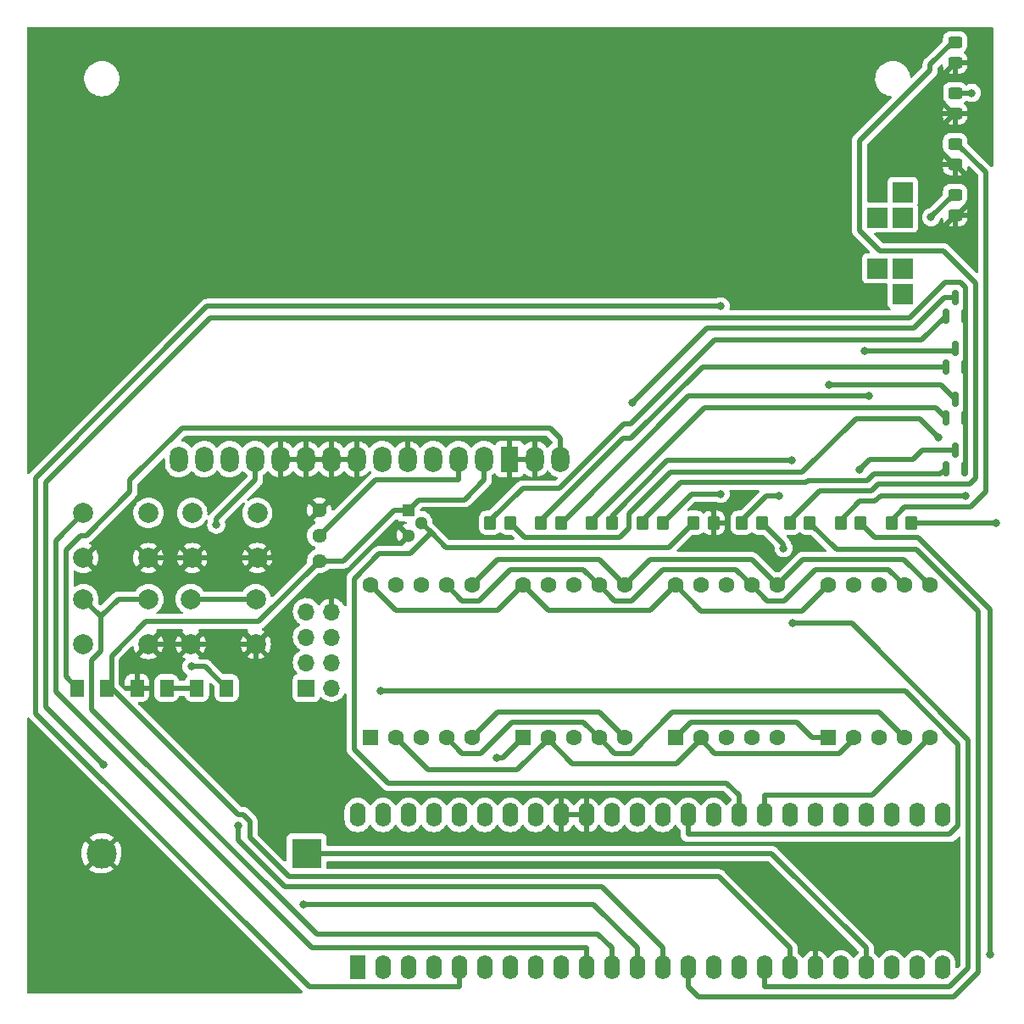
<source format=gbr>
G04 #@! TF.GenerationSoftware,KiCad,Pcbnew,(6.0.8)*
G04 #@! TF.CreationDate,2024-09-05T02:30:56-03:00*
G04 #@! TF.ProjectId,Projeto_01,50726f6a-6574-46f5-9f30-312e6b696361,rev?*
G04 #@! TF.SameCoordinates,Original*
G04 #@! TF.FileFunction,Copper,L1,Top*
G04 #@! TF.FilePolarity,Positive*
%FSLAX46Y46*%
G04 Gerber Fmt 4.6, Leading zero omitted, Abs format (unit mm)*
G04 Created by KiCad (PCBNEW (6.0.8)) date 2024-09-05 02:30:56*
%MOMM*%
%LPD*%
G01*
G04 APERTURE LIST*
G04 Aperture macros list*
%AMRoundRect*
0 Rectangle with rounded corners*
0 $1 Rounding radius*
0 $2 $3 $4 $5 $6 $7 $8 $9 X,Y pos of 4 corners*
0 Add a 4 corners polygon primitive as box body*
4,1,4,$2,$3,$4,$5,$6,$7,$8,$9,$2,$3,0*
0 Add four circle primitives for the rounded corners*
1,1,$1+$1,$2,$3*
1,1,$1+$1,$4,$5*
1,1,$1+$1,$6,$7*
1,1,$1+$1,$8,$9*
0 Add four rect primitives between the rounded corners*
20,1,$1+$1,$2,$3,$4,$5,0*
20,1,$1+$1,$4,$5,$6,$7,0*
20,1,$1+$1,$6,$7,$8,$9,0*
20,1,$1+$1,$8,$9,$2,$3,0*%
G04 Aperture macros list end*
G04 #@! TA.AperFunction,ComponentPad*
%ADD10R,1.300000X1.300000*%
G04 #@! TD*
G04 #@! TA.AperFunction,ComponentPad*
%ADD11C,1.300000*%
G04 #@! TD*
G04 #@! TA.AperFunction,ComponentPad*
%ADD12R,1.600000X2.400000*%
G04 #@! TD*
G04 #@! TA.AperFunction,ComponentPad*
%ADD13O,1.600000X2.400000*%
G04 #@! TD*
G04 #@! TA.AperFunction,ComponentPad*
%ADD14C,1.600000*%
G04 #@! TD*
G04 #@! TA.AperFunction,ComponentPad*
%ADD15R,1.600000X1.600000*%
G04 #@! TD*
G04 #@! TA.AperFunction,ComponentPad*
%ADD16C,2.000000*%
G04 #@! TD*
G04 #@! TA.AperFunction,ComponentPad*
%ADD17C,1.440000*%
G04 #@! TD*
G04 #@! TA.AperFunction,SMDPad,CuDef*
%ADD18RoundRect,0.250000X-0.350000X-0.450000X0.350000X-0.450000X0.350000X0.450000X-0.350000X0.450000X0*%
G04 #@! TD*
G04 #@! TA.AperFunction,SMDPad,CuDef*
%ADD19RoundRect,0.150000X0.150000X-0.587500X0.150000X0.587500X-0.150000X0.587500X-0.150000X-0.587500X0*%
G04 #@! TD*
G04 #@! TA.AperFunction,ComponentPad*
%ADD20R,1.700000X1.700000*%
G04 #@! TD*
G04 #@! TA.AperFunction,ComponentPad*
%ADD21O,1.700000X1.700000*%
G04 #@! TD*
G04 #@! TA.AperFunction,ComponentPad*
%ADD22R,1.800000X2.600000*%
G04 #@! TD*
G04 #@! TA.AperFunction,ComponentPad*
%ADD23O,1.800000X2.600000*%
G04 #@! TD*
G04 #@! TA.AperFunction,ComponentPad*
%ADD24R,2.000000X2.000000*%
G04 #@! TD*
G04 #@! TA.AperFunction,SMDPad,CuDef*
%ADD25RoundRect,0.250001X-0.462499X-0.624999X0.462499X-0.624999X0.462499X0.624999X-0.462499X0.624999X0*%
G04 #@! TD*
G04 #@! TA.AperFunction,SMDPad,CuDef*
%ADD26RoundRect,0.250000X0.450000X-0.325000X0.450000X0.325000X-0.450000X0.325000X-0.450000X-0.325000X0*%
G04 #@! TD*
G04 #@! TA.AperFunction,ComponentPad*
%ADD27R,3.000000X3.000000*%
G04 #@! TD*
G04 #@! TA.AperFunction,ComponentPad*
%ADD28C,3.000000*%
G04 #@! TD*
G04 #@! TA.AperFunction,ViaPad*
%ADD29C,0.800000*%
G04 #@! TD*
G04 #@! TA.AperFunction,Conductor*
%ADD30C,0.500000*%
G04 #@! TD*
G04 APERTURE END LIST*
D10*
G04 #@! TO.P,U6,1,+VS*
G04 #@! TO.N,+5V*
X207010000Y-83820000D03*
D11*
G04 #@! TO.P,U6,2,Vout*
G04 #@! TO.N,Temperatura*
X208280000Y-85090000D03*
G04 #@! TO.P,U6,3,GND*
G04 #@! TO.N,GND*
X207010000Y-86360000D03*
G04 #@! TD*
D12*
G04 #@! TO.P,U5,1,PB12*
G04 #@! TO.N,D4*
X201940000Y-129520000D03*
D13*
G04 #@! TO.P,U5,2,PB13*
G04 #@! TO.N,D5*
X204480000Y-129520000D03*
G04 #@! TO.P,U5,3,PB14*
G04 #@! TO.N,D6*
X207020000Y-129520000D03*
G04 #@! TO.P,U5,4,PB15*
G04 #@! TO.N,D7*
X209560000Y-129520000D03*
G04 #@! TO.P,U5,5,PA8*
G04 #@! TO.N,Unidade*
X212100000Y-129520000D03*
G04 #@! TO.P,U5,6,PA9*
G04 #@! TO.N,RX*
X214640000Y-129520000D03*
G04 #@! TO.P,U5,7,PA10*
G04 #@! TO.N,TX*
X217180000Y-129520000D03*
G04 #@! TO.P,U5,8,PA11*
G04 #@! TO.N,USB+*
X219720000Y-129520000D03*
G04 #@! TO.P,U5,9,PA12*
G04 #@! TO.N,USB-*
X222260000Y-129520000D03*
G04 #@! TO.P,U5,10,PA15*
G04 #@! TO.N,S0*
X224800000Y-129520000D03*
G04 #@! TO.P,U5,11,PB3*
G04 #@! TO.N,S1*
X227340000Y-129520000D03*
G04 #@! TO.P,U5,12,PB4*
G04 #@! TO.N,S2*
X229880000Y-129520000D03*
G04 #@! TO.P,U5,13,PB5*
G04 #@! TO.N,S3*
X232420000Y-129520000D03*
G04 #@! TO.P,U5,14,PB6*
G04 #@! TO.N,L0*
X234960000Y-129520000D03*
G04 #@! TO.P,U5,15,PB7*
G04 #@! TO.N,L1*
X237500000Y-129520000D03*
G04 #@! TO.P,U5,16,PB8*
G04 #@! TO.N,L2*
X240040000Y-129520000D03*
G04 #@! TO.P,U5,17,PB9*
G04 #@! TO.N,L3*
X242580000Y-129520000D03*
G04 #@! TO.P,U5,18,5V*
G04 #@! TO.N,+5V*
X245120000Y-129520000D03*
G04 #@! TO.P,U5,19,GND*
G04 #@! TO.N,GND*
X247660000Y-129520000D03*
G04 #@! TO.P,U5,20,3V3*
G04 #@! TO.N,3V3*
X250200000Y-129520000D03*
G04 #@! TO.P,U5,21,VBAT*
G04 #@! TO.N,Net-(BT1-Pad1)*
X252740000Y-129520000D03*
G04 #@! TO.P,U5,22,PC13*
G04 #@! TO.N,Keep_Alive*
X255280000Y-129520000D03*
G04 #@! TO.P,U5,23,PC14*
G04 #@! TO.N,Centena*
X257820000Y-129520000D03*
G04 #@! TO.P,U5,24,PC15*
G04 #@! TO.N,Milhar*
X260360000Y-129520000D03*
G04 #@! TO.P,U5,25,PA0*
G04 #@! TO.N,a*
X260360000Y-114280000D03*
G04 #@! TO.P,U5,26,PA1*
G04 #@! TO.N,b*
X257820000Y-114280000D03*
G04 #@! TO.P,U5,27,PA2*
G04 #@! TO.N,c*
X255280000Y-114280000D03*
G04 #@! TO.P,U5,28,PA3*
G04 #@! TO.N,d*
X252740000Y-114280000D03*
G04 #@! TO.P,U5,29,PA4*
G04 #@! TO.N,e*
X250200000Y-114280000D03*
G04 #@! TO.P,U5,30,PA5*
G04 #@! TO.N,f*
X247660000Y-114280000D03*
G04 #@! TO.P,U5,31,PA6*
G04 #@! TO.N,g*
X245120000Y-114280000D03*
G04 #@! TO.P,U5,32,PA7*
G04 #@! TO.N,h*
X242580000Y-114280000D03*
G04 #@! TO.P,U5,33,PB0*
G04 #@! TO.N,Temperatura*
X240040000Y-114280000D03*
G04 #@! TO.P,U5,34,PB1*
G04 #@! TO.N,Dezena*
X237500000Y-114280000D03*
G04 #@! TO.P,U5,35,PB10*
G04 #@! TO.N,Enable*
X234960000Y-114280000D03*
G04 #@! TO.P,U5,36,PB11*
G04 #@! TO.N,RS*
X232420000Y-114280000D03*
G04 #@! TO.P,U5,37,Reset*
G04 #@! TO.N,unconnected-(U5-Pad37)*
X229880000Y-114280000D03*
G04 #@! TO.P,U5,38,3v3*
G04 #@! TO.N,3V3*
X227340000Y-114280000D03*
G04 #@! TO.P,U5,39,GND*
G04 #@! TO.N,GND*
X224800000Y-114280000D03*
G04 #@! TO.P,U5,40,GND*
X222260000Y-114280000D03*
G04 #@! TO.P,U5,41*
G04 #@! TO.N,N/C*
X219720000Y-114280000D03*
G04 #@! TO.P,U5,42*
X217180000Y-114280000D03*
G04 #@! TO.P,U5,43*
X214640000Y-114280000D03*
G04 #@! TO.P,U5,44*
X212100000Y-114280000D03*
G04 #@! TO.P,U5,45*
X209560000Y-114280000D03*
G04 #@! TO.P,U5,46*
X207020000Y-114280000D03*
G04 #@! TO.P,U5,47*
X204480000Y-114280000D03*
G04 #@! TO.P,U5,48*
X201940000Y-114280000D03*
G04 #@! TD*
D14*
G04 #@! TO.P,U4,10,G*
G04 #@! TO.N,g*
X248920000Y-91317500D03*
G04 #@! TO.P,U4,9,F*
G04 #@! TO.N,f*
X251460000Y-91317500D03*
G04 #@! TO.P,U4,8,CC*
G04 #@! TO.N,Net-(Q4-Pad3)*
X254000000Y-91317500D03*
G04 #@! TO.P,U4,7,A*
G04 #@! TO.N,a*
X256540000Y-91317500D03*
G04 #@! TO.P,U4,6,B*
G04 #@! TO.N,b*
X259080000Y-91317500D03*
G04 #@! TO.P,U4,5,DP*
G04 #@! TO.N,h*
X259080000Y-106557500D03*
G04 #@! TO.P,U4,4,C*
G04 #@! TO.N,c*
X256540000Y-106557500D03*
G04 #@! TO.P,U4,3,CC*
G04 #@! TO.N,unconnected-(U4-Pad3)*
X254000000Y-106557500D03*
G04 #@! TO.P,U4,2,D*
G04 #@! TO.N,d*
X251460000Y-106557500D03*
D15*
G04 #@! TO.P,U4,1,E*
G04 #@! TO.N,e*
X248920000Y-106557500D03*
G04 #@! TD*
D14*
G04 #@! TO.P,U3,10,G*
G04 #@! TO.N,g*
X233680000Y-91317500D03*
G04 #@! TO.P,U3,9,F*
G04 #@! TO.N,f*
X236220000Y-91317500D03*
G04 #@! TO.P,U3,8,CC*
G04 #@! TO.N,Net-(Q3-Pad3)*
X238760000Y-91317500D03*
G04 #@! TO.P,U3,7,A*
G04 #@! TO.N,a*
X241300000Y-91317500D03*
G04 #@! TO.P,U3,6,B*
G04 #@! TO.N,b*
X243840000Y-91317500D03*
G04 #@! TO.P,U3,5,DP*
G04 #@! TO.N,h*
X243840000Y-106557500D03*
G04 #@! TO.P,U3,4,C*
G04 #@! TO.N,c*
X241300000Y-106557500D03*
G04 #@! TO.P,U3,3,CC*
G04 #@! TO.N,unconnected-(U3-Pad3)*
X238760000Y-106557500D03*
G04 #@! TO.P,U3,2,D*
G04 #@! TO.N,d*
X236220000Y-106557500D03*
D15*
G04 #@! TO.P,U3,1,E*
G04 #@! TO.N,e*
X233680000Y-106557500D03*
G04 #@! TD*
D14*
G04 #@! TO.P,U2,10,G*
G04 #@! TO.N,g*
X218440000Y-91317500D03*
G04 #@! TO.P,U2,9,F*
G04 #@! TO.N,f*
X220980000Y-91317500D03*
G04 #@! TO.P,U2,8,CC*
G04 #@! TO.N,Net-(Q2-Pad3)*
X223520000Y-91317500D03*
G04 #@! TO.P,U2,7,A*
G04 #@! TO.N,a*
X226060000Y-91317500D03*
G04 #@! TO.P,U2,6,B*
G04 #@! TO.N,b*
X228600000Y-91317500D03*
G04 #@! TO.P,U2,5,DP*
G04 #@! TO.N,h*
X228600000Y-106557500D03*
G04 #@! TO.P,U2,4,C*
G04 #@! TO.N,c*
X226060000Y-106557500D03*
G04 #@! TO.P,U2,3,CC*
G04 #@! TO.N,unconnected-(U2-Pad3)*
X223520000Y-106557500D03*
G04 #@! TO.P,U2,2,D*
G04 #@! TO.N,d*
X220980000Y-106557500D03*
D15*
G04 #@! TO.P,U2,1,E*
G04 #@! TO.N,e*
X218440000Y-106557500D03*
G04 #@! TD*
D14*
G04 #@! TO.P,U1,10,G*
G04 #@! TO.N,g*
X203200000Y-91317500D03*
G04 #@! TO.P,U1,9,F*
G04 #@! TO.N,f*
X205740000Y-91317500D03*
G04 #@! TO.P,U1,8,CC*
G04 #@! TO.N,Net-(Q1-Pad3)*
X208280000Y-91317500D03*
G04 #@! TO.P,U1,7,A*
G04 #@! TO.N,a*
X210820000Y-91317500D03*
G04 #@! TO.P,U1,6,B*
G04 #@! TO.N,b*
X213360000Y-91317500D03*
G04 #@! TO.P,U1,5,DP*
G04 #@! TO.N,h*
X213360000Y-106557500D03*
G04 #@! TO.P,U1,4,C*
G04 #@! TO.N,c*
X210820000Y-106557500D03*
G04 #@! TO.P,U1,3,CC*
G04 #@! TO.N,unconnected-(U1-Pad3)*
X208280000Y-106557500D03*
G04 #@! TO.P,U1,2,D*
G04 #@! TO.N,d*
X205740000Y-106557500D03*
D15*
G04 #@! TO.P,U1,1,E*
G04 #@! TO.N,e*
X203200000Y-106557500D03*
G04 #@! TD*
D16*
G04 #@! TO.P,SW4,1,1*
G04 #@! TO.N,GND*
X185270000Y-97210000D03*
X191770000Y-97210000D03*
G04 #@! TO.P,SW4,2,2*
G04 #@! TO.N,S3*
X191770000Y-92710000D03*
X185270000Y-92710000D03*
G04 #@! TD*
G04 #@! TO.P,SW3,1,1*
G04 #@! TO.N,GND*
X185420000Y-88610000D03*
X191920000Y-88610000D03*
G04 #@! TO.P,SW3,2,2*
G04 #@! TO.N,S2*
X191920000Y-84110000D03*
X185420000Y-84110000D03*
G04 #@! TD*
G04 #@! TO.P,SW2,2,2*
G04 #@! TO.N,S1*
X174550000Y-92710000D03*
X181050000Y-92710000D03*
G04 #@! TO.P,SW2,1,1*
G04 #@! TO.N,GND*
X181050000Y-97210000D03*
X174550000Y-97210000D03*
G04 #@! TD*
G04 #@! TO.P,SW1,2,2*
G04 #@! TO.N,S0*
X174550000Y-84110000D03*
X181050000Y-84110000D03*
G04 #@! TO.P,SW1,1,1*
G04 #@! TO.N,GND*
X181050000Y-88610000D03*
X174550000Y-88610000D03*
G04 #@! TD*
D17*
G04 #@! TO.P,RV1,3,3*
G04 #@! TO.N,+5V*
X198120000Y-88900000D03*
G04 #@! TO.P,RV1,2,2*
G04 #@! TO.N,Net-(DS1-Pad3)*
X198120000Y-86360000D03*
G04 #@! TO.P,RV1,1,1*
G04 #@! TO.N,GND*
X198120000Y-83820000D03*
G04 #@! TD*
D18*
G04 #@! TO.P,R9,1*
G04 #@! TO.N,Temperatura*
X235490000Y-85090000D03*
G04 #@! TO.P,R9,2*
G04 #@! TO.N,GND*
X237490000Y-85090000D03*
G04 #@! TD*
G04 #@! TO.P,R8,2*
G04 #@! TO.N,Unidade*
X232410000Y-85090000D03*
G04 #@! TO.P,R8,1*
G04 #@! TO.N,Net-(Q4-Pad1)*
X230410000Y-85090000D03*
G04 #@! TD*
G04 #@! TO.P,R7,1*
G04 #@! TO.N,Net-(Q3-Pad1)*
X225330000Y-85090000D03*
G04 #@! TO.P,R7,2*
G04 #@! TO.N,Dezena*
X227330000Y-85090000D03*
G04 #@! TD*
G04 #@! TO.P,R6,2*
G04 #@! TO.N,Centena*
X222250000Y-85090000D03*
G04 #@! TO.P,R6,1*
G04 #@! TO.N,Net-(Q2-Pad1)*
X220250000Y-85090000D03*
G04 #@! TD*
G04 #@! TO.P,R5,2*
G04 #@! TO.N,L3*
X242300000Y-85090000D03*
G04 #@! TO.P,R5,1*
G04 #@! TO.N,Net-(D4-Pad2)*
X240300000Y-85090000D03*
G04 #@! TD*
G04 #@! TO.P,R4,1*
G04 #@! TO.N,Net-(D3-Pad2)*
X255270000Y-85090000D03*
G04 #@! TO.P,R4,2*
G04 #@! TO.N,L2*
X257270000Y-85090000D03*
G04 #@! TD*
G04 #@! TO.P,R3,2*
G04 #@! TO.N,L1*
X252190000Y-85090000D03*
G04 #@! TO.P,R3,1*
G04 #@! TO.N,Net-(D2-Pad2)*
X250190000Y-85090000D03*
G04 #@! TD*
G04 #@! TO.P,R2,1*
G04 #@! TO.N,Net-(D1-Pad2)*
X245110000Y-85090000D03*
G04 #@! TO.P,R2,2*
G04 #@! TO.N,L0*
X247110000Y-85090000D03*
G04 #@! TD*
G04 #@! TO.P,R1,2*
G04 #@! TO.N,Milhar*
X217170000Y-85090000D03*
G04 #@! TO.P,R1,1*
G04 #@! TO.N,Net-(Q1-Pad1)*
X215170000Y-85090000D03*
G04 #@! TD*
D19*
G04 #@! TO.P,Q4,1,B*
G04 #@! TO.N,Net-(Q4-Pad1)*
X260670000Y-79677500D03*
G04 #@! TO.P,Q4,2,E*
G04 #@! TO.N,Net-(D6-Pad2)*
X262570000Y-79677500D03*
G04 #@! TO.P,Q4,3,C*
G04 #@! TO.N,Net-(Q4-Pad3)*
X261620000Y-77802500D03*
G04 #@! TD*
G04 #@! TO.P,Q3,1,B*
G04 #@! TO.N,Net-(Q3-Pad1)*
X260670000Y-74597500D03*
G04 #@! TO.P,Q3,2,E*
G04 #@! TO.N,Net-(D6-Pad2)*
X262570000Y-74597500D03*
G04 #@! TO.P,Q3,3,C*
G04 #@! TO.N,Net-(Q3-Pad3)*
X261620000Y-72722500D03*
G04 #@! TD*
G04 #@! TO.P,Q2,1,B*
G04 #@! TO.N,Net-(Q2-Pad1)*
X260670000Y-69517500D03*
G04 #@! TO.P,Q2,2,E*
G04 #@! TO.N,Net-(D6-Pad2)*
X262570000Y-69517500D03*
G04 #@! TO.P,Q2,3,C*
G04 #@! TO.N,Net-(Q2-Pad3)*
X261620000Y-67642500D03*
G04 #@! TD*
G04 #@! TO.P,Q1,1,B*
G04 #@! TO.N,Net-(Q1-Pad1)*
X260670000Y-64437500D03*
G04 #@! TO.P,Q1,2,E*
G04 #@! TO.N,Net-(D6-Pad2)*
X262570000Y-64437500D03*
G04 #@! TO.P,Q1,3,C*
G04 #@! TO.N,Net-(Q1-Pad3)*
X261620000Y-62562500D03*
G04 #@! TD*
D20*
G04 #@! TO.P,J1,1,TX*
G04 #@! TO.N,TX*
X196830000Y-101590000D03*
D21*
G04 #@! TO.P,J1,2,CHPD*
G04 #@! TO.N,CHPD*
X199370000Y-101590000D03*
G04 #@! TO.P,J1,3,RST*
G04 #@! TO.N,unconnected-(J1-Pad3)*
X196830000Y-99050000D03*
G04 #@! TO.P,J1,4,VDD*
G04 #@! TO.N,3V3*
X199370000Y-99050000D03*
G04 #@! TO.P,J1,5,RX*
G04 #@! TO.N,RX*
X196830000Y-96510000D03*
G04 #@! TO.P,J1,6,GPID0*
G04 #@! TO.N,unconnected-(J1-Pad6)*
X199370000Y-96510000D03*
G04 #@! TO.P,J1,7,GPID2*
G04 #@! TO.N,unconnected-(J1-Pad7)*
X196830000Y-93970000D03*
G04 #@! TO.P,J1,8,GND*
G04 #@! TO.N,GND*
X199370000Y-93970000D03*
G04 #@! TD*
D22*
G04 #@! TO.P,DS1,1,VSS*
G04 #@! TO.N,GND*
X217120000Y-78740000D03*
D23*
G04 #@! TO.P,DS1,2,VDD*
G04 #@! TO.N,+5V*
X214580000Y-78740000D03*
G04 #@! TO.P,DS1,3,VO*
G04 #@! TO.N,Net-(DS1-Pad3)*
X212040000Y-78740000D03*
G04 #@! TO.P,DS1,4,RS*
G04 #@! TO.N,RS*
X209500000Y-78740000D03*
G04 #@! TO.P,DS1,5,R/W*
G04 #@! TO.N,GND*
X206960000Y-78740000D03*
G04 #@! TO.P,DS1,6,E*
G04 #@! TO.N,Enable*
X204420000Y-78740000D03*
G04 #@! TO.P,DS1,7,D0*
G04 #@! TO.N,GND*
X201880000Y-78740000D03*
G04 #@! TO.P,DS1,8,D1*
X199340000Y-78740000D03*
G04 #@! TO.P,DS1,9,D2*
X196800000Y-78740000D03*
G04 #@! TO.P,DS1,10,D3*
X194260000Y-78740000D03*
G04 #@! TO.P,DS1,11,D4*
G04 #@! TO.N,D4*
X191720000Y-78740000D03*
G04 #@! TO.P,DS1,12,D5*
G04 #@! TO.N,D5*
X189180000Y-78740000D03*
G04 #@! TO.P,DS1,13,D6*
G04 #@! TO.N,D6*
X186634920Y-78737460D03*
G04 #@! TO.P,DS1,14,D7*
G04 #@! TO.N,D7*
X184100000Y-78740000D03*
G04 #@! TO.P,DS1,15,LED(+)*
G04 #@! TO.N,Net-(D7-Pad1)*
X222200000Y-78740000D03*
G04 #@! TO.P,DS1,16,LED(-)*
G04 #@! TO.N,GND*
X219654920Y-78737460D03*
D24*
G04 #@! TO.P,DS1,A1*
G04 #@! TO.N,N/C*
X253860000Y-54600000D03*
X256400000Y-52060000D03*
X256400000Y-54600000D03*
G04 #@! TO.P,DS1,K1*
X253860000Y-59680000D03*
X256400000Y-62220000D03*
X256400000Y-59680000D03*
G04 #@! TD*
D25*
G04 #@! TO.P,D7,2,A*
G04 #@! TO.N,+5V*
X176890000Y-101600000D03*
G04 #@! TO.P,D7,1,K*
G04 #@! TO.N,Net-(D7-Pad1)*
X173915000Y-101600000D03*
G04 #@! TD*
G04 #@! TO.P,D6,2,A*
G04 #@! TO.N,Net-(D6-Pad2)*
X188870000Y-101600000D03*
G04 #@! TO.P,D6,1,K*
G04 #@! TO.N,Net-(D5-Pad2)*
X185895000Y-101600000D03*
G04 #@! TD*
G04 #@! TO.P,D5,2,A*
G04 #@! TO.N,Net-(D5-Pad2)*
X182880000Y-101600000D03*
G04 #@! TO.P,D5,1,K*
G04 #@! TO.N,GND*
X179905000Y-101600000D03*
G04 #@! TD*
D26*
G04 #@! TO.P,D4,1,K*
G04 #@! TO.N,GND*
X261620000Y-54365000D03*
G04 #@! TO.P,D4,2,A*
G04 #@! TO.N,Net-(D4-Pad2)*
X261620000Y-52315000D03*
G04 #@! TD*
G04 #@! TO.P,D3,1,K*
G04 #@! TO.N,GND*
X261620000Y-49285000D03*
G04 #@! TO.P,D3,2,A*
G04 #@! TO.N,Net-(D3-Pad2)*
X261620000Y-47235000D03*
G04 #@! TD*
G04 #@! TO.P,D2,1,K*
G04 #@! TO.N,GND*
X261620000Y-44205000D03*
G04 #@! TO.P,D2,2,A*
G04 #@! TO.N,Net-(D2-Pad2)*
X261620000Y-42155000D03*
G04 #@! TD*
G04 #@! TO.P,D1,1,K*
G04 #@! TO.N,GND*
X261620000Y-39125000D03*
G04 #@! TO.P,D1,2,A*
G04 #@! TO.N,Net-(D1-Pad2)*
X261620000Y-37075000D03*
G04 #@! TD*
D27*
G04 #@! TO.P,BT1,1,+*
G04 #@! TO.N,Net-(BT1-Pad1)*
X196850000Y-118110000D03*
D28*
G04 #@! TO.P,BT1,2,-*
G04 #@! TO.N,GND*
X176360000Y-118110000D03*
G04 #@! TD*
D29*
G04 #@! TO.N,e*
X215841900Y-108592100D03*
G04 #@! TO.N,S3*
X190041200Y-115381700D03*
G04 #@! TO.N,S2*
X196564400Y-123219400D03*
G04 #@! TO.N,Unidade*
X238192300Y-82213800D03*
X238192300Y-63479500D03*
G04 #@! TO.N,Dezena*
X245328200Y-78894900D03*
G04 #@! TO.N,Centena*
X253009000Y-72459000D03*
G04 #@! TO.N,L3*
X244482400Y-87630600D03*
X245390400Y-95125000D03*
G04 #@! TO.N,L2*
X265700300Y-85090000D03*
G04 #@! TO.N,L1*
X265130100Y-128194000D03*
G04 #@! TO.N,Milhar*
X259984500Y-76548800D03*
G04 #@! TO.N,Net-(Q4-Pad3)*
X252060000Y-79745800D03*
G04 #@! TO.N,Net-(Q3-Pad3)*
X249065300Y-71285100D03*
G04 #@! TO.N,Net-(Q2-Pad3)*
X252582300Y-67970300D03*
G04 #@! TO.N,Net-(Q1-Pad3)*
X229409300Y-73085500D03*
G04 #@! TO.N,D4*
X187827000Y-85274800D03*
G04 #@! TO.N,Enable*
X204273000Y-101923800D03*
G04 #@! TO.N,Net-(D6-Pad2)*
X185355500Y-99467000D03*
X176532300Y-109213700D03*
G04 #@! TO.N,Net-(D4-Pad2)*
X259228600Y-54565400D03*
X244034100Y-82396200D03*
G04 #@! TO.N,Net-(D2-Pad2)*
X263288000Y-42155000D03*
X262699300Y-82370100D03*
G04 #@! TO.N,GND*
X237016600Y-83452800D03*
X256858700Y-56639800D03*
G04 #@! TD*
D30*
G04 #@! TO.N,g*
X215885100Y-93872400D02*
X218440000Y-91317500D01*
X205754900Y-93872400D02*
X215885100Y-93872400D01*
X203200000Y-91317500D02*
X205754900Y-93872400D01*
X231125900Y-93871600D02*
X233680000Y-91317500D01*
X220994100Y-93871600D02*
X231125900Y-93871600D01*
X218440000Y-91317500D02*
X220994100Y-93871600D01*
X246344300Y-93893200D02*
X248920000Y-91317500D01*
X236255700Y-93893200D02*
X246344300Y-93893200D01*
X233680000Y-91317500D02*
X236255700Y-93893200D01*
G04 #@! TO.N,a*
X224509400Y-89766900D02*
X226060000Y-91317500D01*
X217153600Y-89766900D02*
X224509400Y-89766900D01*
X214050600Y-92869900D02*
X217153600Y-89766900D01*
X212372400Y-92869900D02*
X214050600Y-92869900D01*
X210820000Y-91317500D02*
X212372400Y-92869900D01*
X239749600Y-89767100D02*
X241300000Y-91317500D01*
X232393400Y-89767100D02*
X239749600Y-89767100D01*
X229292700Y-92867800D02*
X232393400Y-89767100D01*
X227610300Y-92867800D02*
X229292700Y-92867800D01*
X226060000Y-91317500D02*
X227610300Y-92867800D01*
X254979800Y-89757300D02*
X256540000Y-91317500D01*
X247643200Y-89757300D02*
X254979800Y-89757300D01*
X244520200Y-92880300D02*
X247643200Y-89757300D01*
X242862800Y-92880300D02*
X244520200Y-92880300D01*
X241300000Y-91317500D02*
X242862800Y-92880300D01*
G04 #@! TO.N,b*
X256509700Y-88747200D02*
X259080000Y-91317500D01*
X246410300Y-88747200D02*
X256509700Y-88747200D01*
X243840000Y-91317500D02*
X246410300Y-88747200D01*
X226043100Y-88760600D02*
X228600000Y-91317500D01*
X215916900Y-88760600D02*
X226043100Y-88760600D01*
X213360000Y-91317500D02*
X215916900Y-88760600D01*
X241289200Y-88766700D02*
X243840000Y-91317500D01*
X231150800Y-88766700D02*
X241289200Y-88766700D01*
X228600000Y-91317500D02*
X231150800Y-88766700D01*
G04 #@! TO.N,h*
X215914400Y-104003100D02*
X213360000Y-106557500D01*
X226045600Y-104003100D02*
X215914400Y-104003100D01*
X228600000Y-106557500D02*
X226045600Y-104003100D01*
X253307800Y-112329700D02*
X242580000Y-112329700D01*
X259080000Y-106557500D02*
X253307800Y-112329700D01*
X242580000Y-114280000D02*
X242580000Y-112329700D01*
G04 #@! TO.N,c*
X224509700Y-105007200D02*
X226060000Y-106557500D01*
X217329200Y-105007200D02*
X224509700Y-105007200D01*
X214228500Y-108107900D02*
X217329200Y-105007200D01*
X212370400Y-108107900D02*
X214228500Y-108107900D01*
X210820000Y-106557500D02*
X212370400Y-108107900D01*
X253982400Y-103999900D02*
X256540000Y-106557500D01*
X233366100Y-103999900D02*
X253982400Y-103999900D01*
X229258100Y-108107900D02*
X233366100Y-103999900D01*
X227610400Y-108107900D02*
X229258100Y-108107900D01*
X226060000Y-106557500D02*
X227610400Y-108107900D01*
G04 #@! TO.N,d*
X220980000Y-106697700D02*
X220980000Y-106557500D01*
X251460000Y-106697700D02*
X251460000Y-106557500D01*
X250049800Y-108107900D02*
X251460000Y-106697700D01*
X237630200Y-108107900D02*
X250049800Y-108107900D01*
X236220000Y-106697700D02*
X237630200Y-108107900D01*
X236220000Y-106697700D02*
X236220000Y-106557500D01*
X208971200Y-109788700D02*
X205740000Y-106557500D01*
X217889000Y-109788700D02*
X208971200Y-109788700D01*
X220980000Y-106697700D02*
X217889000Y-109788700D01*
X233788500Y-109129200D02*
X236220000Y-106697700D01*
X223411500Y-109129200D02*
X233788500Y-109129200D01*
X220980000Y-106697700D02*
X223411500Y-109129200D01*
G04 #@! TO.N,e*
X245819400Y-105007200D02*
X247369700Y-106557500D01*
X235230300Y-105007200D02*
X245819400Y-105007200D01*
X233680000Y-106557500D02*
X235230300Y-105007200D01*
X248920000Y-106557500D02*
X247369700Y-106557500D01*
X216405400Y-108592100D02*
X218440000Y-106557500D01*
X215841900Y-108592100D02*
X216405400Y-108592100D01*
G04 #@! TO.N,S3*
X185270000Y-92710000D02*
X191770000Y-92710000D01*
X226306700Y-121456400D02*
X232420000Y-127569700D01*
X194692300Y-121456400D02*
X226306700Y-121456400D01*
X190041200Y-116805300D02*
X194692300Y-121456400D01*
X190041200Y-115381700D02*
X190041200Y-116805300D01*
X232420000Y-129520000D02*
X232420000Y-127569700D01*
G04 #@! TO.N,S2*
X229880000Y-129520000D02*
X229880000Y-127569700D01*
X225529700Y-123219400D02*
X229880000Y-127569700D01*
X196564400Y-123219400D02*
X225529700Y-123219400D01*
G04 #@! TO.N,S1*
X227340000Y-129520000D02*
X227340000Y-127569700D01*
X178050600Y-92710000D02*
X176300300Y-94460300D01*
X181050000Y-92710000D02*
X178050600Y-92710000D01*
X176300300Y-94460300D02*
X174550000Y-92710000D01*
X225955400Y-126185100D02*
X227340000Y-127569700D01*
X197859400Y-126185100D02*
X225955400Y-126185100D01*
X175402500Y-103728200D02*
X197859400Y-126185100D01*
X175402500Y-98832900D02*
X175402500Y-103728200D01*
X176300300Y-97935100D02*
X175402500Y-98832900D01*
X176300300Y-94460300D02*
X176300300Y-97935100D01*
G04 #@! TO.N,S0*
X197374900Y-127569700D02*
X224800000Y-127569700D01*
X171790700Y-101985500D02*
X197374900Y-127569700D01*
X171790700Y-86869300D02*
X171790700Y-101985500D01*
X174550000Y-84110000D02*
X171790700Y-86869300D01*
X224800000Y-129520000D02*
X224800000Y-127569700D01*
G04 #@! TO.N,Temperatura*
X240040000Y-114280000D02*
X240040000Y-112329700D01*
X238821600Y-111111300D02*
X240040000Y-112329700D01*
X205004200Y-111111300D02*
X238821600Y-111111300D01*
X201586300Y-107693400D02*
X205004200Y-111111300D01*
X201586300Y-90664400D02*
X201586300Y-107693400D01*
X204056900Y-88193800D02*
X201586300Y-90664400D01*
X207175500Y-88193800D02*
X204056900Y-88193800D01*
X209279700Y-86089600D02*
X207175500Y-88193800D01*
X210740700Y-87550700D02*
X209279700Y-86089600D01*
X233029300Y-87550700D02*
X210740700Y-87550700D01*
X235490000Y-85090000D02*
X233029300Y-87550700D01*
X209279700Y-86089600D02*
X208280000Y-85090000D01*
G04 #@! TO.N,Unidade*
X212100000Y-129520000D02*
X212100000Y-131470300D01*
X238192300Y-82213900D02*
X238192300Y-82213800D01*
X235286100Y-82213900D02*
X238192300Y-82213900D01*
X232410000Y-85090000D02*
X235286100Y-82213900D01*
X186904700Y-63479500D02*
X238192300Y-63479500D01*
X169780400Y-80603800D02*
X186904700Y-63479500D01*
X169780400Y-104155900D02*
X169780400Y-80603800D01*
X197094800Y-131470300D02*
X169780400Y-104155900D01*
X212100000Y-131470300D02*
X197094800Y-131470300D01*
G04 #@! TO.N,Dezena*
X232883500Y-78894900D02*
X245328200Y-78894900D01*
X227330000Y-84448400D02*
X232883500Y-78894900D01*
X227330000Y-85090000D02*
X227330000Y-84448400D01*
G04 #@! TO.N,Centena*
X234954100Y-72459000D02*
X253009000Y-72459000D01*
X222323100Y-85090000D02*
X234954100Y-72459000D01*
X222250000Y-85090000D02*
X222323100Y-85090000D01*
G04 #@! TO.N,L3*
X244482400Y-87272400D02*
X244482400Y-87630600D01*
X242300000Y-85090000D02*
X244482400Y-87272400D01*
X242580000Y-129520000D02*
X242580000Y-131470300D01*
X251277000Y-95125000D02*
X245390400Y-95125000D01*
X262940500Y-106788500D02*
X251277000Y-95125000D01*
X262940500Y-129580700D02*
X262940500Y-106788500D01*
X261050900Y-131470300D02*
X262940500Y-129580700D01*
X242580000Y-131470300D02*
X261050900Y-131470300D01*
G04 #@! TO.N,L2*
X257270000Y-85090000D02*
X265700300Y-85090000D01*
G04 #@! TO.N,L1*
X265130100Y-93719300D02*
X265130100Y-128194000D01*
X257952200Y-86541400D02*
X265130100Y-93719300D01*
X253641400Y-86541400D02*
X257952200Y-86541400D01*
X252190000Y-85090000D02*
X253641400Y-86541400D01*
G04 #@! TO.N,L0*
X234960000Y-129520000D02*
X234960000Y-131470300D01*
X249766800Y-87746800D02*
X247110000Y-85090000D01*
X257742900Y-87746800D02*
X249766800Y-87746800D01*
X263940800Y-93944700D02*
X257742900Y-87746800D01*
X263940800Y-129995100D02*
X263940800Y-93944700D01*
X261465300Y-132470600D02*
X263940800Y-129995100D01*
X235960300Y-132470600D02*
X261465300Y-132470600D01*
X234960000Y-131470300D02*
X235960300Y-132470600D01*
G04 #@! TO.N,Milhar*
X258123300Y-74687600D02*
X259984500Y-76548800D01*
X251705800Y-74687600D02*
X258123300Y-74687600D01*
X246346800Y-80046600D02*
X251705800Y-74687600D01*
X233196100Y-80046600D02*
X246346800Y-80046600D01*
X229058700Y-84184000D02*
X233196100Y-80046600D01*
X229058700Y-85636600D02*
X229058700Y-84184000D01*
X228153900Y-86541400D02*
X229058700Y-85636600D01*
X218621400Y-86541400D02*
X228153900Y-86541400D01*
X217170000Y-85090000D02*
X218621400Y-86541400D01*
G04 #@! TO.N,Net-(Q4-Pad3)*
X253065400Y-78740400D02*
X252060000Y-79745800D01*
X257405900Y-78740400D02*
X253065400Y-78740400D01*
X258343800Y-77802500D02*
X257405900Y-78740400D01*
X261620000Y-77802500D02*
X258343800Y-77802500D01*
G04 #@! TO.N,Net-(Q4-Pad1)*
X260144100Y-80203400D02*
X260670000Y-79677500D01*
X253555800Y-80203400D02*
X260144100Y-80203400D01*
X252863100Y-80896100D02*
X253555800Y-80203400D01*
X246912000Y-80896100D02*
X252863100Y-80896100D01*
X246758200Y-81049900D02*
X246912000Y-80896100D01*
X234218900Y-81049900D02*
X246758200Y-81049900D01*
X230410000Y-84858800D02*
X234218900Y-81049900D01*
X230410000Y-85090000D02*
X230410000Y-84858800D01*
G04 #@! TO.N,Net-(Q3-Pad3)*
X260182600Y-71285100D02*
X249065300Y-71285100D01*
X261620000Y-72722500D02*
X260182600Y-71285100D01*
G04 #@! TO.N,Net-(Q3-Pad1)*
X225330000Y-84864600D02*
X225330000Y-85090000D01*
X236561700Y-73632900D02*
X225330000Y-84864600D01*
X259705400Y-73632900D02*
X236561700Y-73632900D01*
X260670000Y-74597500D02*
X259705400Y-73632900D01*
G04 #@! TO.N,Net-(Q2-Pad3)*
X261292200Y-67970300D02*
X252582300Y-67970300D01*
X261620000Y-67642500D02*
X261292200Y-67970300D01*
G04 #@! TO.N,Net-(Q2-Pad1)*
X220250000Y-84874000D02*
X220250000Y-85090000D01*
X228455300Y-76668700D02*
X220250000Y-84874000D01*
X229256700Y-76668700D02*
X228455300Y-76668700D01*
X236407900Y-69517500D02*
X229256700Y-76668700D01*
X260670000Y-69517500D02*
X236407900Y-69517500D01*
G04 #@! TO.N,Net-(Q1-Pad3)*
X260533400Y-62562500D02*
X261620000Y-62562500D01*
X257465800Y-65630100D02*
X260533400Y-62562500D01*
X236864700Y-65630100D02*
X257465800Y-65630100D01*
X229409300Y-73085500D02*
X236864700Y-65630100D01*
G04 #@! TO.N,Net-(Q1-Pad1)*
X215170000Y-84872700D02*
X215170000Y-85090000D01*
X218427700Y-81615000D02*
X215170000Y-84872700D01*
X222081900Y-81615000D02*
X218427700Y-81615000D01*
X228499600Y-75197300D02*
X222081900Y-81615000D01*
X229207000Y-75197300D02*
X228499600Y-75197300D01*
X237584300Y-66820000D02*
X229207000Y-75197300D01*
X258287500Y-66820000D02*
X237584300Y-66820000D01*
X260670000Y-64437500D02*
X258287500Y-66820000D01*
G04 #@! TO.N,D4*
X191720000Y-78740000D02*
X191720000Y-80790300D01*
X187827000Y-84683300D02*
X187827000Y-85274800D01*
X191720000Y-80790300D02*
X187827000Y-84683300D01*
G04 #@! TO.N,Enable*
X234960000Y-114280000D02*
X234960000Y-116230300D01*
X256658300Y-101923800D02*
X204273000Y-101923800D01*
X261925300Y-107190800D02*
X256658300Y-101923800D01*
X261925300Y-115383000D02*
X261925300Y-107190800D01*
X261078000Y-116230300D02*
X261925300Y-115383000D01*
X234960000Y-116230300D02*
X261078000Y-116230300D01*
G04 #@! TO.N,Net-(DS1-Pad3)*
X212040000Y-78740000D02*
X212040000Y-80790300D01*
X203689700Y-80790300D02*
X212040000Y-80790300D01*
X198120000Y-86360000D02*
X203689700Y-80790300D01*
G04 #@! TO.N,+5V*
X214580000Y-78740000D02*
X214580000Y-80790300D01*
X207010000Y-83820000D02*
X205609700Y-83820000D01*
X208039100Y-82790900D02*
X207010000Y-83820000D01*
X212579400Y-82790900D02*
X208039100Y-82790900D01*
X214580000Y-80790300D02*
X212579400Y-82790900D01*
X245120000Y-129520000D02*
X245120000Y-127569700D01*
X200529700Y-88900000D02*
X205609700Y-83820000D01*
X198120000Y-88900000D02*
X200529700Y-88900000D01*
X177357700Y-98382100D02*
X177357700Y-101600000D01*
X180779800Y-94960000D02*
X177357700Y-98382100D01*
X192060000Y-94960000D02*
X180779800Y-94960000D01*
X198120000Y-88900000D02*
X192060000Y-94960000D01*
X177357700Y-101600000D02*
X176890000Y-101600000D01*
X189989100Y-114231400D02*
X177357700Y-101600000D01*
X190517700Y-114231400D02*
X189989100Y-114231400D01*
X191191500Y-114905200D02*
X190517700Y-114231400D01*
X191191500Y-116515400D02*
X191191500Y-114905200D01*
X195131600Y-120455500D02*
X191191500Y-116515400D01*
X238005800Y-120455500D02*
X195131600Y-120455500D01*
X245120000Y-127569700D02*
X238005800Y-120455500D01*
G04 #@! TO.N,Net-(D7-Pad1)*
X221170000Y-75659700D02*
X222200000Y-76689700D01*
X184394200Y-75659700D02*
X221170000Y-75659700D01*
X179211100Y-80842800D02*
X184394200Y-75659700D01*
X179211100Y-81966800D02*
X179211100Y-80842800D01*
X174817900Y-86360000D02*
X179211100Y-81966800D01*
X174266300Y-86360000D02*
X174817900Y-86360000D01*
X172797700Y-87828600D02*
X174266300Y-86360000D01*
X172797700Y-100482700D02*
X172797700Y-87828600D01*
X173915000Y-101600000D02*
X172797700Y-100482700D01*
X222200000Y-78740000D02*
X222200000Y-76689700D01*
G04 #@! TO.N,Net-(D6-Pad2)*
X262671000Y-74698500D02*
X262570000Y-74597500D01*
X262671000Y-79576500D02*
X262671000Y-74698500D01*
X262570000Y-79677500D02*
X262671000Y-79576500D01*
X186737000Y-99467000D02*
X185355500Y-99467000D01*
X188870000Y-101600000D02*
X186737000Y-99467000D01*
X262570000Y-64437500D02*
X262671000Y-64437500D01*
X262671000Y-74496500D02*
X262570000Y-74597500D01*
X262671000Y-69618500D02*
X262671000Y-74496500D01*
X262570000Y-69517500D02*
X262671000Y-69618500D01*
X262671000Y-69416500D02*
X262671000Y-64437500D01*
X262570000Y-69517500D02*
X262671000Y-69416500D01*
X170790300Y-103471700D02*
X176532300Y-109213700D01*
X170790300Y-81019100D02*
X170790300Y-103471700D01*
X187179600Y-64629800D02*
X170790300Y-81019100D01*
X257051300Y-64629800D02*
X187179600Y-64629800D01*
X260615500Y-61065600D02*
X257051300Y-64629800D01*
X262159000Y-61065600D02*
X260615500Y-61065600D01*
X262671000Y-61577600D02*
X262159000Y-61065600D01*
X262671000Y-64437500D02*
X262671000Y-61577600D01*
G04 #@! TO.N,Net-(D5-Pad2)*
X182880000Y-101600000D02*
X185895000Y-101600000D01*
G04 #@! TO.N,Net-(D4-Pad2)*
X240300000Y-84858400D02*
X240300000Y-85090000D01*
X242762200Y-82396200D02*
X240300000Y-84858400D01*
X244034100Y-82396200D02*
X242762200Y-82396200D01*
X261479000Y-52315000D02*
X259228600Y-54565400D01*
X261620000Y-52315000D02*
X261479000Y-52315000D01*
G04 #@! TO.N,Net-(D3-Pad2)*
X261846800Y-47235000D02*
X261620000Y-47235000D01*
X264708000Y-50096200D02*
X261846800Y-47235000D01*
X264708000Y-81988200D02*
X264708000Y-50096200D01*
X263175800Y-83520400D02*
X264708000Y-81988200D01*
X256604400Y-83520400D02*
X263175800Y-83520400D01*
X255270000Y-84854800D02*
X256604400Y-83520400D01*
X255270000Y-85090000D02*
X255270000Y-84854800D01*
G04 #@! TO.N,Net-(D2-Pad2)*
X261620000Y-42155000D02*
X263288000Y-42155000D01*
X254218600Y-82370100D02*
X262699300Y-82370100D01*
X253639100Y-82949600D02*
X254218600Y-82370100D01*
X252097200Y-82949600D02*
X253639100Y-82949600D01*
X250190000Y-84856800D02*
X252097200Y-82949600D01*
X250190000Y-85090000D02*
X250190000Y-84856800D01*
G04 #@! TO.N,Net-(D1-Pad2)*
X261361600Y-37075000D02*
X261620000Y-37075000D01*
X259128900Y-39307700D02*
X261361600Y-37075000D01*
X259128900Y-39908700D02*
X259128900Y-39307700D01*
X252077300Y-46960300D02*
X259128900Y-39908700D01*
X252077300Y-55891600D02*
X252077300Y-46960300D01*
X254115300Y-57929600D02*
X252077300Y-55891600D01*
X260464600Y-57929600D02*
X254115300Y-57929600D01*
X263691600Y-61156600D02*
X260464600Y-57929600D01*
X263691600Y-80597900D02*
X263691600Y-61156600D01*
X263085700Y-81203800D02*
X263691600Y-80597900D01*
X253970200Y-81203800D02*
X263085700Y-81203800D01*
X253277600Y-81896400D02*
X253970200Y-81203800D01*
X248079900Y-81896400D02*
X253277600Y-81896400D01*
X245110000Y-84866300D02*
X248079900Y-81896400D01*
X245110000Y-85090000D02*
X245110000Y-84866300D01*
G04 #@! TO.N,GND*
X179905000Y-98355000D02*
X181050000Y-97210000D01*
X179905000Y-101600000D02*
X179905000Y-98355000D01*
X193330000Y-88610000D02*
X198120000Y-83820000D01*
X191920000Y-88610000D02*
X193330000Y-88610000D01*
X206960000Y-76689700D02*
X217120000Y-76689700D01*
X206960000Y-78740000D02*
X206960000Y-76689700D01*
X217120000Y-78740000D02*
X217120000Y-76689700D01*
X218772800Y-78737500D02*
X218770300Y-78740000D01*
X219654900Y-78737500D02*
X218772800Y-78737500D01*
X217120000Y-78740000D02*
X218770300Y-78740000D01*
X260168600Y-42991400D02*
X261501100Y-44323900D01*
X260168600Y-40576400D02*
X260168600Y-42991400D01*
X261620000Y-39125000D02*
X260168600Y-40576400D01*
X261501100Y-44323900D02*
X261620000Y-44205000D01*
X196800000Y-78740000D02*
X194260000Y-78740000D01*
X201880000Y-76689700D02*
X206960000Y-76689700D01*
X201880000Y-78740000D02*
X201880000Y-76689700D01*
X181050000Y-97210000D02*
X185270000Y-97210000D01*
X261800900Y-54365000D02*
X261620000Y-54365000D01*
X263077100Y-53088800D02*
X261800900Y-54365000D01*
X263077100Y-50742100D02*
X263077100Y-53088800D01*
X261620000Y-49285000D02*
X263077100Y-50742100D01*
X201880000Y-78740000D02*
X199340000Y-78740000D01*
X199340000Y-78740000D02*
X196800000Y-78740000D01*
X237490000Y-83926200D02*
X237016600Y-83452800D01*
X237490000Y-85090000D02*
X237490000Y-83926200D01*
X181050000Y-88610000D02*
X185420000Y-88610000D01*
X185420000Y-88610000D02*
X191920000Y-88610000D01*
X222260000Y-114280000D02*
X222260000Y-112329700D01*
X185270000Y-97210000D02*
X191770000Y-97210000D01*
X204755000Y-112329700D02*
X222260000Y-112329700D01*
X191770000Y-99344700D02*
X204755000Y-112329700D01*
X191770000Y-97210000D02*
X191770000Y-99344700D01*
X260129300Y-45695700D02*
X261501100Y-44323900D01*
X260129300Y-47935900D02*
X260129300Y-45695700D01*
X261478400Y-49285000D02*
X260129300Y-47935900D01*
X261620000Y-49285000D02*
X261478400Y-49285000D01*
X259345200Y-56639800D02*
X261620000Y-54365000D01*
X256858700Y-56639800D02*
X259345200Y-56639800D01*
G04 #@! TO.N,Net-(BT1-Pad1)*
X252740000Y-129520000D02*
X252740000Y-127569700D01*
X196850000Y-118110000D02*
X199100300Y-118110000D01*
X243280300Y-118110000D02*
X252740000Y-127569700D01*
X199100300Y-118110000D02*
X243280300Y-118110000D01*
G04 #@! TD*
G04 #@! TA.AperFunction,Conductor*
G04 #@! TO.N,GND*
G36*
X169118512Y-104538976D02*
G01*
X169143719Y-104568835D01*
X169177805Y-104625007D01*
X169181521Y-104629215D01*
X169181522Y-104629216D01*
X169185203Y-104633384D01*
X169185176Y-104633408D01*
X169187829Y-104636400D01*
X169190532Y-104639633D01*
X169194544Y-104645752D01*
X169199856Y-104650784D01*
X169250783Y-104699028D01*
X169253225Y-104701406D01*
X196416724Y-131864905D01*
X196450750Y-131927217D01*
X196445685Y-131998032D01*
X196403138Y-132054868D01*
X196336618Y-132079679D01*
X196327629Y-132080000D01*
X169036000Y-132080000D01*
X168967879Y-132059998D01*
X168921386Y-132006342D01*
X168910000Y-131954000D01*
X168910000Y-119699654D01*
X175135618Y-119699654D01*
X175142673Y-119709627D01*
X175173679Y-119735551D01*
X175180598Y-119740579D01*
X175405272Y-119881515D01*
X175412807Y-119885556D01*
X175654520Y-119994694D01*
X175662551Y-119997680D01*
X175916832Y-120073002D01*
X175925184Y-120074869D01*
X176187340Y-120114984D01*
X176195874Y-120115700D01*
X176461045Y-120119867D01*
X176469596Y-120119418D01*
X176732883Y-120087557D01*
X176741284Y-120085955D01*
X176997824Y-120018653D01*
X177005926Y-120015926D01*
X177250949Y-119914434D01*
X177258617Y-119910628D01*
X177487598Y-119776822D01*
X177494679Y-119772009D01*
X177574655Y-119709301D01*
X177583125Y-119697442D01*
X177576608Y-119685818D01*
X176372812Y-118482022D01*
X176358868Y-118474408D01*
X176357035Y-118474539D01*
X176350420Y-118478790D01*
X175142910Y-119686300D01*
X175135618Y-119699654D01*
X168910000Y-119699654D01*
X168910000Y-118093204D01*
X174347665Y-118093204D01*
X174362932Y-118357969D01*
X174364005Y-118366470D01*
X174415065Y-118626722D01*
X174417276Y-118634974D01*
X174503184Y-118885894D01*
X174506499Y-118893779D01*
X174625664Y-119130713D01*
X174630020Y-119138079D01*
X174759347Y-119326250D01*
X174769601Y-119334594D01*
X174783342Y-119327448D01*
X175987978Y-118122812D01*
X175994356Y-118111132D01*
X176724408Y-118111132D01*
X176724539Y-118112965D01*
X176728790Y-118119580D01*
X177935730Y-119326520D01*
X177947939Y-119333187D01*
X177959439Y-119324497D01*
X178056831Y-119191913D01*
X178061418Y-119184685D01*
X178187962Y-118951621D01*
X178191530Y-118943827D01*
X178285271Y-118695750D01*
X178287748Y-118687544D01*
X178346954Y-118429038D01*
X178348294Y-118420577D01*
X178372031Y-118154616D01*
X178372277Y-118149677D01*
X178372666Y-118112485D01*
X178372523Y-118107519D01*
X178354362Y-117841123D01*
X178353201Y-117832649D01*
X178299419Y-117572944D01*
X178297120Y-117564709D01*
X178208588Y-117314705D01*
X178205191Y-117306854D01*
X178083550Y-117071178D01*
X178079122Y-117063866D01*
X177960031Y-116894417D01*
X177949509Y-116886037D01*
X177936121Y-116893089D01*
X176732022Y-118097188D01*
X176724408Y-118111132D01*
X175994356Y-118111132D01*
X175995592Y-118108868D01*
X175995461Y-118107035D01*
X175991210Y-118100420D01*
X174783814Y-116893024D01*
X174771804Y-116886466D01*
X174760064Y-116895434D01*
X174651935Y-117045911D01*
X174647418Y-117053196D01*
X174523325Y-117287567D01*
X174519839Y-117295395D01*
X174428700Y-117544446D01*
X174426311Y-117552670D01*
X174369812Y-117811795D01*
X174368563Y-117820250D01*
X174347754Y-118084653D01*
X174347665Y-118093204D01*
X168910000Y-118093204D01*
X168910000Y-116522500D01*
X175136584Y-116522500D01*
X175142980Y-116533770D01*
X176347188Y-117737978D01*
X176361132Y-117745592D01*
X176362965Y-117745461D01*
X176369580Y-117741210D01*
X177576604Y-116534186D01*
X177583795Y-116521017D01*
X177576473Y-116510780D01*
X177529233Y-116472115D01*
X177522261Y-116467160D01*
X177296122Y-116328582D01*
X177288552Y-116324624D01*
X177045704Y-116218022D01*
X177037644Y-116215120D01*
X176782592Y-116142467D01*
X176774214Y-116140685D01*
X176511656Y-116103318D01*
X176503111Y-116102691D01*
X176237908Y-116101302D01*
X176229374Y-116101839D01*
X175966433Y-116136456D01*
X175958035Y-116138149D01*
X175702238Y-116208127D01*
X175694143Y-116210946D01*
X175450199Y-116314997D01*
X175442577Y-116318881D01*
X175215013Y-116455075D01*
X175207981Y-116459962D01*
X175145053Y-116510377D01*
X175136584Y-116522500D01*
X168910000Y-116522500D01*
X168910000Y-104634200D01*
X168930002Y-104566079D01*
X168983658Y-104519586D01*
X169053932Y-104509482D01*
X169118512Y-104538976D01*
G37*
G04 #@! TD.AperFunction*
G04 #@! TA.AperFunction,Conductor*
G36*
X242982050Y-118888502D02*
G01*
X243003024Y-118905405D01*
X251944595Y-127846976D01*
X251978621Y-127909288D01*
X251981500Y-127936071D01*
X251981500Y-127988133D01*
X251961498Y-128056254D01*
X251927772Y-128091345D01*
X251895700Y-128113802D01*
X251733802Y-128275700D01*
X251730645Y-128280208D01*
X251730643Y-128280211D01*
X251697282Y-128327856D01*
X251602477Y-128463251D01*
X251600154Y-128468233D01*
X251600151Y-128468238D01*
X251584195Y-128502457D01*
X251537278Y-128555742D01*
X251469001Y-128575203D01*
X251401041Y-128554661D01*
X251355805Y-128502457D01*
X251339849Y-128468238D01*
X251339846Y-128468233D01*
X251337523Y-128463251D01*
X251242718Y-128327856D01*
X251209357Y-128280211D01*
X251209355Y-128280208D01*
X251206198Y-128275700D01*
X251044300Y-128113802D01*
X251039792Y-128110645D01*
X251039789Y-128110643D01*
X250933030Y-128035890D01*
X250856749Y-127982477D01*
X250851767Y-127980154D01*
X250851762Y-127980151D01*
X250654225Y-127888039D01*
X250654224Y-127888039D01*
X250649243Y-127885716D01*
X250643935Y-127884294D01*
X250643933Y-127884293D01*
X250433402Y-127827881D01*
X250433400Y-127827881D01*
X250428087Y-127826457D01*
X250200000Y-127806502D01*
X249971913Y-127826457D01*
X249966600Y-127827881D01*
X249966598Y-127827881D01*
X249756067Y-127884293D01*
X249756065Y-127884294D01*
X249750757Y-127885716D01*
X249745776Y-127888039D01*
X249745775Y-127888039D01*
X249548238Y-127980151D01*
X249548233Y-127980154D01*
X249543251Y-127982477D01*
X249466970Y-128035890D01*
X249360211Y-128110643D01*
X249360208Y-128110645D01*
X249355700Y-128113802D01*
X249193802Y-128275700D01*
X249190645Y-128280208D01*
X249190643Y-128280211D01*
X249157282Y-128327856D01*
X249062477Y-128463251D01*
X249060154Y-128468233D01*
X249060151Y-128468238D01*
X249043919Y-128503049D01*
X248997002Y-128556334D01*
X248928725Y-128575795D01*
X248860765Y-128555253D01*
X248815529Y-128503049D01*
X248799414Y-128468489D01*
X248793931Y-128458993D01*
X248668972Y-128280533D01*
X248661916Y-128272125D01*
X248507875Y-128118084D01*
X248499467Y-128111028D01*
X248321007Y-127986069D01*
X248311511Y-127980586D01*
X248114053Y-127888510D01*
X248103761Y-127884764D01*
X247931497Y-127838606D01*
X247917401Y-127838942D01*
X247914000Y-127846884D01*
X247914000Y-129648000D01*
X247893998Y-129716121D01*
X247840342Y-129762614D01*
X247788000Y-129774000D01*
X247532000Y-129774000D01*
X247463879Y-129753998D01*
X247417386Y-129700342D01*
X247406000Y-129648000D01*
X247406000Y-127852033D01*
X247402027Y-127838502D01*
X247393478Y-127837273D01*
X247216239Y-127884764D01*
X247205947Y-127888510D01*
X247008489Y-127980586D01*
X246998993Y-127986069D01*
X246820533Y-128111028D01*
X246812125Y-128118084D01*
X246658084Y-128272125D01*
X246651028Y-128280533D01*
X246526069Y-128458993D01*
X246520586Y-128468489D01*
X246504471Y-128503049D01*
X246457554Y-128556334D01*
X246389277Y-128575795D01*
X246321317Y-128555253D01*
X246276081Y-128503049D01*
X246259849Y-128468238D01*
X246259846Y-128468233D01*
X246257523Y-128463251D01*
X246162718Y-128327856D01*
X246129357Y-128280211D01*
X246129355Y-128280208D01*
X246126198Y-128275700D01*
X245964300Y-128113802D01*
X245932229Y-128091345D01*
X245887901Y-128035890D01*
X245878500Y-127988133D01*
X245878500Y-127636769D01*
X245879933Y-127617818D01*
X245882099Y-127603583D01*
X245882099Y-127603581D01*
X245883199Y-127596351D01*
X245878915Y-127543682D01*
X245878500Y-127533467D01*
X245878500Y-127525407D01*
X245875211Y-127497193D01*
X245874778Y-127492818D01*
X245869454Y-127427361D01*
X245869453Y-127427358D01*
X245868860Y-127420063D01*
X245866604Y-127413099D01*
X245865413Y-127407140D01*
X245864029Y-127401285D01*
X245863182Y-127394019D01*
X245838265Y-127325373D01*
X245836848Y-127321245D01*
X245816607Y-127258764D01*
X245816606Y-127258762D01*
X245814351Y-127251801D01*
X245810555Y-127245546D01*
X245808049Y-127240072D01*
X245805328Y-127234638D01*
X245802833Y-127227763D01*
X245791465Y-127210424D01*
X245762814Y-127166724D01*
X245760477Y-127163020D01*
X245722595Y-127100593D01*
X245715197Y-127092216D01*
X245715224Y-127092192D01*
X245712571Y-127089200D01*
X245709868Y-127085967D01*
X245705856Y-127079848D01*
X245649617Y-127026572D01*
X245647175Y-127024194D01*
X238589570Y-119966589D01*
X238577184Y-119952177D01*
X238568651Y-119940582D01*
X238568646Y-119940577D01*
X238564308Y-119934682D01*
X238558730Y-119929943D01*
X238558727Y-119929940D01*
X238524032Y-119900465D01*
X238516516Y-119893535D01*
X238510821Y-119887840D01*
X238502826Y-119881515D01*
X238488549Y-119870219D01*
X238485145Y-119867428D01*
X238435097Y-119824909D01*
X238435095Y-119824908D01*
X238429515Y-119820167D01*
X238422999Y-119816839D01*
X238417950Y-119813472D01*
X238412821Y-119810305D01*
X238407084Y-119805766D01*
X238340925Y-119774845D01*
X238337025Y-119772939D01*
X238335204Y-119772009D01*
X238271992Y-119739731D01*
X238264884Y-119737992D01*
X238259241Y-119735893D01*
X238253478Y-119733976D01*
X238246850Y-119730878D01*
X238175383Y-119716013D01*
X238171099Y-119715043D01*
X238147633Y-119709301D01*
X238100190Y-119697692D01*
X238094588Y-119697344D01*
X238094585Y-119697344D01*
X238089036Y-119697000D01*
X238089038Y-119696964D01*
X238085045Y-119696725D01*
X238080853Y-119696351D01*
X238073685Y-119694860D01*
X238007475Y-119696651D01*
X237996279Y-119696954D01*
X237992872Y-119697000D01*
X198984500Y-119697000D01*
X198916379Y-119676998D01*
X198869886Y-119623342D01*
X198858500Y-119571000D01*
X198858500Y-118994500D01*
X198878502Y-118926379D01*
X198932158Y-118879886D01*
X198984500Y-118868500D01*
X242913929Y-118868500D01*
X242982050Y-118888502D01*
G37*
G04 #@! TD.AperFunction*
G04 #@! TA.AperFunction,Conductor*
G36*
X205886752Y-84719795D02*
G01*
X205943546Y-84762286D01*
X205976154Y-84805794D01*
X205996739Y-84833261D01*
X206113295Y-84920615D01*
X206249684Y-84971745D01*
X206311866Y-84978500D01*
X206734142Y-84978500D01*
X206802263Y-84998502D01*
X206848756Y-85052158D01*
X206858860Y-85122432D01*
X206829366Y-85187012D01*
X206769640Y-85225396D01*
X206755480Y-85228680D01*
X206714701Y-85235687D01*
X206703581Y-85238667D01*
X206514748Y-85308331D01*
X206504370Y-85313281D01*
X206405906Y-85371861D01*
X206396307Y-85382196D01*
X206399793Y-85390583D01*
X207280115Y-86270905D01*
X207314141Y-86333217D01*
X207309076Y-86404032D01*
X207280115Y-86449095D01*
X206403212Y-87325998D01*
X206379355Y-87369687D01*
X206329152Y-87419888D01*
X206268768Y-87435300D01*
X204123970Y-87435300D01*
X204105020Y-87433867D01*
X204090785Y-87431701D01*
X204090781Y-87431701D01*
X204083551Y-87430601D01*
X204076259Y-87431194D01*
X204076256Y-87431194D01*
X204030882Y-87434885D01*
X204020667Y-87435300D01*
X204012607Y-87435300D01*
X203999317Y-87436849D01*
X203984393Y-87438589D01*
X203980018Y-87439022D01*
X203914561Y-87444346D01*
X203914558Y-87444347D01*
X203907263Y-87444940D01*
X203900299Y-87447196D01*
X203894340Y-87448387D01*
X203888485Y-87449771D01*
X203881219Y-87450618D01*
X203812573Y-87475535D01*
X203808445Y-87476952D01*
X203745964Y-87497193D01*
X203745962Y-87497194D01*
X203739001Y-87499449D01*
X203732746Y-87503245D01*
X203727272Y-87505751D01*
X203721842Y-87508470D01*
X203714963Y-87510967D01*
X203708843Y-87514980D01*
X203708842Y-87514980D01*
X203653924Y-87550986D01*
X203650220Y-87553323D01*
X203587793Y-87591205D01*
X203579416Y-87598603D01*
X203579392Y-87598576D01*
X203576400Y-87601229D01*
X203573167Y-87603932D01*
X203567048Y-87607944D01*
X203562016Y-87613256D01*
X203513772Y-87664183D01*
X203511394Y-87666625D01*
X201097389Y-90080630D01*
X201082977Y-90093016D01*
X201071382Y-90101549D01*
X201071377Y-90101554D01*
X201065482Y-90105892D01*
X201060743Y-90111470D01*
X201060740Y-90111473D01*
X201031265Y-90146168D01*
X201024335Y-90153684D01*
X201018640Y-90159379D01*
X201016360Y-90162261D01*
X201001019Y-90181651D01*
X200998228Y-90185055D01*
X200955709Y-90235103D01*
X200950967Y-90240685D01*
X200947639Y-90247201D01*
X200944272Y-90252250D01*
X200941105Y-90257379D01*
X200936566Y-90263116D01*
X200905645Y-90329275D01*
X200903742Y-90333169D01*
X200870531Y-90398208D01*
X200868792Y-90405316D01*
X200866693Y-90410959D01*
X200864776Y-90416722D01*
X200861678Y-90423350D01*
X200860188Y-90430512D01*
X200860188Y-90430513D01*
X200846814Y-90494812D01*
X200845844Y-90499096D01*
X200828492Y-90570010D01*
X200827800Y-90581164D01*
X200827764Y-90581162D01*
X200827525Y-90585155D01*
X200827151Y-90589347D01*
X200825660Y-90596515D01*
X200825858Y-90603832D01*
X200827754Y-90673921D01*
X200827800Y-90677328D01*
X200827800Y-93311110D01*
X200807798Y-93379231D01*
X200754142Y-93425724D01*
X200683868Y-93435828D01*
X200619288Y-93406334D01*
X200586250Y-93361352D01*
X200572972Y-93330814D01*
X200568105Y-93321739D01*
X200452426Y-93142926D01*
X200446136Y-93134757D01*
X200302806Y-92977240D01*
X200295273Y-92970215D01*
X200128139Y-92838222D01*
X200119552Y-92832517D01*
X199933117Y-92729599D01*
X199923705Y-92725369D01*
X199722959Y-92654280D01*
X199712988Y-92651646D01*
X199641837Y-92638972D01*
X199628540Y-92640432D01*
X199624000Y-92654989D01*
X199624000Y-94098000D01*
X199603998Y-94166121D01*
X199550342Y-94212614D01*
X199498000Y-94224000D01*
X199242000Y-94224000D01*
X199173879Y-94203998D01*
X199127386Y-94150342D01*
X199116000Y-94098000D01*
X199116000Y-92653102D01*
X199112082Y-92639758D01*
X199097806Y-92637771D01*
X199059324Y-92643660D01*
X199049288Y-92646051D01*
X198846868Y-92712212D01*
X198837359Y-92716209D01*
X198648463Y-92814542D01*
X198639738Y-92820036D01*
X198469433Y-92947905D01*
X198461726Y-92954748D01*
X198314590Y-93108717D01*
X198308109Y-93116722D01*
X198203498Y-93270074D01*
X198148587Y-93315076D01*
X198078062Y-93323247D01*
X198014315Y-93291993D01*
X197993618Y-93267509D01*
X197912822Y-93142617D01*
X197912820Y-93142614D01*
X197910014Y-93138277D01*
X197759670Y-92973051D01*
X197755619Y-92969852D01*
X197755615Y-92969848D01*
X197588414Y-92837800D01*
X197588410Y-92837798D01*
X197584359Y-92834598D01*
X197548028Y-92814542D01*
X197532136Y-92805769D01*
X197388789Y-92726638D01*
X197383920Y-92724914D01*
X197383916Y-92724912D01*
X197183087Y-92653795D01*
X197183083Y-92653794D01*
X197178212Y-92652069D01*
X197173119Y-92651162D01*
X197173116Y-92651161D01*
X196963373Y-92613800D01*
X196963367Y-92613799D01*
X196958284Y-92612894D01*
X196884452Y-92611992D01*
X196740081Y-92610228D01*
X196740079Y-92610228D01*
X196734911Y-92610165D01*
X196514091Y-92643955D01*
X196301756Y-92713357D01*
X196103607Y-92816507D01*
X196099474Y-92819610D01*
X196099471Y-92819612D01*
X195930191Y-92946711D01*
X195924965Y-92950635D01*
X195906605Y-92969848D01*
X195784336Y-93097795D01*
X195770629Y-93112138D01*
X195644743Y-93296680D01*
X195607291Y-93377363D01*
X195555703Y-93488502D01*
X195550688Y-93499305D01*
X195490989Y-93714570D01*
X195467251Y-93936695D01*
X195467548Y-93941848D01*
X195467548Y-93941851D01*
X195470196Y-93987767D01*
X195480110Y-94159715D01*
X195481247Y-94164761D01*
X195481248Y-94164767D01*
X195494322Y-94222777D01*
X195529222Y-94377639D01*
X195587417Y-94520956D01*
X195603245Y-94559936D01*
X195613266Y-94584616D01*
X195640878Y-94629675D01*
X195719853Y-94758550D01*
X195729987Y-94775088D01*
X195876250Y-94943938D01*
X196048126Y-95086632D01*
X196102551Y-95118435D01*
X196121445Y-95129476D01*
X196170169Y-95181114D01*
X196183240Y-95250897D01*
X196156509Y-95316669D01*
X196116055Y-95350027D01*
X196103607Y-95356507D01*
X196099474Y-95359610D01*
X196099471Y-95359612D01*
X196075247Y-95377800D01*
X195924965Y-95490635D01*
X195770629Y-95652138D01*
X195644743Y-95836680D01*
X195611840Y-95907563D01*
X195553383Y-96033500D01*
X195550688Y-96039305D01*
X195490989Y-96254570D01*
X195467251Y-96476695D01*
X195467548Y-96481848D01*
X195467548Y-96481851D01*
X195470200Y-96527837D01*
X195480110Y-96699715D01*
X195481247Y-96704761D01*
X195481248Y-96704767D01*
X195488735Y-96737988D01*
X195529222Y-96917639D01*
X195553854Y-96978301D01*
X195610230Y-97117138D01*
X195613266Y-97124616D01*
X195657738Y-97197188D01*
X195727291Y-97310688D01*
X195729987Y-97315088D01*
X195876250Y-97483938D01*
X196048126Y-97626632D01*
X196118595Y-97667811D01*
X196121445Y-97669476D01*
X196170169Y-97721114D01*
X196183240Y-97790897D01*
X196156509Y-97856669D01*
X196116055Y-97890027D01*
X196103607Y-97896507D01*
X196099474Y-97899610D01*
X196099471Y-97899612D01*
X196075247Y-97917800D01*
X195924965Y-98030635D01*
X195770629Y-98192138D01*
X195644743Y-98376680D01*
X195624119Y-98421111D01*
X195557529Y-98564568D01*
X195550688Y-98579305D01*
X195490989Y-98794570D01*
X195467251Y-99016695D01*
X195467548Y-99021848D01*
X195467548Y-99021851D01*
X195472154Y-99101729D01*
X195480110Y-99239715D01*
X195481247Y-99244761D01*
X195481248Y-99244767D01*
X195487114Y-99270794D01*
X195529222Y-99457639D01*
X195535689Y-99473565D01*
X195610230Y-99657138D01*
X195613266Y-99664616D01*
X195664019Y-99747438D01*
X195727291Y-99850688D01*
X195729987Y-99855088D01*
X195876250Y-100023938D01*
X195880230Y-100027242D01*
X195884981Y-100031187D01*
X195924616Y-100090090D01*
X195926113Y-100161071D01*
X195888997Y-100221593D01*
X195848725Y-100246112D01*
X195800390Y-100264232D01*
X195733295Y-100289385D01*
X195616739Y-100376739D01*
X195529385Y-100493295D01*
X195478255Y-100629684D01*
X195471500Y-100691866D01*
X195471500Y-102488134D01*
X195478255Y-102550316D01*
X195529385Y-102686705D01*
X195616739Y-102803261D01*
X195733295Y-102890615D01*
X195869684Y-102941745D01*
X195931866Y-102948500D01*
X197728134Y-102948500D01*
X197790316Y-102941745D01*
X197926705Y-102890615D01*
X198043261Y-102803261D01*
X198130615Y-102686705D01*
X198152799Y-102627529D01*
X198174598Y-102569382D01*
X198217240Y-102512618D01*
X198283802Y-102487918D01*
X198353150Y-102503126D01*
X198387817Y-102531114D01*
X198416250Y-102563938D01*
X198588126Y-102706632D01*
X198781000Y-102819338D01*
X198785825Y-102821180D01*
X198785826Y-102821181D01*
X198801934Y-102827332D01*
X198989692Y-102899030D01*
X198994760Y-102900061D01*
X198994763Y-102900062D01*
X199102017Y-102921883D01*
X199208597Y-102943567D01*
X199213772Y-102943757D01*
X199213774Y-102943757D01*
X199426673Y-102951564D01*
X199426677Y-102951564D01*
X199431837Y-102951753D01*
X199436957Y-102951097D01*
X199436959Y-102951097D01*
X199648288Y-102924025D01*
X199648289Y-102924025D01*
X199653416Y-102923368D01*
X199669935Y-102918412D01*
X199862429Y-102860661D01*
X199862434Y-102860659D01*
X199867384Y-102859174D01*
X200067994Y-102760896D01*
X200249860Y-102631173D01*
X200408096Y-102473489D01*
X200413728Y-102465652D01*
X200535435Y-102296277D01*
X200538453Y-102292077D01*
X200548310Y-102272134D01*
X200588843Y-102190120D01*
X200636956Y-102137913D01*
X200705658Y-102120006D01*
X200773134Y-102142084D01*
X200817962Y-102197138D01*
X200827800Y-102245947D01*
X200827800Y-107626330D01*
X200826367Y-107645280D01*
X200823101Y-107666749D01*
X200823694Y-107674041D01*
X200823694Y-107674044D01*
X200827385Y-107719418D01*
X200827800Y-107729633D01*
X200827800Y-107737693D01*
X200828225Y-107741337D01*
X200831089Y-107765907D01*
X200831522Y-107770282D01*
X200837440Y-107843037D01*
X200839696Y-107850001D01*
X200840887Y-107855960D01*
X200842271Y-107861815D01*
X200843118Y-107869081D01*
X200868035Y-107937727D01*
X200869452Y-107941855D01*
X200869885Y-107943190D01*
X200891949Y-108011299D01*
X200895745Y-108017554D01*
X200898251Y-108023028D01*
X200900970Y-108028458D01*
X200903467Y-108035337D01*
X200907480Y-108041457D01*
X200907480Y-108041458D01*
X200943486Y-108096376D01*
X200945823Y-108100080D01*
X200983705Y-108162507D01*
X200987421Y-108166715D01*
X200987422Y-108166716D01*
X200991103Y-108170884D01*
X200991076Y-108170908D01*
X200993729Y-108173900D01*
X200996432Y-108177133D01*
X201000444Y-108183252D01*
X201005756Y-108188284D01*
X201056683Y-108236528D01*
X201059125Y-108238906D01*
X204420430Y-111600211D01*
X204432816Y-111614623D01*
X204441349Y-111626218D01*
X204441354Y-111626223D01*
X204445692Y-111632118D01*
X204451270Y-111636857D01*
X204451273Y-111636860D01*
X204485968Y-111666335D01*
X204493484Y-111673265D01*
X204499180Y-111678961D01*
X204502041Y-111681224D01*
X204502046Y-111681229D01*
X204521466Y-111696593D01*
X204524867Y-111699382D01*
X204572479Y-111739831D01*
X204580485Y-111746633D01*
X204587005Y-111749962D01*
X204592052Y-111753328D01*
X204597176Y-111756493D01*
X204602917Y-111761035D01*
X204609548Y-111764134D01*
X204609551Y-111764136D01*
X204669030Y-111791934D01*
X204672982Y-111793865D01*
X204729930Y-111822944D01*
X204738008Y-111827069D01*
X204745114Y-111828808D01*
X204750764Y-111830909D01*
X204756521Y-111832824D01*
X204763150Y-111835922D01*
X204834635Y-111850791D01*
X204838901Y-111851757D01*
X204909810Y-111869108D01*
X204915412Y-111869456D01*
X204915415Y-111869456D01*
X204920964Y-111869800D01*
X204920962Y-111869835D01*
X204924934Y-111870075D01*
X204929155Y-111870452D01*
X204936315Y-111871941D01*
X205013742Y-111869846D01*
X205017150Y-111869800D01*
X238455229Y-111869800D01*
X238523350Y-111889802D01*
X238544324Y-111906705D01*
X239244595Y-112606976D01*
X239278621Y-112669288D01*
X239281500Y-112696071D01*
X239281500Y-112748133D01*
X239261498Y-112816254D01*
X239227772Y-112851345D01*
X239195700Y-112873802D01*
X239033802Y-113035700D01*
X238902477Y-113223251D01*
X238900154Y-113228233D01*
X238900151Y-113228238D01*
X238884195Y-113262457D01*
X238837278Y-113315742D01*
X238769001Y-113335203D01*
X238701041Y-113314661D01*
X238655805Y-113262457D01*
X238639849Y-113228238D01*
X238639846Y-113228233D01*
X238637523Y-113223251D01*
X238506198Y-113035700D01*
X238344300Y-112873802D01*
X238339792Y-112870645D01*
X238339789Y-112870643D01*
X238233030Y-112795890D01*
X238156749Y-112742477D01*
X238151767Y-112740154D01*
X238151762Y-112740151D01*
X237954225Y-112648039D01*
X237954224Y-112648039D01*
X237949243Y-112645716D01*
X237943935Y-112644294D01*
X237943933Y-112644293D01*
X237733402Y-112587881D01*
X237733400Y-112587881D01*
X237728087Y-112586457D01*
X237500000Y-112566502D01*
X237271913Y-112586457D01*
X237266600Y-112587881D01*
X237266598Y-112587881D01*
X237056067Y-112644293D01*
X237056065Y-112644294D01*
X237050757Y-112645716D01*
X237045776Y-112648039D01*
X237045775Y-112648039D01*
X236848238Y-112740151D01*
X236848233Y-112740154D01*
X236843251Y-112742477D01*
X236766970Y-112795890D01*
X236660211Y-112870643D01*
X236660208Y-112870645D01*
X236655700Y-112873802D01*
X236493802Y-113035700D01*
X236362477Y-113223251D01*
X236360154Y-113228233D01*
X236360151Y-113228238D01*
X236344195Y-113262457D01*
X236297278Y-113315742D01*
X236229001Y-113335203D01*
X236161041Y-113314661D01*
X236115805Y-113262457D01*
X236099849Y-113228238D01*
X236099846Y-113228233D01*
X236097523Y-113223251D01*
X235966198Y-113035700D01*
X235804300Y-112873802D01*
X235799792Y-112870645D01*
X235799789Y-112870643D01*
X235693030Y-112795890D01*
X235616749Y-112742477D01*
X235611767Y-112740154D01*
X235611762Y-112740151D01*
X235414225Y-112648039D01*
X235414224Y-112648039D01*
X235409243Y-112645716D01*
X235403935Y-112644294D01*
X235403933Y-112644293D01*
X235193402Y-112587881D01*
X235193400Y-112587881D01*
X235188087Y-112586457D01*
X234960000Y-112566502D01*
X234731913Y-112586457D01*
X234726600Y-112587881D01*
X234726598Y-112587881D01*
X234516067Y-112644293D01*
X234516065Y-112644294D01*
X234510757Y-112645716D01*
X234505776Y-112648039D01*
X234505775Y-112648039D01*
X234308238Y-112740151D01*
X234308233Y-112740154D01*
X234303251Y-112742477D01*
X234226970Y-112795890D01*
X234120211Y-112870643D01*
X234120208Y-112870645D01*
X234115700Y-112873802D01*
X233953802Y-113035700D01*
X233822477Y-113223251D01*
X233820154Y-113228233D01*
X233820151Y-113228238D01*
X233804195Y-113262457D01*
X233757278Y-113315742D01*
X233689001Y-113335203D01*
X233621041Y-113314661D01*
X233575805Y-113262457D01*
X233559849Y-113228238D01*
X233559846Y-113228233D01*
X233557523Y-113223251D01*
X233426198Y-113035700D01*
X233264300Y-112873802D01*
X233259792Y-112870645D01*
X233259789Y-112870643D01*
X233153030Y-112795890D01*
X233076749Y-112742477D01*
X233071767Y-112740154D01*
X233071762Y-112740151D01*
X232874225Y-112648039D01*
X232874224Y-112648039D01*
X232869243Y-112645716D01*
X232863935Y-112644294D01*
X232863933Y-112644293D01*
X232653402Y-112587881D01*
X232653400Y-112587881D01*
X232648087Y-112586457D01*
X232420000Y-112566502D01*
X232191913Y-112586457D01*
X232186600Y-112587881D01*
X232186598Y-112587881D01*
X231976067Y-112644293D01*
X231976065Y-112644294D01*
X231970757Y-112645716D01*
X231965776Y-112648039D01*
X231965775Y-112648039D01*
X231768238Y-112740151D01*
X231768233Y-112740154D01*
X231763251Y-112742477D01*
X231686970Y-112795890D01*
X231580211Y-112870643D01*
X231580208Y-112870645D01*
X231575700Y-112873802D01*
X231413802Y-113035700D01*
X231282477Y-113223251D01*
X231280154Y-113228233D01*
X231280151Y-113228238D01*
X231264195Y-113262457D01*
X231217278Y-113315742D01*
X231149001Y-113335203D01*
X231081041Y-113314661D01*
X231035805Y-113262457D01*
X231019849Y-113228238D01*
X231019846Y-113228233D01*
X231017523Y-113223251D01*
X230886198Y-113035700D01*
X230724300Y-112873802D01*
X230719792Y-112870645D01*
X230719789Y-112870643D01*
X230613030Y-112795890D01*
X230536749Y-112742477D01*
X230531767Y-112740154D01*
X230531762Y-112740151D01*
X230334225Y-112648039D01*
X230334224Y-112648039D01*
X230329243Y-112645716D01*
X230323935Y-112644294D01*
X230323933Y-112644293D01*
X230113402Y-112587881D01*
X230113400Y-112587881D01*
X230108087Y-112586457D01*
X229880000Y-112566502D01*
X229651913Y-112586457D01*
X229646600Y-112587881D01*
X229646598Y-112587881D01*
X229436067Y-112644293D01*
X229436065Y-112644294D01*
X229430757Y-112645716D01*
X229425776Y-112648039D01*
X229425775Y-112648039D01*
X229228238Y-112740151D01*
X229228233Y-112740154D01*
X229223251Y-112742477D01*
X229146970Y-112795890D01*
X229040211Y-112870643D01*
X229040208Y-112870645D01*
X229035700Y-112873802D01*
X228873802Y-113035700D01*
X228742477Y-113223251D01*
X228740154Y-113228233D01*
X228740151Y-113228238D01*
X228724195Y-113262457D01*
X228677278Y-113315742D01*
X228609001Y-113335203D01*
X228541041Y-113314661D01*
X228495805Y-113262457D01*
X228479849Y-113228238D01*
X228479846Y-113228233D01*
X228477523Y-113223251D01*
X228346198Y-113035700D01*
X228184300Y-112873802D01*
X228179792Y-112870645D01*
X228179789Y-112870643D01*
X228073030Y-112795890D01*
X227996749Y-112742477D01*
X227991767Y-112740154D01*
X227991762Y-112740151D01*
X227794225Y-112648039D01*
X227794224Y-112648039D01*
X227789243Y-112645716D01*
X227783935Y-112644294D01*
X227783933Y-112644293D01*
X227573402Y-112587881D01*
X227573400Y-112587881D01*
X227568087Y-112586457D01*
X227340000Y-112566502D01*
X227111913Y-112586457D01*
X227106600Y-112587881D01*
X227106598Y-112587881D01*
X226896067Y-112644293D01*
X226896065Y-112644294D01*
X226890757Y-112645716D01*
X226885776Y-112648039D01*
X226885775Y-112648039D01*
X226688238Y-112740151D01*
X226688233Y-112740154D01*
X226683251Y-112742477D01*
X226606970Y-112795890D01*
X226500211Y-112870643D01*
X226500208Y-112870645D01*
X226495700Y-112873802D01*
X226333802Y-113035700D01*
X226202477Y-113223251D01*
X226200154Y-113228233D01*
X226200151Y-113228238D01*
X226183919Y-113263049D01*
X226137002Y-113316334D01*
X226068725Y-113335795D01*
X226000765Y-113315253D01*
X225955529Y-113263049D01*
X225939414Y-113228489D01*
X225933931Y-113218993D01*
X225808972Y-113040533D01*
X225801916Y-113032125D01*
X225647875Y-112878084D01*
X225639467Y-112871028D01*
X225461007Y-112746069D01*
X225451511Y-112740586D01*
X225254053Y-112648510D01*
X225243761Y-112644764D01*
X225071497Y-112598606D01*
X225057401Y-112598942D01*
X225054000Y-112606884D01*
X225054000Y-115947967D01*
X225057973Y-115961498D01*
X225066522Y-115962727D01*
X225243761Y-115915236D01*
X225254053Y-115911490D01*
X225451511Y-115819414D01*
X225461007Y-115813931D01*
X225639467Y-115688972D01*
X225647875Y-115681916D01*
X225801916Y-115527875D01*
X225808972Y-115519467D01*
X225933931Y-115341007D01*
X225939414Y-115331511D01*
X225955529Y-115296951D01*
X226002446Y-115243666D01*
X226070723Y-115224205D01*
X226138683Y-115244747D01*
X226183919Y-115296951D01*
X226200151Y-115331762D01*
X226200154Y-115331767D01*
X226202477Y-115336749D01*
X226333802Y-115524300D01*
X226495700Y-115686198D01*
X226500208Y-115689355D01*
X226500211Y-115689357D01*
X226527769Y-115708653D01*
X226683251Y-115817523D01*
X226688233Y-115819846D01*
X226688238Y-115819849D01*
X226884765Y-115911490D01*
X226890757Y-115914284D01*
X226896065Y-115915706D01*
X226896067Y-115915707D01*
X227106598Y-115972119D01*
X227106600Y-115972119D01*
X227111913Y-115973543D01*
X227340000Y-115993498D01*
X227568087Y-115973543D01*
X227573400Y-115972119D01*
X227573402Y-115972119D01*
X227783933Y-115915707D01*
X227783935Y-115915706D01*
X227789243Y-115914284D01*
X227795235Y-115911490D01*
X227991762Y-115819849D01*
X227991767Y-115819846D01*
X227996749Y-115817523D01*
X228152231Y-115708653D01*
X228179789Y-115689357D01*
X228179792Y-115689355D01*
X228184300Y-115686198D01*
X228346198Y-115524300D01*
X228477523Y-115336749D01*
X228479846Y-115331767D01*
X228479849Y-115331762D01*
X228495805Y-115297543D01*
X228542722Y-115244258D01*
X228610999Y-115224797D01*
X228678959Y-115245339D01*
X228724195Y-115297543D01*
X228740151Y-115331762D01*
X228740154Y-115331767D01*
X228742477Y-115336749D01*
X228873802Y-115524300D01*
X229035700Y-115686198D01*
X229040208Y-115689355D01*
X229040211Y-115689357D01*
X229067769Y-115708653D01*
X229223251Y-115817523D01*
X229228233Y-115819846D01*
X229228238Y-115819849D01*
X229424765Y-115911490D01*
X229430757Y-115914284D01*
X229436065Y-115915706D01*
X229436067Y-115915707D01*
X229646598Y-115972119D01*
X229646600Y-115972119D01*
X229651913Y-115973543D01*
X229880000Y-115993498D01*
X230108087Y-115973543D01*
X230113400Y-115972119D01*
X230113402Y-115972119D01*
X230323933Y-115915707D01*
X230323935Y-115915706D01*
X230329243Y-115914284D01*
X230335235Y-115911490D01*
X230531762Y-115819849D01*
X230531767Y-115819846D01*
X230536749Y-115817523D01*
X230692231Y-115708653D01*
X230719789Y-115689357D01*
X230719792Y-115689355D01*
X230724300Y-115686198D01*
X230886198Y-115524300D01*
X231017523Y-115336749D01*
X231019846Y-115331767D01*
X231019849Y-115331762D01*
X231035805Y-115297543D01*
X231082722Y-115244258D01*
X231150999Y-115224797D01*
X231218959Y-115245339D01*
X231264195Y-115297543D01*
X231280151Y-115331762D01*
X231280154Y-115331767D01*
X231282477Y-115336749D01*
X231413802Y-115524300D01*
X231575700Y-115686198D01*
X231580208Y-115689355D01*
X231580211Y-115689357D01*
X231607769Y-115708653D01*
X231763251Y-115817523D01*
X231768233Y-115819846D01*
X231768238Y-115819849D01*
X231964765Y-115911490D01*
X231970757Y-115914284D01*
X231976065Y-115915706D01*
X231976067Y-115915707D01*
X232186598Y-115972119D01*
X232186600Y-115972119D01*
X232191913Y-115973543D01*
X232420000Y-115993498D01*
X232648087Y-115973543D01*
X232653400Y-115972119D01*
X232653402Y-115972119D01*
X232863933Y-115915707D01*
X232863935Y-115915706D01*
X232869243Y-115914284D01*
X232875235Y-115911490D01*
X233071762Y-115819849D01*
X233071767Y-115819846D01*
X233076749Y-115817523D01*
X233232231Y-115708653D01*
X233259789Y-115689357D01*
X233259792Y-115689355D01*
X233264300Y-115686198D01*
X233426198Y-115524300D01*
X233557523Y-115336749D01*
X233559846Y-115331767D01*
X233559849Y-115331762D01*
X233575805Y-115297543D01*
X233622722Y-115244258D01*
X233690999Y-115224797D01*
X233758959Y-115245339D01*
X233804195Y-115297543D01*
X233820151Y-115331762D01*
X233820154Y-115331767D01*
X233822477Y-115336749D01*
X233953802Y-115524300D01*
X234115700Y-115686198D01*
X234147771Y-115708655D01*
X234192099Y-115764110D01*
X234201500Y-115811867D01*
X234201500Y-116202465D01*
X234201258Y-116210266D01*
X234197453Y-116271598D01*
X234208380Y-116335189D01*
X234209348Y-116341910D01*
X234211003Y-116356109D01*
X234213795Y-116380050D01*
X234216818Y-116405981D01*
X234220058Y-116414907D01*
X234225799Y-116436558D01*
X234227406Y-116445914D01*
X234230270Y-116452645D01*
X234252670Y-116505288D01*
X234255152Y-116511589D01*
X234277167Y-116572237D01*
X234281181Y-116578359D01*
X234282373Y-116580178D01*
X234292933Y-116599915D01*
X234293787Y-116601923D01*
X234293794Y-116601935D01*
X234296657Y-116608664D01*
X234300993Y-116614556D01*
X234300996Y-116614561D01*
X234334900Y-116660632D01*
X234338790Y-116666228D01*
X234374144Y-116720152D01*
X234379461Y-116725189D01*
X234381039Y-116726684D01*
X234395861Y-116743466D01*
X234401492Y-116751118D01*
X234407065Y-116755853D01*
X234407072Y-116755860D01*
X234450649Y-116792881D01*
X234455723Y-116797433D01*
X234493157Y-116832895D01*
X234502547Y-116841790D01*
X234508874Y-116845465D01*
X234508883Y-116845472D01*
X234510768Y-116846567D01*
X234529047Y-116859485D01*
X234530706Y-116860894D01*
X234530709Y-116860896D01*
X234536285Y-116865633D01*
X234542799Y-116868959D01*
X234542803Y-116868962D01*
X234593736Y-116894970D01*
X234599719Y-116898232D01*
X234649159Y-116926949D01*
X234649161Y-116926950D01*
X234655490Y-116930626D01*
X234662494Y-116932747D01*
X234662498Y-116932749D01*
X234664575Y-116933378D01*
X234685351Y-116941751D01*
X234693808Y-116946069D01*
X234756495Y-116961408D01*
X234763012Y-116963191D01*
X234824767Y-116981895D01*
X234834017Y-116982469D01*
X234834246Y-116982483D01*
X234856383Y-116985851D01*
X234860154Y-116986774D01*
X234860166Y-116986776D01*
X234865610Y-116988108D01*
X234873461Y-116988595D01*
X234874825Y-116988680D01*
X234874835Y-116988680D01*
X234876764Y-116988800D01*
X234932165Y-116988800D01*
X234939966Y-116989042D01*
X235001298Y-116992847D01*
X235014260Y-116990620D01*
X235035596Y-116988800D01*
X261010930Y-116988800D01*
X261029880Y-116990233D01*
X261044115Y-116992399D01*
X261044119Y-116992399D01*
X261051349Y-116993499D01*
X261058641Y-116992906D01*
X261058644Y-116992906D01*
X261104018Y-116989215D01*
X261114233Y-116988800D01*
X261122293Y-116988800D01*
X261135583Y-116987251D01*
X261150507Y-116985511D01*
X261154882Y-116985078D01*
X261220339Y-116979754D01*
X261220342Y-116979753D01*
X261227637Y-116979160D01*
X261234601Y-116976904D01*
X261240560Y-116975713D01*
X261246415Y-116974329D01*
X261253681Y-116973482D01*
X261322327Y-116948565D01*
X261326455Y-116947148D01*
X261388936Y-116926907D01*
X261388938Y-116926906D01*
X261395899Y-116924651D01*
X261402154Y-116920855D01*
X261407628Y-116918349D01*
X261413058Y-116915630D01*
X261419937Y-116913133D01*
X261445282Y-116896516D01*
X261480976Y-116873114D01*
X261484680Y-116870777D01*
X261547107Y-116832895D01*
X261555484Y-116825497D01*
X261555508Y-116825524D01*
X261558500Y-116822871D01*
X261561733Y-116820168D01*
X261567852Y-116816156D01*
X261621128Y-116759917D01*
X261623506Y-116757475D01*
X261966905Y-116414076D01*
X262029217Y-116380050D01*
X262100032Y-116385115D01*
X262156868Y-116427662D01*
X262181679Y-116494182D01*
X262182000Y-116503171D01*
X262182000Y-129214329D01*
X262161998Y-129282450D01*
X262145095Y-129303424D01*
X261883595Y-129564924D01*
X261821283Y-129598950D01*
X261750468Y-129593885D01*
X261693632Y-129551338D01*
X261668821Y-129484818D01*
X261668500Y-129475829D01*
X261668500Y-129062873D01*
X261653543Y-128891913D01*
X261594284Y-128670757D01*
X261549727Y-128575203D01*
X261499849Y-128468238D01*
X261499846Y-128468233D01*
X261497523Y-128463251D01*
X261402718Y-128327856D01*
X261369357Y-128280211D01*
X261369355Y-128280208D01*
X261366198Y-128275700D01*
X261204300Y-128113802D01*
X261199792Y-128110645D01*
X261199789Y-128110643D01*
X261093030Y-128035890D01*
X261016749Y-127982477D01*
X261011767Y-127980154D01*
X261011762Y-127980151D01*
X260814225Y-127888039D01*
X260814224Y-127888039D01*
X260809243Y-127885716D01*
X260803935Y-127884294D01*
X260803933Y-127884293D01*
X260593402Y-127827881D01*
X260593400Y-127827881D01*
X260588087Y-127826457D01*
X260360000Y-127806502D01*
X260131913Y-127826457D01*
X260126600Y-127827881D01*
X260126598Y-127827881D01*
X259916067Y-127884293D01*
X259916065Y-127884294D01*
X259910757Y-127885716D01*
X259905776Y-127888039D01*
X259905775Y-127888039D01*
X259708238Y-127980151D01*
X259708233Y-127980154D01*
X259703251Y-127982477D01*
X259626970Y-128035890D01*
X259520211Y-128110643D01*
X259520208Y-128110645D01*
X259515700Y-128113802D01*
X259353802Y-128275700D01*
X259350645Y-128280208D01*
X259350643Y-128280211D01*
X259317282Y-128327856D01*
X259222477Y-128463251D01*
X259220154Y-128468233D01*
X259220151Y-128468238D01*
X259204195Y-128502457D01*
X259157278Y-128555742D01*
X259089001Y-128575203D01*
X259021041Y-128554661D01*
X258975805Y-128502457D01*
X258959849Y-128468238D01*
X258959846Y-128468233D01*
X258957523Y-128463251D01*
X258862718Y-128327856D01*
X258829357Y-128280211D01*
X258829355Y-128280208D01*
X258826198Y-128275700D01*
X258664300Y-128113802D01*
X258659792Y-128110645D01*
X258659789Y-128110643D01*
X258553030Y-128035890D01*
X258476749Y-127982477D01*
X258471767Y-127980154D01*
X258471762Y-127980151D01*
X258274225Y-127888039D01*
X258274224Y-127888039D01*
X258269243Y-127885716D01*
X258263935Y-127884294D01*
X258263933Y-127884293D01*
X258053402Y-127827881D01*
X258053400Y-127827881D01*
X258048087Y-127826457D01*
X257820000Y-127806502D01*
X257591913Y-127826457D01*
X257586600Y-127827881D01*
X257586598Y-127827881D01*
X257376067Y-127884293D01*
X257376065Y-127884294D01*
X257370757Y-127885716D01*
X257365776Y-127888039D01*
X257365775Y-127888039D01*
X257168238Y-127980151D01*
X257168233Y-127980154D01*
X257163251Y-127982477D01*
X257086970Y-128035890D01*
X256980211Y-128110643D01*
X256980208Y-128110645D01*
X256975700Y-128113802D01*
X256813802Y-128275700D01*
X256810645Y-128280208D01*
X256810643Y-128280211D01*
X256777282Y-128327856D01*
X256682477Y-128463251D01*
X256680154Y-128468233D01*
X256680151Y-128468238D01*
X256664195Y-128502457D01*
X256617278Y-128555742D01*
X256549001Y-128575203D01*
X256481041Y-128554661D01*
X256435805Y-128502457D01*
X256419849Y-128468238D01*
X256419846Y-128468233D01*
X256417523Y-128463251D01*
X256322718Y-128327856D01*
X256289357Y-128280211D01*
X256289355Y-128280208D01*
X256286198Y-128275700D01*
X256124300Y-128113802D01*
X256119792Y-128110645D01*
X256119789Y-128110643D01*
X256013030Y-128035890D01*
X255936749Y-127982477D01*
X255931767Y-127980154D01*
X255931762Y-127980151D01*
X255734225Y-127888039D01*
X255734224Y-127888039D01*
X255729243Y-127885716D01*
X255723935Y-127884294D01*
X255723933Y-127884293D01*
X255513402Y-127827881D01*
X255513400Y-127827881D01*
X255508087Y-127826457D01*
X255280000Y-127806502D01*
X255051913Y-127826457D01*
X255046600Y-127827881D01*
X255046598Y-127827881D01*
X254836067Y-127884293D01*
X254836065Y-127884294D01*
X254830757Y-127885716D01*
X254825776Y-127888039D01*
X254825775Y-127888039D01*
X254628238Y-127980151D01*
X254628233Y-127980154D01*
X254623251Y-127982477D01*
X254546970Y-128035890D01*
X254440211Y-128110643D01*
X254440208Y-128110645D01*
X254435700Y-128113802D01*
X254273802Y-128275700D01*
X254270645Y-128280208D01*
X254270643Y-128280211D01*
X254237282Y-128327856D01*
X254142477Y-128463251D01*
X254140154Y-128468233D01*
X254140151Y-128468238D01*
X254124195Y-128502457D01*
X254077278Y-128555742D01*
X254009001Y-128575203D01*
X253941041Y-128554661D01*
X253895805Y-128502457D01*
X253879849Y-128468238D01*
X253879846Y-128468233D01*
X253877523Y-128463251D01*
X253782718Y-128327856D01*
X253749357Y-128280211D01*
X253749355Y-128280208D01*
X253746198Y-128275700D01*
X253584300Y-128113802D01*
X253552229Y-128091345D01*
X253507901Y-128035890D01*
X253498500Y-127988133D01*
X253498500Y-127636770D01*
X253499933Y-127617820D01*
X253502099Y-127603585D01*
X253502099Y-127603581D01*
X253503199Y-127596351D01*
X253498915Y-127543682D01*
X253498500Y-127533467D01*
X253498500Y-127525407D01*
X253495211Y-127497193D01*
X253494778Y-127492818D01*
X253489454Y-127427361D01*
X253489453Y-127427358D01*
X253488860Y-127420063D01*
X253486604Y-127413099D01*
X253485413Y-127407140D01*
X253484029Y-127401285D01*
X253483182Y-127394019D01*
X253458265Y-127325373D01*
X253456848Y-127321245D01*
X253436607Y-127258764D01*
X253436606Y-127258762D01*
X253434351Y-127251801D01*
X253430555Y-127245546D01*
X253428049Y-127240072D01*
X253425328Y-127234638D01*
X253422833Y-127227763D01*
X253411465Y-127210424D01*
X253382814Y-127166724D01*
X253380477Y-127163020D01*
X253342595Y-127100593D01*
X253335197Y-127092216D01*
X253335224Y-127092192D01*
X253332571Y-127089200D01*
X253329868Y-127085967D01*
X253325856Y-127079848D01*
X253269617Y-127026572D01*
X253267175Y-127024194D01*
X243864070Y-117621089D01*
X243851684Y-117606677D01*
X243843151Y-117595082D01*
X243843146Y-117595077D01*
X243838808Y-117589182D01*
X243833230Y-117584443D01*
X243833227Y-117584440D01*
X243798532Y-117554965D01*
X243791016Y-117548035D01*
X243785321Y-117542340D01*
X243779180Y-117537482D01*
X243763049Y-117524719D01*
X243759645Y-117521928D01*
X243709597Y-117479409D01*
X243709595Y-117479408D01*
X243704015Y-117474667D01*
X243697499Y-117471339D01*
X243692450Y-117467972D01*
X243687321Y-117464805D01*
X243681584Y-117460266D01*
X243615425Y-117429345D01*
X243611525Y-117427439D01*
X243546492Y-117394231D01*
X243539384Y-117392492D01*
X243533741Y-117390393D01*
X243527978Y-117388476D01*
X243521350Y-117385378D01*
X243449883Y-117370513D01*
X243445599Y-117369543D01*
X243374690Y-117352192D01*
X243369088Y-117351844D01*
X243369085Y-117351844D01*
X243363536Y-117351500D01*
X243363538Y-117351464D01*
X243359545Y-117351225D01*
X243355353Y-117350851D01*
X243348185Y-117349360D01*
X243281975Y-117351151D01*
X243270779Y-117351454D01*
X243267372Y-117351500D01*
X198984500Y-117351500D01*
X198916379Y-117331498D01*
X198869886Y-117277842D01*
X198858500Y-117225500D01*
X198858500Y-116561866D01*
X198851745Y-116499684D01*
X198800615Y-116363295D01*
X198713261Y-116246739D01*
X198596705Y-116159385D01*
X198460316Y-116108255D01*
X198398134Y-116101500D01*
X195301866Y-116101500D01*
X195239684Y-116108255D01*
X195103295Y-116159385D01*
X194986739Y-116246739D01*
X194899385Y-116363295D01*
X194848255Y-116499684D01*
X194841500Y-116561866D01*
X194841500Y-118788529D01*
X194821498Y-118856650D01*
X194767842Y-118903143D01*
X194697568Y-118913247D01*
X194632988Y-118883753D01*
X194626405Y-118877624D01*
X191986905Y-116238124D01*
X191952879Y-116175812D01*
X191950000Y-116149029D01*
X191950000Y-114972270D01*
X191951433Y-114953320D01*
X191953599Y-114939085D01*
X191953599Y-114939081D01*
X191954699Y-114931851D01*
X191953199Y-114913402D01*
X191950415Y-114879182D01*
X191950000Y-114868967D01*
X191950000Y-114860907D01*
X191946711Y-114832693D01*
X191946278Y-114828318D01*
X191940954Y-114762861D01*
X191940953Y-114762858D01*
X191940360Y-114755563D01*
X191938104Y-114748599D01*
X191936913Y-114742640D01*
X191935610Y-114737127D01*
X200631500Y-114737127D01*
X200646457Y-114908087D01*
X200647881Y-114913400D01*
X200647881Y-114913402D01*
X200652825Y-114931851D01*
X200705716Y-115129243D01*
X200708039Y-115134224D01*
X200708039Y-115134225D01*
X200800151Y-115331762D01*
X200800154Y-115331767D01*
X200802477Y-115336749D01*
X200933802Y-115524300D01*
X201095700Y-115686198D01*
X201100208Y-115689355D01*
X201100211Y-115689357D01*
X201127769Y-115708653D01*
X201283251Y-115817523D01*
X201288233Y-115819846D01*
X201288238Y-115819849D01*
X201484765Y-115911490D01*
X201490757Y-115914284D01*
X201496065Y-115915706D01*
X201496067Y-115915707D01*
X201706598Y-115972119D01*
X201706600Y-115972119D01*
X201711913Y-115973543D01*
X201940000Y-115993498D01*
X202168087Y-115973543D01*
X202173400Y-115972119D01*
X202173402Y-115972119D01*
X202383933Y-115915707D01*
X202383935Y-115915706D01*
X202389243Y-115914284D01*
X202395235Y-115911490D01*
X202591762Y-115819849D01*
X202591767Y-115819846D01*
X202596749Y-115817523D01*
X202752231Y-115708653D01*
X202779789Y-115689357D01*
X202779792Y-115689355D01*
X202784300Y-115686198D01*
X202946198Y-115524300D01*
X203077523Y-115336749D01*
X203079846Y-115331767D01*
X203079849Y-115331762D01*
X203095805Y-115297543D01*
X203142722Y-115244258D01*
X203210999Y-115224797D01*
X203278959Y-115245339D01*
X203324195Y-115297543D01*
X203340151Y-115331762D01*
X203340154Y-115331767D01*
X203342477Y-115336749D01*
X203473802Y-115524300D01*
X203635700Y-115686198D01*
X203640208Y-115689355D01*
X203640211Y-115689357D01*
X203667769Y-115708653D01*
X203823251Y-115817523D01*
X203828233Y-115819846D01*
X203828238Y-115819849D01*
X204024765Y-115911490D01*
X204030757Y-115914284D01*
X204036065Y-115915706D01*
X204036067Y-115915707D01*
X204246598Y-115972119D01*
X204246600Y-115972119D01*
X204251913Y-115973543D01*
X204480000Y-115993498D01*
X204708087Y-115973543D01*
X204713400Y-115972119D01*
X204713402Y-115972119D01*
X204923933Y-115915707D01*
X204923935Y-115915706D01*
X204929243Y-115914284D01*
X204935235Y-115911490D01*
X205131762Y-115819849D01*
X205131767Y-115819846D01*
X205136749Y-115817523D01*
X205292231Y-115708653D01*
X205319789Y-115689357D01*
X205319792Y-115689355D01*
X205324300Y-115686198D01*
X205486198Y-115524300D01*
X205617523Y-115336749D01*
X205619846Y-115331767D01*
X205619849Y-115331762D01*
X205635805Y-115297543D01*
X205682722Y-115244258D01*
X205750999Y-115224797D01*
X205818959Y-115245339D01*
X205864195Y-115297543D01*
X205880151Y-115331762D01*
X205880154Y-115331767D01*
X205882477Y-115336749D01*
X206013802Y-115524300D01*
X206175700Y-115686198D01*
X206180208Y-115689355D01*
X206180211Y-115689357D01*
X206207769Y-115708653D01*
X206363251Y-115817523D01*
X206368233Y-115819846D01*
X206368238Y-115819849D01*
X206564765Y-115911490D01*
X206570757Y-115914284D01*
X206576065Y-115915706D01*
X206576067Y-115915707D01*
X206786598Y-115972119D01*
X206786600Y-115972119D01*
X206791913Y-115973543D01*
X207020000Y-115993498D01*
X207248087Y-115973543D01*
X207253400Y-115972119D01*
X207253402Y-115972119D01*
X207463933Y-115915707D01*
X207463935Y-115915706D01*
X207469243Y-115914284D01*
X207475235Y-115911490D01*
X207671762Y-115819849D01*
X207671767Y-115819846D01*
X207676749Y-115817523D01*
X207832231Y-115708653D01*
X207859789Y-115689357D01*
X207859792Y-115689355D01*
X207864300Y-115686198D01*
X208026198Y-115524300D01*
X208157523Y-115336749D01*
X208159846Y-115331767D01*
X208159849Y-115331762D01*
X208175805Y-115297543D01*
X208222722Y-115244258D01*
X208290999Y-115224797D01*
X208358959Y-115245339D01*
X208404195Y-115297543D01*
X208420151Y-115331762D01*
X208420154Y-115331767D01*
X208422477Y-115336749D01*
X208553802Y-115524300D01*
X208715700Y-115686198D01*
X208720208Y-115689355D01*
X208720211Y-115689357D01*
X208747769Y-115708653D01*
X208903251Y-115817523D01*
X208908233Y-115819846D01*
X208908238Y-115819849D01*
X209104765Y-115911490D01*
X209110757Y-115914284D01*
X209116065Y-115915706D01*
X209116067Y-115915707D01*
X209326598Y-115972119D01*
X209326600Y-115972119D01*
X209331913Y-115973543D01*
X209560000Y-115993498D01*
X209788087Y-115973543D01*
X209793400Y-115972119D01*
X209793402Y-115972119D01*
X210003933Y-115915707D01*
X210003935Y-115915706D01*
X210009243Y-115914284D01*
X210015235Y-115911490D01*
X210211762Y-115819849D01*
X210211767Y-115819846D01*
X210216749Y-115817523D01*
X210372231Y-115708653D01*
X210399789Y-115689357D01*
X210399792Y-115689355D01*
X210404300Y-115686198D01*
X210566198Y-115524300D01*
X210697523Y-115336749D01*
X210699846Y-115331767D01*
X210699849Y-115331762D01*
X210715805Y-115297543D01*
X210762722Y-115244258D01*
X210830999Y-115224797D01*
X210898959Y-115245339D01*
X210944195Y-115297543D01*
X210960151Y-115331762D01*
X210960154Y-115331767D01*
X210962477Y-115336749D01*
X211093802Y-115524300D01*
X211255700Y-115686198D01*
X211260208Y-115689355D01*
X211260211Y-115689357D01*
X211287769Y-115708653D01*
X211443251Y-115817523D01*
X211448233Y-115819846D01*
X211448238Y-115819849D01*
X211644765Y-115911490D01*
X211650757Y-115914284D01*
X211656065Y-115915706D01*
X211656067Y-115915707D01*
X211866598Y-115972119D01*
X211866600Y-115972119D01*
X211871913Y-115973543D01*
X212100000Y-115993498D01*
X212328087Y-115973543D01*
X212333400Y-115972119D01*
X212333402Y-115972119D01*
X212543933Y-115915707D01*
X212543935Y-115915706D01*
X212549243Y-115914284D01*
X212555235Y-115911490D01*
X212751762Y-115819849D01*
X212751767Y-115819846D01*
X212756749Y-115817523D01*
X212912231Y-115708653D01*
X212939789Y-115689357D01*
X212939792Y-115689355D01*
X212944300Y-115686198D01*
X213106198Y-115524300D01*
X213237523Y-115336749D01*
X213239846Y-115331767D01*
X213239849Y-115331762D01*
X213255805Y-115297543D01*
X213302722Y-115244258D01*
X213370999Y-115224797D01*
X213438959Y-115245339D01*
X213484195Y-115297543D01*
X213500151Y-115331762D01*
X213500154Y-115331767D01*
X213502477Y-115336749D01*
X213633802Y-115524300D01*
X213795700Y-115686198D01*
X213800208Y-115689355D01*
X213800211Y-115689357D01*
X213827769Y-115708653D01*
X213983251Y-115817523D01*
X213988233Y-115819846D01*
X213988238Y-115819849D01*
X214184765Y-115911490D01*
X214190757Y-115914284D01*
X214196065Y-115915706D01*
X214196067Y-115915707D01*
X214406598Y-115972119D01*
X214406600Y-115972119D01*
X214411913Y-115973543D01*
X214640000Y-115993498D01*
X214868087Y-115973543D01*
X214873400Y-115972119D01*
X214873402Y-115972119D01*
X215083933Y-115915707D01*
X215083935Y-115915706D01*
X215089243Y-115914284D01*
X215095235Y-115911490D01*
X215291762Y-115819849D01*
X215291767Y-115819846D01*
X215296749Y-115817523D01*
X215452231Y-115708653D01*
X215479789Y-115689357D01*
X215479792Y-115689355D01*
X215484300Y-115686198D01*
X215646198Y-115524300D01*
X215777523Y-115336749D01*
X215779846Y-115331767D01*
X215779849Y-115331762D01*
X215795805Y-115297543D01*
X215842722Y-115244258D01*
X215910999Y-115224797D01*
X215978959Y-115245339D01*
X216024195Y-115297543D01*
X216040151Y-115331762D01*
X216040154Y-115331767D01*
X216042477Y-115336749D01*
X216173802Y-115524300D01*
X216335700Y-115686198D01*
X216340208Y-115689355D01*
X216340211Y-115689357D01*
X216367769Y-115708653D01*
X216523251Y-115817523D01*
X216528233Y-115819846D01*
X216528238Y-115819849D01*
X216724765Y-115911490D01*
X216730757Y-115914284D01*
X216736065Y-115915706D01*
X216736067Y-115915707D01*
X216946598Y-115972119D01*
X216946600Y-115972119D01*
X216951913Y-115973543D01*
X217180000Y-115993498D01*
X217408087Y-115973543D01*
X217413400Y-115972119D01*
X217413402Y-115972119D01*
X217623933Y-115915707D01*
X217623935Y-115915706D01*
X217629243Y-115914284D01*
X217635235Y-115911490D01*
X217831762Y-115819849D01*
X217831767Y-115819846D01*
X217836749Y-115817523D01*
X217992231Y-115708653D01*
X218019789Y-115689357D01*
X218019792Y-115689355D01*
X218024300Y-115686198D01*
X218186198Y-115524300D01*
X218317523Y-115336749D01*
X218319846Y-115331767D01*
X218319849Y-115331762D01*
X218335805Y-115297543D01*
X218382722Y-115244258D01*
X218450999Y-115224797D01*
X218518959Y-115245339D01*
X218564195Y-115297543D01*
X218580151Y-115331762D01*
X218580154Y-115331767D01*
X218582477Y-115336749D01*
X218713802Y-115524300D01*
X218875700Y-115686198D01*
X218880208Y-115689355D01*
X218880211Y-115689357D01*
X218907769Y-115708653D01*
X219063251Y-115817523D01*
X219068233Y-115819846D01*
X219068238Y-115819849D01*
X219264765Y-115911490D01*
X219270757Y-115914284D01*
X219276065Y-115915706D01*
X219276067Y-115915707D01*
X219486598Y-115972119D01*
X219486600Y-115972119D01*
X219491913Y-115973543D01*
X219720000Y-115993498D01*
X219948087Y-115973543D01*
X219953400Y-115972119D01*
X219953402Y-115972119D01*
X220163933Y-115915707D01*
X220163935Y-115915706D01*
X220169243Y-115914284D01*
X220175235Y-115911490D01*
X220371762Y-115819849D01*
X220371767Y-115819846D01*
X220376749Y-115817523D01*
X220532231Y-115708653D01*
X220559789Y-115689357D01*
X220559792Y-115689355D01*
X220564300Y-115686198D01*
X220726198Y-115524300D01*
X220857523Y-115336749D01*
X220859846Y-115331767D01*
X220859849Y-115331762D01*
X220876081Y-115296951D01*
X220922998Y-115243666D01*
X220991275Y-115224205D01*
X221059235Y-115244747D01*
X221104471Y-115296951D01*
X221120586Y-115331511D01*
X221126069Y-115341007D01*
X221251028Y-115519467D01*
X221258084Y-115527875D01*
X221412125Y-115681916D01*
X221420533Y-115688972D01*
X221598993Y-115813931D01*
X221608489Y-115819414D01*
X221805947Y-115911490D01*
X221816239Y-115915236D01*
X221988503Y-115961394D01*
X222002599Y-115961058D01*
X222006000Y-115953116D01*
X222006000Y-115947967D01*
X222514000Y-115947967D01*
X222517973Y-115961498D01*
X222526522Y-115962727D01*
X222703761Y-115915236D01*
X222714053Y-115911490D01*
X222911511Y-115819414D01*
X222921007Y-115813931D01*
X223099467Y-115688972D01*
X223107875Y-115681916D01*
X223261916Y-115527875D01*
X223268972Y-115519467D01*
X223393931Y-115341007D01*
X223399414Y-115331511D01*
X223415805Y-115296359D01*
X223462722Y-115243074D01*
X223530999Y-115223613D01*
X223598959Y-115244155D01*
X223644195Y-115296359D01*
X223660586Y-115331511D01*
X223666069Y-115341007D01*
X223791028Y-115519467D01*
X223798084Y-115527875D01*
X223952125Y-115681916D01*
X223960533Y-115688972D01*
X224138993Y-115813931D01*
X224148489Y-115819414D01*
X224345947Y-115911490D01*
X224356239Y-115915236D01*
X224528503Y-115961394D01*
X224542599Y-115961058D01*
X224546000Y-115953116D01*
X224546000Y-114552115D01*
X224541525Y-114536876D01*
X224540135Y-114535671D01*
X224532452Y-114534000D01*
X222532115Y-114534000D01*
X222516876Y-114538475D01*
X222515671Y-114539865D01*
X222514000Y-114547548D01*
X222514000Y-115947967D01*
X222006000Y-115947967D01*
X222006000Y-114007885D01*
X222514000Y-114007885D01*
X222518475Y-114023124D01*
X222519865Y-114024329D01*
X222527548Y-114026000D01*
X224527885Y-114026000D01*
X224543124Y-114021525D01*
X224544329Y-114020135D01*
X224546000Y-114012452D01*
X224546000Y-112612033D01*
X224542027Y-112598502D01*
X224533478Y-112597273D01*
X224356239Y-112644764D01*
X224345947Y-112648510D01*
X224148489Y-112740586D01*
X224138993Y-112746069D01*
X223960533Y-112871028D01*
X223952125Y-112878084D01*
X223798084Y-113032125D01*
X223791028Y-113040533D01*
X223666069Y-113218993D01*
X223660586Y-113228489D01*
X223644195Y-113263641D01*
X223597278Y-113316926D01*
X223529001Y-113336387D01*
X223461041Y-113315845D01*
X223415805Y-113263641D01*
X223399414Y-113228489D01*
X223393931Y-113218993D01*
X223268972Y-113040533D01*
X223261916Y-113032125D01*
X223107875Y-112878084D01*
X223099467Y-112871028D01*
X222921007Y-112746069D01*
X222911511Y-112740586D01*
X222714053Y-112648510D01*
X222703761Y-112644764D01*
X222531497Y-112598606D01*
X222517401Y-112598942D01*
X222514000Y-112606884D01*
X222514000Y-114007885D01*
X222006000Y-114007885D01*
X222006000Y-112612033D01*
X222002027Y-112598502D01*
X221993478Y-112597273D01*
X221816239Y-112644764D01*
X221805947Y-112648510D01*
X221608489Y-112740586D01*
X221598993Y-112746069D01*
X221420533Y-112871028D01*
X221412125Y-112878084D01*
X221258084Y-113032125D01*
X221251028Y-113040533D01*
X221126069Y-113218993D01*
X221120586Y-113228489D01*
X221104471Y-113263049D01*
X221057554Y-113316334D01*
X220989277Y-113335795D01*
X220921317Y-113315253D01*
X220876081Y-113263049D01*
X220859849Y-113228238D01*
X220859846Y-113228233D01*
X220857523Y-113223251D01*
X220726198Y-113035700D01*
X220564300Y-112873802D01*
X220559792Y-112870645D01*
X220559789Y-112870643D01*
X220453030Y-112795890D01*
X220376749Y-112742477D01*
X220371767Y-112740154D01*
X220371762Y-112740151D01*
X220174225Y-112648039D01*
X220174224Y-112648039D01*
X220169243Y-112645716D01*
X220163935Y-112644294D01*
X220163933Y-112644293D01*
X219953402Y-112587881D01*
X219953400Y-112587881D01*
X219948087Y-112586457D01*
X219720000Y-112566502D01*
X219491913Y-112586457D01*
X219486600Y-112587881D01*
X219486598Y-112587881D01*
X219276067Y-112644293D01*
X219276065Y-112644294D01*
X219270757Y-112645716D01*
X219265776Y-112648039D01*
X219265775Y-112648039D01*
X219068238Y-112740151D01*
X219068233Y-112740154D01*
X219063251Y-112742477D01*
X218986970Y-112795890D01*
X218880211Y-112870643D01*
X218880208Y-112870645D01*
X218875700Y-112873802D01*
X218713802Y-113035700D01*
X218582477Y-113223251D01*
X218580154Y-113228233D01*
X218580151Y-113228238D01*
X218564195Y-113262457D01*
X218517278Y-113315742D01*
X218449001Y-113335203D01*
X218381041Y-113314661D01*
X218335805Y-113262457D01*
X218319849Y-113228238D01*
X218319846Y-113228233D01*
X218317523Y-113223251D01*
X218186198Y-113035700D01*
X218024300Y-112873802D01*
X218019792Y-112870645D01*
X218019789Y-112870643D01*
X217913030Y-112795890D01*
X217836749Y-112742477D01*
X217831767Y-112740154D01*
X217831762Y-112740151D01*
X217634225Y-112648039D01*
X217634224Y-112648039D01*
X217629243Y-112645716D01*
X217623935Y-112644294D01*
X217623933Y-112644293D01*
X217413402Y-112587881D01*
X217413400Y-112587881D01*
X217408087Y-112586457D01*
X217180000Y-112566502D01*
X216951913Y-112586457D01*
X216946600Y-112587881D01*
X216946598Y-112587881D01*
X216736067Y-112644293D01*
X216736065Y-112644294D01*
X216730757Y-112645716D01*
X216725776Y-112648039D01*
X216725775Y-112648039D01*
X216528238Y-112740151D01*
X216528233Y-112740154D01*
X216523251Y-112742477D01*
X216446970Y-112795890D01*
X216340211Y-112870643D01*
X216340208Y-112870645D01*
X216335700Y-112873802D01*
X216173802Y-113035700D01*
X216042477Y-113223251D01*
X216040154Y-113228233D01*
X216040151Y-113228238D01*
X216024195Y-113262457D01*
X215977278Y-113315742D01*
X215909001Y-113335203D01*
X215841041Y-113314661D01*
X215795805Y-113262457D01*
X215779849Y-113228238D01*
X215779846Y-113228233D01*
X215777523Y-113223251D01*
X215646198Y-113035700D01*
X215484300Y-112873802D01*
X215479792Y-112870645D01*
X215479789Y-112870643D01*
X215373030Y-112795890D01*
X215296749Y-112742477D01*
X215291767Y-112740154D01*
X215291762Y-112740151D01*
X215094225Y-112648039D01*
X215094224Y-112648039D01*
X215089243Y-112645716D01*
X215083935Y-112644294D01*
X215083933Y-112644293D01*
X214873402Y-112587881D01*
X214873400Y-112587881D01*
X214868087Y-112586457D01*
X214640000Y-112566502D01*
X214411913Y-112586457D01*
X214406600Y-112587881D01*
X214406598Y-112587881D01*
X214196067Y-112644293D01*
X214196065Y-112644294D01*
X214190757Y-112645716D01*
X214185776Y-112648039D01*
X214185775Y-112648039D01*
X213988238Y-112740151D01*
X213988233Y-112740154D01*
X213983251Y-112742477D01*
X213906970Y-112795890D01*
X213800211Y-112870643D01*
X213800208Y-112870645D01*
X213795700Y-112873802D01*
X213633802Y-113035700D01*
X213502477Y-113223251D01*
X213500154Y-113228233D01*
X213500151Y-113228238D01*
X213484195Y-113262457D01*
X213437278Y-113315742D01*
X213369001Y-113335203D01*
X213301041Y-113314661D01*
X213255805Y-113262457D01*
X213239849Y-113228238D01*
X213239846Y-113228233D01*
X213237523Y-113223251D01*
X213106198Y-113035700D01*
X212944300Y-112873802D01*
X212939792Y-112870645D01*
X212939789Y-112870643D01*
X212833030Y-112795890D01*
X212756749Y-112742477D01*
X212751767Y-112740154D01*
X212751762Y-112740151D01*
X212554225Y-112648039D01*
X212554224Y-112648039D01*
X212549243Y-112645716D01*
X212543935Y-112644294D01*
X212543933Y-112644293D01*
X212333402Y-112587881D01*
X212333400Y-112587881D01*
X212328087Y-112586457D01*
X212100000Y-112566502D01*
X211871913Y-112586457D01*
X211866600Y-112587881D01*
X211866598Y-112587881D01*
X211656067Y-112644293D01*
X211656065Y-112644294D01*
X211650757Y-112645716D01*
X211645776Y-112648039D01*
X211645775Y-112648039D01*
X211448238Y-112740151D01*
X211448233Y-112740154D01*
X211443251Y-112742477D01*
X211366970Y-112795890D01*
X211260211Y-112870643D01*
X211260208Y-112870645D01*
X211255700Y-112873802D01*
X211093802Y-113035700D01*
X210962477Y-113223251D01*
X210960154Y-113228233D01*
X210960151Y-113228238D01*
X210944195Y-113262457D01*
X210897278Y-113315742D01*
X210829001Y-113335203D01*
X210761041Y-113314661D01*
X210715805Y-113262457D01*
X210699849Y-113228238D01*
X210699846Y-113228233D01*
X210697523Y-113223251D01*
X210566198Y-113035700D01*
X210404300Y-112873802D01*
X210399792Y-112870645D01*
X210399789Y-112870643D01*
X210293030Y-112795890D01*
X210216749Y-112742477D01*
X210211767Y-112740154D01*
X210211762Y-112740151D01*
X210014225Y-112648039D01*
X210014224Y-112648039D01*
X210009243Y-112645716D01*
X210003935Y-112644294D01*
X210003933Y-112644293D01*
X209793402Y-112587881D01*
X209793400Y-112587881D01*
X209788087Y-112586457D01*
X209560000Y-112566502D01*
X209331913Y-112586457D01*
X209326600Y-112587881D01*
X209326598Y-112587881D01*
X209116067Y-112644293D01*
X209116065Y-112644294D01*
X209110757Y-112645716D01*
X209105776Y-112648039D01*
X209105775Y-112648039D01*
X208908238Y-112740151D01*
X208908233Y-112740154D01*
X208903251Y-112742477D01*
X208826970Y-112795890D01*
X208720211Y-112870643D01*
X208720208Y-112870645D01*
X208715700Y-112873802D01*
X208553802Y-113035700D01*
X208422477Y-113223251D01*
X208420154Y-113228233D01*
X208420151Y-113228238D01*
X208404195Y-113262457D01*
X208357278Y-113315742D01*
X208289001Y-113335203D01*
X208221041Y-113314661D01*
X208175805Y-113262457D01*
X208159849Y-113228238D01*
X208159846Y-113228233D01*
X208157523Y-113223251D01*
X208026198Y-113035700D01*
X207864300Y-112873802D01*
X207859792Y-112870645D01*
X207859789Y-112870643D01*
X207753030Y-112795890D01*
X207676749Y-112742477D01*
X207671767Y-112740154D01*
X207671762Y-112740151D01*
X207474225Y-112648039D01*
X207474224Y-112648039D01*
X207469243Y-112645716D01*
X207463935Y-112644294D01*
X207463933Y-112644293D01*
X207253402Y-112587881D01*
X207253400Y-112587881D01*
X207248087Y-112586457D01*
X207020000Y-112566502D01*
X206791913Y-112586457D01*
X206786600Y-112587881D01*
X206786598Y-112587881D01*
X206576067Y-112644293D01*
X206576065Y-112644294D01*
X206570757Y-112645716D01*
X206565776Y-112648039D01*
X206565775Y-112648039D01*
X206368238Y-112740151D01*
X206368233Y-112740154D01*
X206363251Y-112742477D01*
X206286970Y-112795890D01*
X206180211Y-112870643D01*
X206180208Y-112870645D01*
X206175700Y-112873802D01*
X206013802Y-113035700D01*
X205882477Y-113223251D01*
X205880154Y-113228233D01*
X205880151Y-113228238D01*
X205864195Y-113262457D01*
X205817278Y-113315742D01*
X205749001Y-113335203D01*
X205681041Y-113314661D01*
X205635805Y-113262457D01*
X205619849Y-113228238D01*
X205619846Y-113228233D01*
X205617523Y-113223251D01*
X205486198Y-113035700D01*
X205324300Y-112873802D01*
X205319792Y-112870645D01*
X205319789Y-112870643D01*
X205213030Y-112795890D01*
X205136749Y-112742477D01*
X205131767Y-112740154D01*
X205131762Y-112740151D01*
X204934225Y-112648039D01*
X204934224Y-112648039D01*
X204929243Y-112645716D01*
X204923935Y-112644294D01*
X204923933Y-112644293D01*
X204713402Y-112587881D01*
X204713400Y-112587881D01*
X204708087Y-112586457D01*
X204480000Y-112566502D01*
X204251913Y-112586457D01*
X204246600Y-112587881D01*
X204246598Y-112587881D01*
X204036067Y-112644293D01*
X204036065Y-112644294D01*
X204030757Y-112645716D01*
X204025776Y-112648039D01*
X204025775Y-112648039D01*
X203828238Y-112740151D01*
X203828233Y-112740154D01*
X203823251Y-112742477D01*
X203746970Y-112795890D01*
X203640211Y-112870643D01*
X203640208Y-112870645D01*
X203635700Y-112873802D01*
X203473802Y-113035700D01*
X203342477Y-113223251D01*
X203340154Y-113228233D01*
X203340151Y-113228238D01*
X203324195Y-113262457D01*
X203277278Y-113315742D01*
X203209001Y-113335203D01*
X203141041Y-113314661D01*
X203095805Y-113262457D01*
X203079849Y-113228238D01*
X203079846Y-113228233D01*
X203077523Y-113223251D01*
X202946198Y-113035700D01*
X202784300Y-112873802D01*
X202779792Y-112870645D01*
X202779789Y-112870643D01*
X202673030Y-112795890D01*
X202596749Y-112742477D01*
X202591767Y-112740154D01*
X202591762Y-112740151D01*
X202394225Y-112648039D01*
X202394224Y-112648039D01*
X202389243Y-112645716D01*
X202383935Y-112644294D01*
X202383933Y-112644293D01*
X202173402Y-112587881D01*
X202173400Y-112587881D01*
X202168087Y-112586457D01*
X201940000Y-112566502D01*
X201711913Y-112586457D01*
X201706600Y-112587881D01*
X201706598Y-112587881D01*
X201496067Y-112644293D01*
X201496065Y-112644294D01*
X201490757Y-112645716D01*
X201485776Y-112648039D01*
X201485775Y-112648039D01*
X201288238Y-112740151D01*
X201288233Y-112740154D01*
X201283251Y-112742477D01*
X201206970Y-112795890D01*
X201100211Y-112870643D01*
X201100208Y-112870645D01*
X201095700Y-112873802D01*
X200933802Y-113035700D01*
X200802477Y-113223251D01*
X200800154Y-113228233D01*
X200800151Y-113228238D01*
X200759852Y-113314661D01*
X200705716Y-113430757D01*
X200704294Y-113436065D01*
X200704293Y-113436067D01*
X200647881Y-113646598D01*
X200646457Y-113651913D01*
X200631500Y-113822873D01*
X200631500Y-114737127D01*
X191935610Y-114737127D01*
X191935529Y-114736785D01*
X191934682Y-114729519D01*
X191909765Y-114660873D01*
X191908348Y-114656745D01*
X191888107Y-114594264D01*
X191888106Y-114594262D01*
X191885851Y-114587301D01*
X191882055Y-114581046D01*
X191879549Y-114575572D01*
X191876830Y-114570142D01*
X191874333Y-114563263D01*
X191864030Y-114547548D01*
X191834314Y-114502224D01*
X191831967Y-114498505D01*
X191794095Y-114436093D01*
X191786697Y-114427716D01*
X191786724Y-114427692D01*
X191784071Y-114424700D01*
X191781368Y-114421467D01*
X191777356Y-114415348D01*
X191721117Y-114362072D01*
X191718675Y-114359694D01*
X191101470Y-113742489D01*
X191089084Y-113728077D01*
X191080551Y-113716482D01*
X191080546Y-113716477D01*
X191076208Y-113710582D01*
X191070630Y-113705843D01*
X191070627Y-113705840D01*
X191035932Y-113676365D01*
X191028416Y-113669435D01*
X191022721Y-113663740D01*
X191001054Y-113646598D01*
X191000449Y-113646119D01*
X190997045Y-113643328D01*
X190946997Y-113600809D01*
X190946995Y-113600808D01*
X190941415Y-113596067D01*
X190934899Y-113592739D01*
X190929850Y-113589372D01*
X190924721Y-113586205D01*
X190918984Y-113581666D01*
X190852825Y-113550745D01*
X190848925Y-113548839D01*
X190783892Y-113515631D01*
X190776784Y-113513892D01*
X190771141Y-113511793D01*
X190765378Y-113509876D01*
X190758750Y-113506778D01*
X190687283Y-113491913D01*
X190682999Y-113490943D01*
X190612090Y-113473592D01*
X190606488Y-113473244D01*
X190606485Y-113473244D01*
X190600936Y-113472900D01*
X190600938Y-113472864D01*
X190596945Y-113472625D01*
X190592753Y-113472251D01*
X190585585Y-113470760D01*
X190519375Y-113472551D01*
X190508179Y-113472854D01*
X190504772Y-113472900D01*
X190355471Y-113472900D01*
X190287350Y-113452898D01*
X190266376Y-113435995D01*
X180028476Y-103198095D01*
X179994450Y-103135783D01*
X179999515Y-103064968D01*
X180042062Y-103008132D01*
X180108582Y-102983321D01*
X180117571Y-102983000D01*
X180414596Y-102983000D01*
X180421111Y-102982663D01*
X180516703Y-102972744D01*
X180530102Y-102969850D01*
X180684283Y-102918412D01*
X180697462Y-102912238D01*
X180835307Y-102826937D01*
X180846708Y-102817901D01*
X180961239Y-102703170D01*
X180970251Y-102691759D01*
X181055318Y-102553755D01*
X181061462Y-102540577D01*
X181112639Y-102386284D01*
X181115505Y-102372919D01*
X181125172Y-102278561D01*
X181125334Y-102275400D01*
X181659000Y-102275400D01*
X181659337Y-102278646D01*
X181659337Y-102278650D01*
X181667699Y-102359236D01*
X181669974Y-102381165D01*
X181672155Y-102387701D01*
X181672155Y-102387703D01*
X181713830Y-102512618D01*
X181725950Y-102548945D01*
X181819022Y-102699348D01*
X181944197Y-102824305D01*
X181950427Y-102828145D01*
X181950428Y-102828146D01*
X182087590Y-102912694D01*
X182094762Y-102917115D01*
X182160656Y-102938971D01*
X182256111Y-102970632D01*
X182256113Y-102970632D01*
X182262639Y-102972797D01*
X182269475Y-102973497D01*
X182269478Y-102973498D01*
X182312531Y-102977909D01*
X182367100Y-102983500D01*
X183392900Y-102983500D01*
X183396146Y-102983163D01*
X183396150Y-102983163D01*
X183491807Y-102973238D01*
X183491811Y-102973237D01*
X183498665Y-102972526D01*
X183505201Y-102970345D01*
X183505203Y-102970345D01*
X183650460Y-102921883D01*
X183666445Y-102916550D01*
X183816848Y-102823478D01*
X183941805Y-102698303D01*
X183948954Y-102686705D01*
X184030775Y-102553968D01*
X184030776Y-102553966D01*
X184034615Y-102547738D01*
X184068747Y-102444833D01*
X184109178Y-102386473D01*
X184174742Y-102359236D01*
X184188340Y-102358500D01*
X184586622Y-102358500D01*
X184654743Y-102378502D01*
X184701236Y-102432158D01*
X184706144Y-102444618D01*
X184740950Y-102548945D01*
X184834022Y-102699348D01*
X184959197Y-102824305D01*
X184965427Y-102828145D01*
X184965428Y-102828146D01*
X185102590Y-102912694D01*
X185109762Y-102917115D01*
X185175656Y-102938971D01*
X185271111Y-102970632D01*
X185271113Y-102970632D01*
X185277639Y-102972797D01*
X185284475Y-102973497D01*
X185284478Y-102973498D01*
X185327531Y-102977909D01*
X185382100Y-102983500D01*
X186407900Y-102983500D01*
X186411146Y-102983163D01*
X186411150Y-102983163D01*
X186506807Y-102973238D01*
X186506811Y-102973237D01*
X186513665Y-102972526D01*
X186520201Y-102970345D01*
X186520203Y-102970345D01*
X186665460Y-102921883D01*
X186681445Y-102916550D01*
X186831848Y-102823478D01*
X186956805Y-102698303D01*
X186963954Y-102686705D01*
X187045775Y-102553968D01*
X187045776Y-102553966D01*
X187049615Y-102547738D01*
X187087951Y-102432158D01*
X187103132Y-102386389D01*
X187103132Y-102386387D01*
X187105297Y-102379861D01*
X187106009Y-102372919D01*
X187114599Y-102289071D01*
X187116000Y-102275400D01*
X187116000Y-101222871D01*
X187136002Y-101154750D01*
X187189658Y-101108257D01*
X187259932Y-101098153D01*
X187324512Y-101127647D01*
X187331095Y-101133776D01*
X187612095Y-101414776D01*
X187646121Y-101477088D01*
X187649000Y-101503871D01*
X187649000Y-102275400D01*
X187649337Y-102278646D01*
X187649337Y-102278650D01*
X187657699Y-102359236D01*
X187659974Y-102381165D01*
X187662155Y-102387701D01*
X187662155Y-102387703D01*
X187703830Y-102512618D01*
X187715950Y-102548945D01*
X187809022Y-102699348D01*
X187934197Y-102824305D01*
X187940427Y-102828145D01*
X187940428Y-102828146D01*
X188077590Y-102912694D01*
X188084762Y-102917115D01*
X188150656Y-102938971D01*
X188246111Y-102970632D01*
X188246113Y-102970632D01*
X188252639Y-102972797D01*
X188259475Y-102973497D01*
X188259478Y-102973498D01*
X188302531Y-102977909D01*
X188357100Y-102983500D01*
X189382900Y-102983500D01*
X189386146Y-102983163D01*
X189386150Y-102983163D01*
X189481807Y-102973238D01*
X189481811Y-102973237D01*
X189488665Y-102972526D01*
X189495201Y-102970345D01*
X189495203Y-102970345D01*
X189640460Y-102921883D01*
X189656445Y-102916550D01*
X189806848Y-102823478D01*
X189931805Y-102698303D01*
X189938954Y-102686705D01*
X190020775Y-102553968D01*
X190020776Y-102553966D01*
X190024615Y-102547738D01*
X190062951Y-102432158D01*
X190078132Y-102386389D01*
X190078132Y-102386387D01*
X190080297Y-102379861D01*
X190081009Y-102372919D01*
X190089599Y-102289071D01*
X190091000Y-102275400D01*
X190091000Y-100924600D01*
X190082378Y-100841500D01*
X190080738Y-100825693D01*
X190080737Y-100825689D01*
X190080026Y-100818835D01*
X190063014Y-100767842D01*
X190026368Y-100658003D01*
X190024050Y-100651055D01*
X189930978Y-100500652D01*
X189805803Y-100375695D01*
X189758664Y-100346638D01*
X189661468Y-100286725D01*
X189661466Y-100286724D01*
X189655238Y-100282885D01*
X189544370Y-100246112D01*
X189493889Y-100229368D01*
X189493887Y-100229368D01*
X189487361Y-100227203D01*
X189480525Y-100226503D01*
X189480522Y-100226502D01*
X189437469Y-100222091D01*
X189382900Y-100216500D01*
X188611371Y-100216500D01*
X188543250Y-100196498D01*
X188522276Y-100179595D01*
X187320770Y-98978089D01*
X187308384Y-98963677D01*
X187299851Y-98952082D01*
X187299846Y-98952077D01*
X187295508Y-98946182D01*
X187289930Y-98941443D01*
X187289927Y-98941440D01*
X187255232Y-98911965D01*
X187247716Y-98905035D01*
X187242021Y-98899340D01*
X187230152Y-98889950D01*
X187219749Y-98881719D01*
X187216345Y-98878928D01*
X187166297Y-98836409D01*
X187166295Y-98836408D01*
X187160715Y-98831667D01*
X187154199Y-98828339D01*
X187149150Y-98824972D01*
X187144021Y-98821805D01*
X187138284Y-98817266D01*
X187072125Y-98786345D01*
X187068225Y-98784439D01*
X187062289Y-98781408D01*
X187003192Y-98751231D01*
X186996084Y-98749492D01*
X186990441Y-98747393D01*
X186984678Y-98745476D01*
X186978050Y-98742378D01*
X186906583Y-98727513D01*
X186902299Y-98726543D01*
X186884857Y-98722275D01*
X186831390Y-98709192D01*
X186825788Y-98708844D01*
X186825785Y-98708844D01*
X186820236Y-98708500D01*
X186820238Y-98708464D01*
X186816245Y-98708225D01*
X186812053Y-98707851D01*
X186804885Y-98706360D01*
X186738675Y-98708151D01*
X186727479Y-98708454D01*
X186724072Y-98708500D01*
X186157564Y-98708500D01*
X186089443Y-98688498D01*
X186042950Y-98634842D01*
X186032846Y-98564568D01*
X186062340Y-98499988D01*
X186091728Y-98475068D01*
X186128446Y-98452567D01*
X186137400Y-98442670D01*
X190902160Y-98442670D01*
X190907887Y-98450320D01*
X191079042Y-98555205D01*
X191087837Y-98559687D01*
X191297988Y-98646734D01*
X191307373Y-98649783D01*
X191528554Y-98702885D01*
X191538301Y-98704428D01*
X191765070Y-98722275D01*
X191774930Y-98722275D01*
X192001699Y-98704428D01*
X192011446Y-98702885D01*
X192232627Y-98649783D01*
X192242012Y-98646734D01*
X192452163Y-98559687D01*
X192460958Y-98555205D01*
X192628445Y-98452568D01*
X192637907Y-98442110D01*
X192634124Y-98433334D01*
X191782812Y-97582022D01*
X191768868Y-97574408D01*
X191767035Y-97574539D01*
X191760420Y-97578790D01*
X190908920Y-98430290D01*
X190902160Y-98442670D01*
X186137400Y-98442670D01*
X186137907Y-98442110D01*
X186134124Y-98433334D01*
X185282812Y-97582022D01*
X185268868Y-97574408D01*
X185267035Y-97574539D01*
X185260420Y-97578790D01*
X184408920Y-98430290D01*
X184402160Y-98442670D01*
X184407887Y-98450320D01*
X184579042Y-98555205D01*
X184587837Y-98559687D01*
X184686863Y-98600705D01*
X184742144Y-98645254D01*
X184764565Y-98712617D01*
X184747007Y-98781408D01*
X184732287Y-98801417D01*
X184616460Y-98930056D01*
X184520973Y-99095444D01*
X184461958Y-99277072D01*
X184441996Y-99467000D01*
X184461958Y-99656928D01*
X184520973Y-99838556D01*
X184524276Y-99844278D01*
X184524277Y-99844279D01*
X184558186Y-99903010D01*
X184616460Y-100003944D01*
X184620878Y-100008851D01*
X184620879Y-100008852D01*
X184735144Y-100135756D01*
X184744247Y-100145866D01*
X184855590Y-100226762D01*
X184882442Y-100246271D01*
X184925796Y-100302493D01*
X184931871Y-100373230D01*
X184897555Y-100437224D01*
X184848756Y-100486109D01*
X184833195Y-100501697D01*
X184829355Y-100507927D01*
X184829354Y-100507928D01*
X184788397Y-100574373D01*
X184740385Y-100652262D01*
X184738010Y-100659423D01*
X184706253Y-100755167D01*
X184665822Y-100813527D01*
X184600258Y-100840764D01*
X184586660Y-100841500D01*
X184188378Y-100841500D01*
X184120257Y-100821498D01*
X184073764Y-100767842D01*
X184068854Y-100755376D01*
X184068785Y-100755167D01*
X184034050Y-100651055D01*
X183940978Y-100500652D01*
X183815803Y-100375695D01*
X183768664Y-100346638D01*
X183671468Y-100286725D01*
X183671466Y-100286724D01*
X183665238Y-100282885D01*
X183554370Y-100246112D01*
X183503889Y-100229368D01*
X183503887Y-100229368D01*
X183497361Y-100227203D01*
X183490525Y-100226503D01*
X183490522Y-100226502D01*
X183447469Y-100222091D01*
X183392900Y-100216500D01*
X182367100Y-100216500D01*
X182363854Y-100216837D01*
X182363850Y-100216837D01*
X182268193Y-100226762D01*
X182268189Y-100226763D01*
X182261335Y-100227474D01*
X182254799Y-100229655D01*
X182254797Y-100229655D01*
X182169484Y-100258118D01*
X182093555Y-100283450D01*
X181943152Y-100376522D01*
X181818195Y-100501697D01*
X181814355Y-100507927D01*
X181814354Y-100507928D01*
X181773397Y-100574373D01*
X181725385Y-100652262D01*
X181723010Y-100659423D01*
X181672271Y-100812398D01*
X181669703Y-100820139D01*
X181669003Y-100826975D01*
X181669002Y-100826978D01*
X181667590Y-100840764D01*
X181659000Y-100924600D01*
X181659000Y-102275400D01*
X181125334Y-102275400D01*
X181125500Y-102272145D01*
X181125500Y-101872115D01*
X181121025Y-101856876D01*
X181119635Y-101855671D01*
X181111952Y-101854000D01*
X178736571Y-101854000D01*
X178668450Y-101833998D01*
X178647476Y-101817095D01*
X178158266Y-101327885D01*
X178684500Y-101327885D01*
X178688975Y-101343124D01*
X178690365Y-101344329D01*
X178698048Y-101346000D01*
X179632885Y-101346000D01*
X179648124Y-101341525D01*
X179649329Y-101340135D01*
X179651000Y-101332452D01*
X179651000Y-101327885D01*
X180159000Y-101327885D01*
X180163475Y-101343124D01*
X180164865Y-101344329D01*
X180172548Y-101346000D01*
X181107385Y-101346000D01*
X181122624Y-101341525D01*
X181123829Y-101340135D01*
X181125500Y-101332452D01*
X181125500Y-100927904D01*
X181125163Y-100921389D01*
X181115244Y-100825797D01*
X181112350Y-100812398D01*
X181060912Y-100658217D01*
X181054738Y-100645038D01*
X180969437Y-100507193D01*
X180960401Y-100495792D01*
X180845670Y-100381261D01*
X180834259Y-100372249D01*
X180696255Y-100287182D01*
X180683077Y-100281038D01*
X180528784Y-100229861D01*
X180515419Y-100226995D01*
X180421061Y-100217328D01*
X180414644Y-100217000D01*
X180177115Y-100217000D01*
X180161876Y-100221475D01*
X180160671Y-100222865D01*
X180159000Y-100230548D01*
X180159000Y-101327885D01*
X179651000Y-101327885D01*
X179651000Y-100235115D01*
X179646525Y-100219876D01*
X179645135Y-100218671D01*
X179637452Y-100217000D01*
X179395404Y-100217000D01*
X179388889Y-100217337D01*
X179293297Y-100227256D01*
X179279898Y-100230150D01*
X179125717Y-100281588D01*
X179112538Y-100287762D01*
X178974693Y-100373063D01*
X178963292Y-100382099D01*
X178848761Y-100496830D01*
X178839749Y-100508241D01*
X178754682Y-100646245D01*
X178748538Y-100659423D01*
X178697361Y-100813716D01*
X178694495Y-100827081D01*
X178684828Y-100921439D01*
X178684500Y-100927856D01*
X178684500Y-101327885D01*
X178158266Y-101327885D01*
X178153105Y-101322724D01*
X178119079Y-101260412D01*
X178116200Y-101233629D01*
X178116200Y-98748471D01*
X178136202Y-98680350D01*
X178153105Y-98659376D01*
X178369811Y-98442670D01*
X180182160Y-98442670D01*
X180187887Y-98450320D01*
X180359042Y-98555205D01*
X180367837Y-98559687D01*
X180577988Y-98646734D01*
X180587373Y-98649783D01*
X180808554Y-98702885D01*
X180818301Y-98704428D01*
X181045070Y-98722275D01*
X181054930Y-98722275D01*
X181281699Y-98704428D01*
X181291446Y-98702885D01*
X181512627Y-98649783D01*
X181522012Y-98646734D01*
X181732163Y-98559687D01*
X181740958Y-98555205D01*
X181908445Y-98452568D01*
X181917907Y-98442110D01*
X181914124Y-98433334D01*
X181062812Y-97582022D01*
X181048868Y-97574408D01*
X181047035Y-97574539D01*
X181040420Y-97578790D01*
X180188920Y-98430290D01*
X180182160Y-98442670D01*
X178369811Y-98442670D01*
X179360063Y-97452418D01*
X179422375Y-97418392D01*
X179493190Y-97423457D01*
X179550026Y-97466004D01*
X179571677Y-97512099D01*
X179610217Y-97672627D01*
X179613266Y-97682012D01*
X179700313Y-97892163D01*
X179704795Y-97900958D01*
X179807432Y-98068445D01*
X179817890Y-98077907D01*
X179826666Y-98074124D01*
X180689658Y-97211132D01*
X181414408Y-97211132D01*
X181414539Y-97212965D01*
X181418790Y-97219580D01*
X182270290Y-98071080D01*
X182282670Y-98077840D01*
X182290320Y-98072113D01*
X182395205Y-97900958D01*
X182399687Y-97892163D01*
X182486734Y-97682012D01*
X182489783Y-97672627D01*
X182542885Y-97451446D01*
X182544428Y-97441699D01*
X182562275Y-97214930D01*
X183757725Y-97214930D01*
X183775572Y-97441699D01*
X183777115Y-97451446D01*
X183830217Y-97672627D01*
X183833266Y-97682012D01*
X183920313Y-97892163D01*
X183924795Y-97900958D01*
X184027432Y-98068445D01*
X184037890Y-98077907D01*
X184046666Y-98074124D01*
X184897978Y-97222812D01*
X184904356Y-97211132D01*
X185634408Y-97211132D01*
X185634539Y-97212965D01*
X185638790Y-97219580D01*
X186490290Y-98071080D01*
X186502670Y-98077840D01*
X186510320Y-98072113D01*
X186615205Y-97900958D01*
X186619687Y-97892163D01*
X186706734Y-97682012D01*
X186709783Y-97672627D01*
X186762885Y-97451446D01*
X186764428Y-97441699D01*
X186782275Y-97214930D01*
X190257725Y-97214930D01*
X190275572Y-97441699D01*
X190277115Y-97451446D01*
X190330217Y-97672627D01*
X190333266Y-97682012D01*
X190420313Y-97892163D01*
X190424795Y-97900958D01*
X190527432Y-98068445D01*
X190537890Y-98077907D01*
X190546666Y-98074124D01*
X191397978Y-97222812D01*
X191404356Y-97211132D01*
X192134408Y-97211132D01*
X192134539Y-97212965D01*
X192138790Y-97219580D01*
X192990290Y-98071080D01*
X193002670Y-98077840D01*
X193010320Y-98072113D01*
X193115205Y-97900958D01*
X193119687Y-97892163D01*
X193206734Y-97682012D01*
X193209783Y-97672627D01*
X193262885Y-97451446D01*
X193264428Y-97441699D01*
X193282275Y-97214930D01*
X193282275Y-97205070D01*
X193264428Y-96978301D01*
X193262885Y-96968554D01*
X193209783Y-96747373D01*
X193206734Y-96737988D01*
X193119687Y-96527837D01*
X193115205Y-96519042D01*
X193012568Y-96351555D01*
X193002110Y-96342093D01*
X192993334Y-96345876D01*
X192142022Y-97197188D01*
X192134408Y-97211132D01*
X191404356Y-97211132D01*
X191405592Y-97208868D01*
X191405461Y-97207035D01*
X191401210Y-97200420D01*
X190549710Y-96348920D01*
X190537330Y-96342160D01*
X190529680Y-96347887D01*
X190424795Y-96519042D01*
X190420313Y-96527837D01*
X190333266Y-96737988D01*
X190330217Y-96747373D01*
X190277115Y-96968554D01*
X190275572Y-96978301D01*
X190257725Y-97205070D01*
X190257725Y-97214930D01*
X186782275Y-97214930D01*
X186782275Y-97205070D01*
X186764428Y-96978301D01*
X186762885Y-96968554D01*
X186709783Y-96747373D01*
X186706734Y-96737988D01*
X186619687Y-96527837D01*
X186615205Y-96519042D01*
X186512568Y-96351555D01*
X186502110Y-96342093D01*
X186493334Y-96345876D01*
X185642022Y-97197188D01*
X185634408Y-97211132D01*
X184904356Y-97211132D01*
X184905592Y-97208868D01*
X184905461Y-97207035D01*
X184901210Y-97200420D01*
X184049710Y-96348920D01*
X184037330Y-96342160D01*
X184029680Y-96347887D01*
X183924795Y-96519042D01*
X183920313Y-96527837D01*
X183833266Y-96737988D01*
X183830217Y-96747373D01*
X183777115Y-96968554D01*
X183775572Y-96978301D01*
X183757725Y-97205070D01*
X183757725Y-97214930D01*
X182562275Y-97214930D01*
X182562275Y-97205070D01*
X182544428Y-96978301D01*
X182542885Y-96968554D01*
X182489783Y-96747373D01*
X182486734Y-96737988D01*
X182399687Y-96527837D01*
X182395205Y-96519042D01*
X182292568Y-96351555D01*
X182282110Y-96342093D01*
X182273334Y-96345876D01*
X181422022Y-97197188D01*
X181414408Y-97211132D01*
X180689658Y-97211132D01*
X181911080Y-95989710D01*
X181917840Y-95977330D01*
X181912114Y-95969681D01*
X181883151Y-95951932D01*
X181835520Y-95899284D01*
X181823914Y-95829243D01*
X181852018Y-95764045D01*
X181910909Y-95724392D01*
X181948987Y-95718500D01*
X184371013Y-95718500D01*
X184439134Y-95738502D01*
X184485627Y-95792158D01*
X184495731Y-95862432D01*
X184466237Y-95927012D01*
X184436849Y-95951932D01*
X184411554Y-95967433D01*
X184402093Y-95977890D01*
X184405876Y-95986666D01*
X185257188Y-96837978D01*
X185271132Y-96845592D01*
X185272965Y-96845461D01*
X185279580Y-96841210D01*
X186131080Y-95989710D01*
X186137840Y-95977330D01*
X186132114Y-95969681D01*
X186103151Y-95951932D01*
X186055520Y-95899284D01*
X186043914Y-95829243D01*
X186072018Y-95764045D01*
X186130909Y-95724392D01*
X186168987Y-95718500D01*
X190871013Y-95718500D01*
X190939134Y-95738502D01*
X190985627Y-95792158D01*
X190995731Y-95862432D01*
X190966237Y-95927012D01*
X190936849Y-95951932D01*
X190911554Y-95967433D01*
X190902093Y-95977890D01*
X190905876Y-95986666D01*
X191757188Y-96837978D01*
X191771132Y-96845592D01*
X191772965Y-96845461D01*
X191779580Y-96841210D01*
X192631080Y-95989710D01*
X192637840Y-95977330D01*
X192632113Y-95969680D01*
X192460958Y-95864795D01*
X192452159Y-95860311D01*
X192438192Y-95854526D01*
X192382911Y-95809978D01*
X192360489Y-95742615D01*
X192378047Y-95673824D01*
X192417324Y-95632745D01*
X192462976Y-95602814D01*
X192466680Y-95600477D01*
X192529107Y-95562595D01*
X192537484Y-95555197D01*
X192537508Y-95555224D01*
X192540500Y-95552571D01*
X192543733Y-95549868D01*
X192549852Y-95545856D01*
X192603128Y-95489617D01*
X192605506Y-95487175D01*
X197930854Y-90161827D01*
X197993166Y-90127801D01*
X198030930Y-90125401D01*
X198114525Y-90132714D01*
X198120000Y-90133193D01*
X198334142Y-90114458D01*
X198339455Y-90113034D01*
X198339457Y-90113034D01*
X198536467Y-90060245D01*
X198536469Y-90060244D01*
X198541777Y-90058822D01*
X198553722Y-90053252D01*
X198731616Y-89970299D01*
X198731619Y-89970297D01*
X198736597Y-89967976D01*
X198912681Y-89844681D01*
X199061957Y-89695405D01*
X199124269Y-89661379D01*
X199151052Y-89658500D01*
X200462630Y-89658500D01*
X200481580Y-89659933D01*
X200495815Y-89662099D01*
X200495819Y-89662099D01*
X200503049Y-89663199D01*
X200510341Y-89662606D01*
X200510344Y-89662606D01*
X200555718Y-89658915D01*
X200565933Y-89658500D01*
X200573993Y-89658500D01*
X200587283Y-89656951D01*
X200602207Y-89655211D01*
X200606582Y-89654778D01*
X200672039Y-89649454D01*
X200672042Y-89649453D01*
X200679337Y-89648860D01*
X200686301Y-89646604D01*
X200692260Y-89645413D01*
X200698115Y-89644029D01*
X200705381Y-89643182D01*
X200774027Y-89618265D01*
X200778155Y-89616848D01*
X200840636Y-89596607D01*
X200840638Y-89596606D01*
X200847599Y-89594351D01*
X200853854Y-89590555D01*
X200859328Y-89588049D01*
X200864758Y-89585330D01*
X200871637Y-89582833D01*
X200921209Y-89550332D01*
X200932676Y-89542814D01*
X200936380Y-89540477D01*
X200998807Y-89502595D01*
X201007184Y-89495197D01*
X201007208Y-89495224D01*
X201010200Y-89492571D01*
X201013433Y-89489868D01*
X201019552Y-89485856D01*
X201072828Y-89429617D01*
X201075206Y-89427175D01*
X204167058Y-86335323D01*
X205847816Y-86335323D01*
X205860979Y-86536159D01*
X205862780Y-86547529D01*
X205912323Y-86742604D01*
X205916164Y-86753451D01*
X206000429Y-86936238D01*
X206006178Y-86946195D01*
X206019912Y-86965628D01*
X206030501Y-86974016D01*
X206043802Y-86966988D01*
X206637978Y-86372812D01*
X206645592Y-86358868D01*
X206645461Y-86357035D01*
X206641210Y-86350420D01*
X206041520Y-85750730D01*
X206029140Y-85743970D01*
X206023174Y-85748436D01*
X205938257Y-85909836D01*
X205933848Y-85920479D01*
X205874167Y-86112684D01*
X205871773Y-86123946D01*
X205848117Y-86323821D01*
X205847816Y-86335323D01*
X204167058Y-86335323D01*
X205753625Y-84748756D01*
X205815937Y-84714730D01*
X205886752Y-84719795D01*
G37*
G04 #@! TD.AperFunction*
G04 #@! TA.AperFunction,Conductor*
G36*
X220871750Y-76438202D02*
G01*
X220892724Y-76455105D01*
X221404595Y-76966976D01*
X221438621Y-77029288D01*
X221441500Y-77056071D01*
X221441500Y-77081770D01*
X221421498Y-77149891D01*
X221380865Y-77189489D01*
X221375198Y-77192928D01*
X221367117Y-77197832D01*
X221363087Y-77201329D01*
X221202798Y-77340421D01*
X221186581Y-77354493D01*
X221183198Y-77358619D01*
X221183194Y-77358623D01*
X221100910Y-77458976D01*
X221035022Y-77539333D01*
X221032381Y-77543973D01*
X221029360Y-77548368D01*
X221027322Y-77546967D01*
X220983723Y-77589096D01*
X220914100Y-77602996D01*
X220848015Y-77577049D01*
X220820722Y-77547857D01*
X220759173Y-77456436D01*
X220752514Y-77448153D01*
X220594949Y-77282982D01*
X220586978Y-77275930D01*
X220403838Y-77139670D01*
X220394801Y-77134066D01*
X220191314Y-77030609D01*
X220181461Y-77026608D01*
X219963459Y-76958916D01*
X219953072Y-76956632D01*
X219926877Y-76953160D01*
X219912713Y-76955356D01*
X219908920Y-76968541D01*
X219908920Y-80504742D01*
X219912893Y-80518273D01*
X219923500Y-80519798D01*
X220055760Y-80492047D01*
X220065957Y-80488987D01*
X220278260Y-80405145D01*
X220287796Y-80400411D01*
X220482945Y-80281992D01*
X220491538Y-80275726D01*
X220663947Y-80126118D01*
X220671367Y-80118488D01*
X220816100Y-79941972D01*
X220825147Y-79928809D01*
X220827272Y-79930269D01*
X220870593Y-79888395D01*
X220940214Y-79874485D01*
X221006303Y-79900422D01*
X221033611Y-79929626D01*
X221043824Y-79944795D01*
X221098334Y-80025762D01*
X221102013Y-80029619D01*
X221102015Y-80029621D01*
X221134756Y-80063942D01*
X221263326Y-80198718D01*
X221267603Y-80201901D01*
X221267604Y-80201901D01*
X221290939Y-80219263D01*
X221455100Y-80341402D01*
X221459851Y-80343818D01*
X221459855Y-80343820D01*
X221663176Y-80447193D01*
X221668172Y-80449733D01*
X221753149Y-80476119D01*
X221855242Y-80507820D01*
X221914367Y-80547123D01*
X221942857Y-80612152D01*
X221931667Y-80682261D01*
X221906972Y-80717247D01*
X221804624Y-80819595D01*
X221742312Y-80853621D01*
X221715529Y-80856500D01*
X218494770Y-80856500D01*
X218475820Y-80855067D01*
X218461585Y-80852901D01*
X218461581Y-80852901D01*
X218454351Y-80851801D01*
X218447059Y-80852394D01*
X218447056Y-80852394D01*
X218401682Y-80856085D01*
X218391467Y-80856500D01*
X218383407Y-80856500D01*
X218379773Y-80856924D01*
X218379767Y-80856924D01*
X218368953Y-80858185D01*
X218355180Y-80859791D01*
X218350832Y-80860221D01*
X218328759Y-80862016D01*
X218285362Y-80865546D01*
X218285359Y-80865547D01*
X218278064Y-80866140D01*
X218271100Y-80868396D01*
X218265161Y-80869583D01*
X218259290Y-80870970D01*
X218252019Y-80871818D01*
X218245143Y-80874314D01*
X218245134Y-80874316D01*
X218183402Y-80896725D01*
X218179298Y-80898135D01*
X218109801Y-80920648D01*
X218103546Y-80924444D01*
X218098087Y-80926943D01*
X218092639Y-80929671D01*
X218085763Y-80932167D01*
X218024710Y-80972195D01*
X218021037Y-80974513D01*
X217958593Y-81012405D01*
X217950217Y-81019802D01*
X217950193Y-81019775D01*
X217947199Y-81022430D01*
X217943968Y-81025132D01*
X217937848Y-81029144D01*
X217932816Y-81034456D01*
X217884572Y-81085383D01*
X217882194Y-81087825D01*
X215125424Y-83844595D01*
X215063112Y-83878621D01*
X215036329Y-83881500D01*
X214769600Y-83881500D01*
X214766354Y-83881837D01*
X214766350Y-83881837D01*
X214670692Y-83891762D01*
X214670688Y-83891763D01*
X214663834Y-83892474D01*
X214657298Y-83894655D01*
X214657296Y-83894655D01*
X214546898Y-83931487D01*
X214496054Y-83948450D01*
X214345652Y-84041522D01*
X214220695Y-84166697D01*
X214216855Y-84172927D01*
X214216854Y-84172928D01*
X214139215Y-84298882D01*
X214127885Y-84317262D01*
X214104469Y-84387859D01*
X214074671Y-84477699D01*
X214072203Y-84485139D01*
X214071503Y-84491975D01*
X214071502Y-84491978D01*
X214070854Y-84498306D01*
X214061500Y-84589600D01*
X214061500Y-85590400D01*
X214061837Y-85593646D01*
X214061837Y-85593650D01*
X214071618Y-85687914D01*
X214072474Y-85696166D01*
X214074655Y-85702702D01*
X214074655Y-85702704D01*
X214109126Y-85806026D01*
X214128450Y-85863946D01*
X214221522Y-86014348D01*
X214346697Y-86139305D01*
X214352927Y-86143145D01*
X214352928Y-86143146D01*
X214491031Y-86228274D01*
X214497262Y-86232115D01*
X214577005Y-86258564D01*
X214658611Y-86285632D01*
X214658613Y-86285632D01*
X214665139Y-86287797D01*
X214671975Y-86288497D01*
X214671978Y-86288498D01*
X214715031Y-86292909D01*
X214769600Y-86298500D01*
X215570400Y-86298500D01*
X215573646Y-86298163D01*
X215573650Y-86298163D01*
X215669308Y-86288238D01*
X215669312Y-86288237D01*
X215676166Y-86287526D01*
X215682702Y-86285345D01*
X215682704Y-86285345D01*
X215814806Y-86241272D01*
X215843946Y-86231550D01*
X215994348Y-86138478D01*
X216080784Y-86051891D01*
X216143066Y-86017812D01*
X216213886Y-86022815D01*
X216258975Y-86051736D01*
X216319816Y-86112471D01*
X216346697Y-86139305D01*
X216352927Y-86143145D01*
X216352928Y-86143146D01*
X216491031Y-86228274D01*
X216497262Y-86232115D01*
X216577005Y-86258564D01*
X216658611Y-86285632D01*
X216658613Y-86285632D01*
X216665139Y-86287797D01*
X216671975Y-86288497D01*
X216671978Y-86288498D01*
X216715031Y-86292909D01*
X216769600Y-86298500D01*
X217253629Y-86298500D01*
X217321750Y-86318502D01*
X217342724Y-86335405D01*
X217584424Y-86577105D01*
X217618450Y-86639417D01*
X217613385Y-86710232D01*
X217570838Y-86767068D01*
X217504318Y-86791879D01*
X217495329Y-86792200D01*
X211107090Y-86792200D01*
X211038969Y-86772198D01*
X211017992Y-86755292D01*
X209875027Y-85612249D01*
X209874918Y-85612136D01*
X209874874Y-85612087D01*
X209860309Y-85597523D01*
X209835712Y-85572928D01*
X209830364Y-85567238D01*
X209794546Y-85526683D01*
X209789700Y-85521196D01*
X209783724Y-85516973D01*
X209783721Y-85516970D01*
X209778940Y-85513591D01*
X209762572Y-85499796D01*
X209479431Y-85216684D01*
X209445403Y-85154374D01*
X209442565Y-85124285D01*
X209443366Y-85093703D01*
X209443463Y-85090000D01*
X209427404Y-84915229D01*
X209424510Y-84883730D01*
X209424509Y-84883727D01*
X209423981Y-84877976D01*
X209412382Y-84836848D01*
X209367754Y-84678611D01*
X209367753Y-84678609D01*
X209366186Y-84673052D01*
X209330193Y-84600064D01*
X209274570Y-84487273D01*
X209272015Y-84482092D01*
X209267173Y-84475607D01*
X209153377Y-84323216D01*
X209144622Y-84311491D01*
X208988271Y-84166963D01*
X208808201Y-84053347D01*
X208610441Y-83974449D01*
X208604781Y-83973323D01*
X208604777Y-83973322D01*
X208407282Y-83934038D01*
X208407280Y-83934038D01*
X208401615Y-83932911D01*
X208395840Y-83932835D01*
X208395836Y-83932835D01*
X208292850Y-83931487D01*
X208224997Y-83910595D01*
X208179211Y-83856335D01*
X208168500Y-83805498D01*
X208168500Y-83786371D01*
X208188502Y-83718250D01*
X208205405Y-83697276D01*
X208316376Y-83586305D01*
X208378688Y-83552279D01*
X208405471Y-83549400D01*
X212512330Y-83549400D01*
X212531280Y-83550833D01*
X212545515Y-83552999D01*
X212545519Y-83552999D01*
X212552749Y-83554099D01*
X212560041Y-83553506D01*
X212560044Y-83553506D01*
X212605418Y-83549815D01*
X212615633Y-83549400D01*
X212623693Y-83549400D01*
X212636983Y-83547851D01*
X212651907Y-83546111D01*
X212656282Y-83545678D01*
X212721739Y-83540354D01*
X212721742Y-83540353D01*
X212729037Y-83539760D01*
X212736001Y-83537504D01*
X212741960Y-83536313D01*
X212747815Y-83534929D01*
X212755081Y-83534082D01*
X212823727Y-83509165D01*
X212827855Y-83507748D01*
X212890336Y-83487507D01*
X212890338Y-83487506D01*
X212897299Y-83485251D01*
X212903554Y-83481455D01*
X212909028Y-83478949D01*
X212914458Y-83476230D01*
X212921337Y-83473733D01*
X212927458Y-83469720D01*
X212982376Y-83433714D01*
X212986080Y-83431377D01*
X213048507Y-83393495D01*
X213056884Y-83386097D01*
X213056908Y-83386124D01*
X213059900Y-83383471D01*
X213063133Y-83380768D01*
X213069252Y-83376756D01*
X213122528Y-83320517D01*
X213124906Y-83318075D01*
X215068911Y-81374070D01*
X215083323Y-81361684D01*
X215094918Y-81353151D01*
X215094927Y-81353143D01*
X215100818Y-81348808D01*
X215105559Y-81343228D01*
X215105560Y-81343227D01*
X215135035Y-81308532D01*
X215141965Y-81301016D01*
X215147661Y-81295320D01*
X215149924Y-81292459D01*
X215149929Y-81292454D01*
X215165285Y-81273044D01*
X215168074Y-81269642D01*
X215210596Y-81219591D01*
X215210597Y-81219590D01*
X215215333Y-81214015D01*
X215218661Y-81207497D01*
X215222027Y-81202450D01*
X215225190Y-81197328D01*
X215229735Y-81191584D01*
X215260664Y-81125405D01*
X215262563Y-81121521D01*
X215295769Y-81056492D01*
X215297510Y-81049377D01*
X215299613Y-81043722D01*
X215301522Y-81037983D01*
X215304622Y-81031350D01*
X215319491Y-80959865D01*
X215320461Y-80955582D01*
X215337808Y-80884690D01*
X215338500Y-80873536D01*
X215338535Y-80873538D01*
X215338775Y-80869566D01*
X215339152Y-80865345D01*
X215340641Y-80858185D01*
X215338546Y-80780758D01*
X215338500Y-80777350D01*
X215338500Y-80398230D01*
X215358502Y-80330109D01*
X215399135Y-80290511D01*
X215408318Y-80284938D01*
X215412883Y-80282168D01*
X215416907Y-80278676D01*
X215416914Y-80278671D01*
X215544073Y-80168327D01*
X215608633Y-80138787D01*
X215678914Y-80148841D01*
X215732603Y-80195295D01*
X215744636Y-80219263D01*
X215766675Y-80278052D01*
X215775214Y-80293649D01*
X215851715Y-80395724D01*
X215864276Y-80408285D01*
X215966351Y-80484786D01*
X215981946Y-80493324D01*
X216102394Y-80538478D01*
X216117649Y-80542105D01*
X216168514Y-80547631D01*
X216175328Y-80548000D01*
X216847885Y-80548000D01*
X216863124Y-80543525D01*
X216864329Y-80542135D01*
X216866000Y-80534452D01*
X216866000Y-80529884D01*
X217374000Y-80529884D01*
X217378475Y-80545123D01*
X217379865Y-80546328D01*
X217387548Y-80547999D01*
X218064669Y-80547999D01*
X218071490Y-80547629D01*
X218122352Y-80542105D01*
X218137604Y-80538479D01*
X218258054Y-80493324D01*
X218273649Y-80484786D01*
X218375724Y-80408285D01*
X218388285Y-80395724D01*
X218464786Y-80293649D01*
X218473325Y-80278052D01*
X218494142Y-80222523D01*
X218536783Y-80165758D01*
X218603345Y-80141058D01*
X218672694Y-80156265D01*
X218703294Y-80179781D01*
X218714891Y-80191938D01*
X218722862Y-80198990D01*
X218906002Y-80335250D01*
X218915039Y-80340854D01*
X219118526Y-80444311D01*
X219128379Y-80448312D01*
X219346381Y-80516004D01*
X219356768Y-80518288D01*
X219382963Y-80521760D01*
X219397127Y-80519564D01*
X219400920Y-80506379D01*
X219400920Y-79009575D01*
X219396445Y-78994336D01*
X219395055Y-78993131D01*
X219387372Y-78991460D01*
X218577017Y-78991460D01*
X218559349Y-78994000D01*
X217392115Y-78994000D01*
X217376876Y-78998475D01*
X217375671Y-78999865D01*
X217374000Y-79007548D01*
X217374000Y-80529884D01*
X216866000Y-80529884D01*
X216866000Y-78467885D01*
X217374000Y-78467885D01*
X217378475Y-78483124D01*
X217379865Y-78484329D01*
X217387548Y-78486000D01*
X218197903Y-78486000D01*
X218215571Y-78483460D01*
X219382805Y-78483460D01*
X219398044Y-78478985D01*
X219399249Y-78477595D01*
X219400920Y-78469912D01*
X219400920Y-76970178D01*
X219396947Y-76956647D01*
X219386340Y-76955122D01*
X219254080Y-76982873D01*
X219243883Y-76985933D01*
X219031580Y-77069775D01*
X219022044Y-77074509D01*
X218826895Y-77192928D01*
X218818302Y-77199194D01*
X218694148Y-77306929D01*
X218629588Y-77336468D01*
X218559307Y-77326414D01*
X218505619Y-77279959D01*
X218493586Y-77255994D01*
X218473323Y-77201944D01*
X218464786Y-77186351D01*
X218388285Y-77084276D01*
X218375724Y-77071715D01*
X218273649Y-76995214D01*
X218258054Y-76986676D01*
X218137606Y-76941522D01*
X218122351Y-76937895D01*
X218071486Y-76932369D01*
X218064672Y-76932000D01*
X217392115Y-76932000D01*
X217376876Y-76936475D01*
X217375671Y-76937865D01*
X217374000Y-76945548D01*
X217374000Y-78467885D01*
X216866000Y-78467885D01*
X216866000Y-76950116D01*
X216861525Y-76934877D01*
X216860135Y-76933672D01*
X216852452Y-76932001D01*
X216175331Y-76932001D01*
X216168510Y-76932371D01*
X216117648Y-76937895D01*
X216102396Y-76941521D01*
X215981946Y-76986676D01*
X215966351Y-76995214D01*
X215864276Y-77071715D01*
X215851715Y-77084276D01*
X215775214Y-77186351D01*
X215766676Y-77201946D01*
X215745303Y-77258957D01*
X215702661Y-77315722D01*
X215636099Y-77340421D01*
X215566750Y-77325213D01*
X215536152Y-77301699D01*
X215520360Y-77285144D01*
X215520348Y-77285134D01*
X215516674Y-77281282D01*
X215324900Y-77138598D01*
X215320149Y-77136182D01*
X215320145Y-77136180D01*
X215116586Y-77032686D01*
X215116585Y-77032686D01*
X215111828Y-77030267D01*
X214975684Y-76987993D01*
X214888651Y-76960968D01*
X214888645Y-76960967D01*
X214883548Y-76959384D01*
X214748776Y-76941521D01*
X214651873Y-76928677D01*
X214651869Y-76928677D01*
X214646589Y-76927977D01*
X214641260Y-76928177D01*
X214641259Y-76928177D01*
X214543491Y-76931848D01*
X214407726Y-76936945D01*
X214354481Y-76948117D01*
X214179016Y-76984933D01*
X214179013Y-76984934D01*
X214173789Y-76986030D01*
X213951467Y-77073829D01*
X213747117Y-77197832D01*
X213743087Y-77201329D01*
X213582798Y-77340421D01*
X213566581Y-77354493D01*
X213563198Y-77358619D01*
X213563194Y-77358623D01*
X213418409Y-77535202D01*
X213415022Y-77539333D01*
X213412383Y-77543969D01*
X213411055Y-77545901D01*
X213355984Y-77590708D01*
X213285430Y-77598629D01*
X213221795Y-77567148D01*
X213202699Y-77544894D01*
X213194463Y-77532660D01*
X213141666Y-77454238D01*
X212976674Y-77281282D01*
X212784900Y-77138598D01*
X212780149Y-77136182D01*
X212780145Y-77136180D01*
X212576586Y-77032686D01*
X212576585Y-77032686D01*
X212571828Y-77030267D01*
X212435684Y-76987993D01*
X212348651Y-76960968D01*
X212348645Y-76960967D01*
X212343548Y-76959384D01*
X212208776Y-76941521D01*
X212111873Y-76928677D01*
X212111869Y-76928677D01*
X212106589Y-76927977D01*
X212101260Y-76928177D01*
X212101259Y-76928177D01*
X212003491Y-76931848D01*
X211867726Y-76936945D01*
X211814481Y-76948117D01*
X211639016Y-76984933D01*
X211639013Y-76984934D01*
X211633789Y-76986030D01*
X211411467Y-77073829D01*
X211207117Y-77197832D01*
X211203087Y-77201329D01*
X211042798Y-77340421D01*
X211026581Y-77354493D01*
X211023198Y-77358619D01*
X211023194Y-77358623D01*
X210878409Y-77535202D01*
X210875022Y-77539333D01*
X210872383Y-77543969D01*
X210871055Y-77545901D01*
X210815984Y-77590708D01*
X210745430Y-77598629D01*
X210681795Y-77567148D01*
X210662699Y-77544894D01*
X210654463Y-77532660D01*
X210601666Y-77454238D01*
X210436674Y-77281282D01*
X210244900Y-77138598D01*
X210240149Y-77136182D01*
X210240145Y-77136180D01*
X210036586Y-77032686D01*
X210036585Y-77032686D01*
X210031828Y-77030267D01*
X209895684Y-76987993D01*
X209808651Y-76960968D01*
X209808645Y-76960967D01*
X209803548Y-76959384D01*
X209668776Y-76941521D01*
X209571873Y-76928677D01*
X209571869Y-76928677D01*
X209566589Y-76927977D01*
X209561260Y-76928177D01*
X209561259Y-76928177D01*
X209463491Y-76931848D01*
X209327726Y-76936945D01*
X209274481Y-76948117D01*
X209099016Y-76984933D01*
X209099013Y-76984934D01*
X209093789Y-76986030D01*
X208871467Y-77073829D01*
X208667117Y-77197832D01*
X208663087Y-77201329D01*
X208502798Y-77340421D01*
X208486581Y-77354493D01*
X208483198Y-77358619D01*
X208483194Y-77358623D01*
X208400910Y-77458976D01*
X208335022Y-77539333D01*
X208332381Y-77543973D01*
X208330756Y-77546337D01*
X208275688Y-77591148D01*
X208205135Y-77599073D01*
X208141498Y-77567597D01*
X208122396Y-77545338D01*
X208064249Y-77458971D01*
X208057594Y-77450693D01*
X207900029Y-77285522D01*
X207892058Y-77278470D01*
X207708918Y-77142210D01*
X207699881Y-77136606D01*
X207496394Y-77033149D01*
X207486541Y-77029148D01*
X207268539Y-76961456D01*
X207258152Y-76959172D01*
X207231957Y-76955700D01*
X207217793Y-76957896D01*
X207214000Y-76971081D01*
X207214000Y-78868000D01*
X207193998Y-78936121D01*
X207140342Y-78982614D01*
X207088000Y-78994000D01*
X206832000Y-78994000D01*
X206763879Y-78973998D01*
X206717386Y-78920342D01*
X206706000Y-78868000D01*
X206706000Y-76972718D01*
X206702027Y-76959187D01*
X206691420Y-76957662D01*
X206559160Y-76985413D01*
X206548963Y-76988473D01*
X206336660Y-77072315D01*
X206327124Y-77077049D01*
X206131975Y-77195468D01*
X206123382Y-77201734D01*
X205950973Y-77351342D01*
X205943553Y-77358972D01*
X205798819Y-77535489D01*
X205791358Y-77546344D01*
X205736288Y-77591153D01*
X205665735Y-77599076D01*
X205602099Y-77567598D01*
X205583000Y-77545341D01*
X205574463Y-77532660D01*
X205521666Y-77454238D01*
X205356674Y-77281282D01*
X205164900Y-77138598D01*
X205160149Y-77136182D01*
X205160145Y-77136180D01*
X204956586Y-77032686D01*
X204956585Y-77032686D01*
X204951828Y-77030267D01*
X204815684Y-76987993D01*
X204728651Y-76960968D01*
X204728645Y-76960967D01*
X204723548Y-76959384D01*
X204588776Y-76941521D01*
X204491873Y-76928677D01*
X204491869Y-76928677D01*
X204486589Y-76927977D01*
X204481260Y-76928177D01*
X204481259Y-76928177D01*
X204383491Y-76931848D01*
X204247726Y-76936945D01*
X204194481Y-76948117D01*
X204019016Y-76984933D01*
X204019013Y-76984934D01*
X204013789Y-76986030D01*
X203791467Y-77073829D01*
X203587117Y-77197832D01*
X203583087Y-77201329D01*
X203422798Y-77340421D01*
X203406581Y-77354493D01*
X203403198Y-77358619D01*
X203403194Y-77358623D01*
X203320910Y-77458976D01*
X203255022Y-77539333D01*
X203252381Y-77543973D01*
X203250756Y-77546337D01*
X203195688Y-77591148D01*
X203125135Y-77599073D01*
X203061498Y-77567597D01*
X203042396Y-77545338D01*
X202984249Y-77458971D01*
X202977594Y-77450693D01*
X202820029Y-77285522D01*
X202812058Y-77278470D01*
X202628918Y-77142210D01*
X202619881Y-77136606D01*
X202416394Y-77033149D01*
X202406541Y-77029148D01*
X202188539Y-76961456D01*
X202178152Y-76959172D01*
X202151957Y-76955700D01*
X202137793Y-76957896D01*
X202134000Y-76971081D01*
X202134000Y-80507282D01*
X202137973Y-80520813D01*
X202148580Y-80522338D01*
X202280840Y-80494587D01*
X202291037Y-80491527D01*
X202503340Y-80407685D01*
X202512876Y-80402951D01*
X202708025Y-80284532D01*
X202716618Y-80278266D01*
X202889027Y-80128658D01*
X202896447Y-80121028D01*
X203041181Y-79944511D01*
X203048642Y-79933656D01*
X203103712Y-79888847D01*
X203174265Y-79880924D01*
X203237901Y-79912402D01*
X203256997Y-79934654D01*
X203293627Y-79989063D01*
X203315077Y-80056739D01*
X203296534Y-80125271D01*
X203254471Y-80167147D01*
X203225393Y-80184791D01*
X203225388Y-80184795D01*
X203220592Y-80187705D01*
X203216385Y-80191421D01*
X203216382Y-80191423D01*
X203212924Y-80194478D01*
X203212216Y-80195103D01*
X203212193Y-80195077D01*
X203209203Y-80197726D01*
X203205964Y-80200434D01*
X203199848Y-80204444D01*
X203194821Y-80209751D01*
X203194817Y-80209754D01*
X203146572Y-80260683D01*
X203144194Y-80263125D01*
X199562633Y-83844686D01*
X199500321Y-83878712D01*
X199429506Y-83873647D01*
X199372670Y-83831100D01*
X199348017Y-83766573D01*
X199334443Y-83611424D01*
X199332540Y-83600632D01*
X199279774Y-83403705D01*
X199276028Y-83393413D01*
X199189865Y-83208636D01*
X199184387Y-83199150D01*
X199160051Y-83164393D01*
X199149572Y-83156017D01*
X199136128Y-83163083D01*
X198479210Y-83820000D01*
X198120000Y-84179210D01*
X197462363Y-84836848D01*
X197455934Y-84848622D01*
X197465230Y-84860637D01*
X197499146Y-84884385D01*
X197508641Y-84889868D01*
X197692344Y-84975529D01*
X197745629Y-85022446D01*
X197765090Y-85090723D01*
X197744548Y-85158683D01*
X197692344Y-85203919D01*
X197508385Y-85289701D01*
X197508382Y-85289703D01*
X197503404Y-85292024D01*
X197327319Y-85415319D01*
X197175319Y-85567319D01*
X197052024Y-85743404D01*
X197049703Y-85748382D01*
X197049701Y-85748385D01*
X196974415Y-85909836D01*
X196961178Y-85938223D01*
X196959756Y-85943531D01*
X196959755Y-85943533D01*
X196914488Y-86112471D01*
X196905542Y-86145858D01*
X196886807Y-86360000D01*
X196905542Y-86574142D01*
X196906966Y-86579455D01*
X196906966Y-86579457D01*
X196950682Y-86742604D01*
X196961178Y-86781777D01*
X196963500Y-86786757D01*
X196963501Y-86786759D01*
X197048155Y-86968298D01*
X197052024Y-86976596D01*
X197175319Y-87152681D01*
X197327319Y-87304681D01*
X197503403Y-87427976D01*
X197508381Y-87430297D01*
X197508384Y-87430299D01*
X197691753Y-87515805D01*
X197745038Y-87562722D01*
X197764499Y-87631000D01*
X197743957Y-87698959D01*
X197691753Y-87744195D01*
X197508385Y-87829701D01*
X197508382Y-87829703D01*
X197503404Y-87832024D01*
X197327319Y-87955319D01*
X197175319Y-88107319D01*
X197052024Y-88283404D01*
X197049703Y-88288382D01*
X197049701Y-88288385D01*
X196987527Y-88421718D01*
X196961178Y-88478223D01*
X196959756Y-88483531D01*
X196959755Y-88483533D01*
X196925565Y-88611132D01*
X196905542Y-88685858D01*
X196886807Y-88900000D01*
X196887286Y-88905475D01*
X196894599Y-88989070D01*
X196880609Y-89058675D01*
X196858173Y-89089146D01*
X193464185Y-92483134D01*
X193401873Y-92517160D01*
X193331058Y-92512095D01*
X193274222Y-92469548D01*
X193252571Y-92423453D01*
X193210260Y-92247218D01*
X193209105Y-92242406D01*
X193183918Y-92181598D01*
X193120135Y-92027611D01*
X193120133Y-92027607D01*
X193118240Y-92023037D01*
X193085318Y-91969313D01*
X192996759Y-91824798D01*
X192996755Y-91824792D01*
X192994176Y-91820584D01*
X192839969Y-91640031D01*
X192659416Y-91485824D01*
X192655208Y-91483245D01*
X192655202Y-91483241D01*
X192461183Y-91364346D01*
X192456963Y-91361760D01*
X192452393Y-91359867D01*
X192452389Y-91359865D01*
X192242167Y-91272789D01*
X192242165Y-91272788D01*
X192237594Y-91270895D01*
X192157391Y-91251640D01*
X192011524Y-91216620D01*
X192011518Y-91216619D01*
X192006711Y-91215465D01*
X191770000Y-91196835D01*
X191533289Y-91215465D01*
X191528482Y-91216619D01*
X191528476Y-91216620D01*
X191382609Y-91251640D01*
X191302406Y-91270895D01*
X191297835Y-91272788D01*
X191297833Y-91272789D01*
X191087611Y-91359865D01*
X191087607Y-91359867D01*
X191083037Y-91361760D01*
X191078817Y-91364346D01*
X190884798Y-91483241D01*
X190884792Y-91483245D01*
X190880584Y-91485824D01*
X190700031Y-91640031D01*
X190545824Y-91820584D01*
X190507674Y-91882839D01*
X190502467Y-91891336D01*
X190449819Y-91938967D01*
X190395035Y-91951500D01*
X186644965Y-91951500D01*
X186576844Y-91931498D01*
X186537533Y-91891336D01*
X186532326Y-91882839D01*
X186494176Y-91820584D01*
X186339969Y-91640031D01*
X186159416Y-91485824D01*
X186155208Y-91483245D01*
X186155202Y-91483241D01*
X185961183Y-91364346D01*
X185956963Y-91361760D01*
X185952393Y-91359867D01*
X185952389Y-91359865D01*
X185742167Y-91272789D01*
X185742165Y-91272788D01*
X185737594Y-91270895D01*
X185657391Y-91251640D01*
X185511524Y-91216620D01*
X185511518Y-91216619D01*
X185506711Y-91215465D01*
X185270000Y-91196835D01*
X185033289Y-91215465D01*
X185028482Y-91216619D01*
X185028476Y-91216620D01*
X184882609Y-91251640D01*
X184802406Y-91270895D01*
X184797835Y-91272788D01*
X184797833Y-91272789D01*
X184587611Y-91359865D01*
X184587607Y-91359867D01*
X184583037Y-91361760D01*
X184578817Y-91364346D01*
X184384798Y-91483241D01*
X184384792Y-91483245D01*
X184380584Y-91485824D01*
X184200031Y-91640031D01*
X184045824Y-91820584D01*
X184043245Y-91824792D01*
X184043241Y-91824798D01*
X183954682Y-91969313D01*
X183921760Y-92023037D01*
X183919867Y-92027607D01*
X183919865Y-92027611D01*
X183856082Y-92181598D01*
X183830895Y-92242406D01*
X183829740Y-92247218D01*
X183779292Y-92457349D01*
X183775465Y-92473289D01*
X183756835Y-92710000D01*
X183775465Y-92946711D01*
X183776619Y-92951518D01*
X183776620Y-92951524D01*
X183797728Y-93039442D01*
X183830895Y-93177594D01*
X183832788Y-93182165D01*
X183832789Y-93182167D01*
X183917890Y-93387619D01*
X183921760Y-93396963D01*
X183924346Y-93401183D01*
X184043241Y-93595202D01*
X184043245Y-93595208D01*
X184045824Y-93599416D01*
X184200031Y-93779969D01*
X184380584Y-93934176D01*
X184435889Y-93968067D01*
X184483520Y-94020715D01*
X184495127Y-94090756D01*
X184467024Y-94155954D01*
X184408133Y-94195608D01*
X184370054Y-94201500D01*
X181949946Y-94201500D01*
X181881825Y-94181498D01*
X181835332Y-94127842D01*
X181825228Y-94057568D01*
X181854722Y-93992988D01*
X181884111Y-93968067D01*
X181939416Y-93934176D01*
X182119969Y-93779969D01*
X182274176Y-93599416D01*
X182276755Y-93595208D01*
X182276759Y-93595202D01*
X182395654Y-93401183D01*
X182398240Y-93396963D01*
X182402111Y-93387619D01*
X182487211Y-93182167D01*
X182487212Y-93182165D01*
X182489105Y-93177594D01*
X182522272Y-93039442D01*
X182543380Y-92951524D01*
X182543381Y-92951518D01*
X182544535Y-92946711D01*
X182563165Y-92710000D01*
X182544535Y-92473289D01*
X182540709Y-92457349D01*
X182490260Y-92247218D01*
X182489105Y-92242406D01*
X182463918Y-92181598D01*
X182400135Y-92027611D01*
X182400133Y-92027607D01*
X182398240Y-92023037D01*
X182365318Y-91969313D01*
X182276759Y-91824798D01*
X182276755Y-91824792D01*
X182274176Y-91820584D01*
X182119969Y-91640031D01*
X181939416Y-91485824D01*
X181935208Y-91483245D01*
X181935202Y-91483241D01*
X181741183Y-91364346D01*
X181736963Y-91361760D01*
X181732393Y-91359867D01*
X181732389Y-91359865D01*
X181522167Y-91272789D01*
X181522165Y-91272788D01*
X181517594Y-91270895D01*
X181437391Y-91251640D01*
X181291524Y-91216620D01*
X181291518Y-91216619D01*
X181286711Y-91215465D01*
X181050000Y-91196835D01*
X180813289Y-91215465D01*
X180808482Y-91216619D01*
X180808476Y-91216620D01*
X180662609Y-91251640D01*
X180582406Y-91270895D01*
X180577835Y-91272788D01*
X180577833Y-91272789D01*
X180367611Y-91359865D01*
X180367607Y-91359867D01*
X180363037Y-91361760D01*
X180358817Y-91364346D01*
X180164798Y-91483241D01*
X180164792Y-91483245D01*
X180160584Y-91485824D01*
X179980031Y-91640031D01*
X179825824Y-91820584D01*
X179787674Y-91882839D01*
X179782467Y-91891336D01*
X179729819Y-91938967D01*
X179675035Y-91951500D01*
X178117670Y-91951500D01*
X178098720Y-91950067D01*
X178084485Y-91947901D01*
X178084481Y-91947901D01*
X178077251Y-91946801D01*
X178069959Y-91947394D01*
X178069956Y-91947394D01*
X178024582Y-91951085D01*
X178014367Y-91951500D01*
X178006307Y-91951500D01*
X177993017Y-91953049D01*
X177978093Y-91954789D01*
X177973718Y-91955222D01*
X177908261Y-91960546D01*
X177908258Y-91960547D01*
X177900963Y-91961140D01*
X177893999Y-91963396D01*
X177888040Y-91964587D01*
X177882185Y-91965971D01*
X177874919Y-91966818D01*
X177806273Y-91991735D01*
X177802145Y-91993152D01*
X177739664Y-92013393D01*
X177739662Y-92013394D01*
X177732701Y-92015649D01*
X177726446Y-92019445D01*
X177720972Y-92021951D01*
X177715542Y-92024670D01*
X177708663Y-92027167D01*
X177702543Y-92031180D01*
X177702542Y-92031180D01*
X177647624Y-92067186D01*
X177643920Y-92069523D01*
X177581493Y-92107405D01*
X177573116Y-92114803D01*
X177573092Y-92114776D01*
X177570100Y-92117429D01*
X177566867Y-92120132D01*
X177560748Y-92124144D01*
X177555716Y-92129456D01*
X177507472Y-92180383D01*
X177505094Y-92182825D01*
X176389395Y-93298524D01*
X176327083Y-93332550D01*
X176256268Y-93327485D01*
X176211205Y-93298524D01*
X176058588Y-93145907D01*
X176024562Y-93083595D01*
X176025164Y-93027398D01*
X176043380Y-92951524D01*
X176043381Y-92951518D01*
X176044535Y-92946711D01*
X176063165Y-92710000D01*
X176044535Y-92473289D01*
X176040709Y-92457349D01*
X175990260Y-92247218D01*
X175989105Y-92242406D01*
X175963918Y-92181598D01*
X175900135Y-92027611D01*
X175900133Y-92027607D01*
X175898240Y-92023037D01*
X175865318Y-91969313D01*
X175776759Y-91824798D01*
X175776755Y-91824792D01*
X175774176Y-91820584D01*
X175619969Y-91640031D01*
X175439416Y-91485824D01*
X175435208Y-91483245D01*
X175435202Y-91483241D01*
X175241183Y-91364346D01*
X175236963Y-91361760D01*
X175232393Y-91359867D01*
X175232389Y-91359865D01*
X175022167Y-91272789D01*
X175022165Y-91272788D01*
X175017594Y-91270895D01*
X174937391Y-91251640D01*
X174791524Y-91216620D01*
X174791518Y-91216619D01*
X174786711Y-91215465D01*
X174550000Y-91196835D01*
X174313289Y-91215465D01*
X174308482Y-91216619D01*
X174308476Y-91216620D01*
X174162609Y-91251640D01*
X174082406Y-91270895D01*
X174077835Y-91272788D01*
X174077833Y-91272789D01*
X173867611Y-91359865D01*
X173867607Y-91359867D01*
X173863037Y-91361760D01*
X173858818Y-91364345D01*
X173858807Y-91364351D01*
X173748035Y-91432233D01*
X173679502Y-91450772D01*
X173611825Y-91429316D01*
X173566492Y-91374677D01*
X173556200Y-91324801D01*
X173556200Y-89994612D01*
X173576202Y-89926491D01*
X173629858Y-89879998D01*
X173700132Y-89869894D01*
X173748035Y-89887179D01*
X173859052Y-89955210D01*
X173867837Y-89959687D01*
X174077988Y-90046734D01*
X174087373Y-90049783D01*
X174308554Y-90102885D01*
X174318301Y-90104428D01*
X174545070Y-90122275D01*
X174554930Y-90122275D01*
X174781699Y-90104428D01*
X174791446Y-90102885D01*
X175012627Y-90049783D01*
X175022012Y-90046734D01*
X175232163Y-89959687D01*
X175240958Y-89955205D01*
X175408445Y-89852568D01*
X175417400Y-89842670D01*
X180182160Y-89842670D01*
X180187887Y-89850320D01*
X180359042Y-89955205D01*
X180367837Y-89959687D01*
X180577988Y-90046734D01*
X180587373Y-90049783D01*
X180808554Y-90102885D01*
X180818301Y-90104428D01*
X181045070Y-90122275D01*
X181054930Y-90122275D01*
X181281699Y-90104428D01*
X181291446Y-90102885D01*
X181512627Y-90049783D01*
X181522012Y-90046734D01*
X181732163Y-89959687D01*
X181740958Y-89955205D01*
X181908445Y-89852568D01*
X181917400Y-89842670D01*
X184552160Y-89842670D01*
X184557887Y-89850320D01*
X184729042Y-89955205D01*
X184737837Y-89959687D01*
X184947988Y-90046734D01*
X184957373Y-90049783D01*
X185178554Y-90102885D01*
X185188301Y-90104428D01*
X185415070Y-90122275D01*
X185424930Y-90122275D01*
X185651699Y-90104428D01*
X185661446Y-90102885D01*
X185882627Y-90049783D01*
X185892012Y-90046734D01*
X186102163Y-89959687D01*
X186110958Y-89955205D01*
X186278445Y-89852568D01*
X186287400Y-89842670D01*
X191052160Y-89842670D01*
X191057887Y-89850320D01*
X191229042Y-89955205D01*
X191237837Y-89959687D01*
X191447988Y-90046734D01*
X191457373Y-90049783D01*
X191678554Y-90102885D01*
X191688301Y-90104428D01*
X191915070Y-90122275D01*
X191924930Y-90122275D01*
X192151699Y-90104428D01*
X192161446Y-90102885D01*
X192382627Y-90049783D01*
X192392012Y-90046734D01*
X192602163Y-89959687D01*
X192610958Y-89955205D01*
X192778445Y-89852568D01*
X192787907Y-89842110D01*
X192784124Y-89833334D01*
X191932812Y-88982022D01*
X191918868Y-88974408D01*
X191917035Y-88974539D01*
X191910420Y-88978790D01*
X191058920Y-89830290D01*
X191052160Y-89842670D01*
X186287400Y-89842670D01*
X186287907Y-89842110D01*
X186284124Y-89833334D01*
X185432812Y-88982022D01*
X185418868Y-88974408D01*
X185417035Y-88974539D01*
X185410420Y-88978790D01*
X184558920Y-89830290D01*
X184552160Y-89842670D01*
X181917400Y-89842670D01*
X181917907Y-89842110D01*
X181914124Y-89833334D01*
X181062812Y-88982022D01*
X181048868Y-88974408D01*
X181047035Y-88974539D01*
X181040420Y-88978790D01*
X180188920Y-89830290D01*
X180182160Y-89842670D01*
X175417400Y-89842670D01*
X175417907Y-89842110D01*
X175414124Y-89833334D01*
X174279885Y-88699095D01*
X174245859Y-88636783D01*
X174247694Y-88611132D01*
X174914408Y-88611132D01*
X174914539Y-88612965D01*
X174918790Y-88619580D01*
X175770290Y-89471080D01*
X175782670Y-89477840D01*
X175790320Y-89472113D01*
X175895205Y-89300958D01*
X175899687Y-89292163D01*
X175986734Y-89082012D01*
X175989783Y-89072627D01*
X176042885Y-88851446D01*
X176044428Y-88841699D01*
X176062275Y-88614930D01*
X179537725Y-88614930D01*
X179555572Y-88841699D01*
X179557115Y-88851446D01*
X179610217Y-89072627D01*
X179613266Y-89082012D01*
X179700313Y-89292163D01*
X179704795Y-89300958D01*
X179807432Y-89468445D01*
X179817890Y-89477907D01*
X179826666Y-89474124D01*
X180677978Y-88622812D01*
X180684356Y-88611132D01*
X181414408Y-88611132D01*
X181414539Y-88612965D01*
X181418790Y-88619580D01*
X182270290Y-89471080D01*
X182282670Y-89477840D01*
X182290320Y-89472113D01*
X182395205Y-89300958D01*
X182399687Y-89292163D01*
X182486734Y-89082012D01*
X182489783Y-89072627D01*
X182542885Y-88851446D01*
X182544428Y-88841699D01*
X182562275Y-88614930D01*
X183907725Y-88614930D01*
X183925572Y-88841699D01*
X183927115Y-88851446D01*
X183980217Y-89072627D01*
X183983266Y-89082012D01*
X184070313Y-89292163D01*
X184074795Y-89300958D01*
X184177432Y-89468445D01*
X184187890Y-89477907D01*
X184196666Y-89474124D01*
X185047978Y-88622812D01*
X185054356Y-88611132D01*
X185784408Y-88611132D01*
X185784539Y-88612965D01*
X185788790Y-88619580D01*
X186640290Y-89471080D01*
X186652670Y-89477840D01*
X186660320Y-89472113D01*
X186765205Y-89300958D01*
X186769687Y-89292163D01*
X186856734Y-89082012D01*
X186859783Y-89072627D01*
X186912885Y-88851446D01*
X186914428Y-88841699D01*
X186932275Y-88614930D01*
X190407725Y-88614930D01*
X190425572Y-88841699D01*
X190427115Y-88851446D01*
X190480217Y-89072627D01*
X190483266Y-89082012D01*
X190570313Y-89292163D01*
X190574795Y-89300958D01*
X190677432Y-89468445D01*
X190687890Y-89477907D01*
X190696666Y-89474124D01*
X191547978Y-88622812D01*
X191554356Y-88611132D01*
X192284408Y-88611132D01*
X192284539Y-88612965D01*
X192288790Y-88619580D01*
X193140290Y-89471080D01*
X193152670Y-89477840D01*
X193160320Y-89472113D01*
X193265205Y-89300958D01*
X193269687Y-89292163D01*
X193356734Y-89082012D01*
X193359783Y-89072627D01*
X193412885Y-88851446D01*
X193414428Y-88841699D01*
X193432275Y-88614930D01*
X193432275Y-88605070D01*
X193414428Y-88378301D01*
X193412885Y-88368554D01*
X193359783Y-88147373D01*
X193356734Y-88137988D01*
X193269687Y-87927837D01*
X193265205Y-87919042D01*
X193162568Y-87751555D01*
X193152110Y-87742093D01*
X193143334Y-87745876D01*
X192292022Y-88597188D01*
X192284408Y-88611132D01*
X191554356Y-88611132D01*
X191555592Y-88608868D01*
X191555461Y-88607035D01*
X191551210Y-88600420D01*
X190699710Y-87748920D01*
X190687330Y-87742160D01*
X190679680Y-87747887D01*
X190574795Y-87919042D01*
X190570313Y-87927837D01*
X190483266Y-88137988D01*
X190480217Y-88147373D01*
X190427115Y-88368554D01*
X190425572Y-88378301D01*
X190407725Y-88605070D01*
X190407725Y-88614930D01*
X186932275Y-88614930D01*
X186932275Y-88605070D01*
X186914428Y-88378301D01*
X186912885Y-88368554D01*
X186859783Y-88147373D01*
X186856734Y-88137988D01*
X186769687Y-87927837D01*
X186765205Y-87919042D01*
X186662568Y-87751555D01*
X186652110Y-87742093D01*
X186643334Y-87745876D01*
X185792022Y-88597188D01*
X185784408Y-88611132D01*
X185054356Y-88611132D01*
X185055592Y-88608868D01*
X185055461Y-88607035D01*
X185051210Y-88600420D01*
X184199710Y-87748920D01*
X184187330Y-87742160D01*
X184179680Y-87747887D01*
X184074795Y-87919042D01*
X184070313Y-87927837D01*
X183983266Y-88137988D01*
X183980217Y-88147373D01*
X183927115Y-88368554D01*
X183925572Y-88378301D01*
X183907725Y-88605070D01*
X183907725Y-88614930D01*
X182562275Y-88614930D01*
X182562275Y-88605070D01*
X182544428Y-88378301D01*
X182542885Y-88368554D01*
X182489783Y-88147373D01*
X182486734Y-88137988D01*
X182399687Y-87927837D01*
X182395205Y-87919042D01*
X182292568Y-87751555D01*
X182282110Y-87742093D01*
X182273334Y-87745876D01*
X181422022Y-88597188D01*
X181414408Y-88611132D01*
X180684356Y-88611132D01*
X180685592Y-88608868D01*
X180685461Y-88607035D01*
X180681210Y-88600420D01*
X179829710Y-87748920D01*
X179817330Y-87742160D01*
X179809680Y-87747887D01*
X179704795Y-87919042D01*
X179700313Y-87927837D01*
X179613266Y-88137988D01*
X179610217Y-88147373D01*
X179557115Y-88368554D01*
X179555572Y-88378301D01*
X179537725Y-88605070D01*
X179537725Y-88614930D01*
X176062275Y-88614930D01*
X176062275Y-88605070D01*
X176044428Y-88378301D01*
X176042885Y-88368554D01*
X175989783Y-88147373D01*
X175986734Y-88137988D01*
X175899687Y-87927837D01*
X175895205Y-87919042D01*
X175792568Y-87751555D01*
X175782110Y-87742093D01*
X175773334Y-87745876D01*
X174922022Y-88597188D01*
X174914408Y-88611132D01*
X174247694Y-88611132D01*
X174250924Y-88565968D01*
X174279885Y-88520905D01*
X175411080Y-87389710D01*
X175417534Y-87377890D01*
X180182093Y-87377890D01*
X180185876Y-87386666D01*
X181037188Y-88237978D01*
X181051132Y-88245592D01*
X181052965Y-88245461D01*
X181059580Y-88241210D01*
X181911080Y-87389710D01*
X181917534Y-87377890D01*
X184552093Y-87377890D01*
X184555876Y-87386666D01*
X185407188Y-88237978D01*
X185421132Y-88245592D01*
X185422965Y-88245461D01*
X185429580Y-88241210D01*
X186281080Y-87389710D01*
X186287534Y-87377890D01*
X191052093Y-87377890D01*
X191055876Y-87386666D01*
X191907188Y-88237978D01*
X191921132Y-88245592D01*
X191922965Y-88245461D01*
X191929580Y-88241210D01*
X192781080Y-87389710D01*
X192787840Y-87377330D01*
X192782113Y-87369680D01*
X192610958Y-87264795D01*
X192602163Y-87260313D01*
X192392012Y-87173266D01*
X192382627Y-87170217D01*
X192161446Y-87117115D01*
X192151699Y-87115572D01*
X191924930Y-87097725D01*
X191915070Y-87097725D01*
X191688301Y-87115572D01*
X191678554Y-87117115D01*
X191457373Y-87170217D01*
X191447988Y-87173266D01*
X191237837Y-87260313D01*
X191229042Y-87264795D01*
X191061555Y-87367432D01*
X191052093Y-87377890D01*
X186287534Y-87377890D01*
X186287840Y-87377330D01*
X186282113Y-87369680D01*
X186110958Y-87264795D01*
X186102163Y-87260313D01*
X185892012Y-87173266D01*
X185882627Y-87170217D01*
X185661446Y-87117115D01*
X185651699Y-87115572D01*
X185424930Y-87097725D01*
X185415070Y-87097725D01*
X185188301Y-87115572D01*
X185178554Y-87117115D01*
X184957373Y-87170217D01*
X184947988Y-87173266D01*
X184737837Y-87260313D01*
X184729042Y-87264795D01*
X184561555Y-87367432D01*
X184552093Y-87377890D01*
X181917534Y-87377890D01*
X181917840Y-87377330D01*
X181912113Y-87369680D01*
X181740958Y-87264795D01*
X181732163Y-87260313D01*
X181522012Y-87173266D01*
X181512627Y-87170217D01*
X181291446Y-87117115D01*
X181281699Y-87115572D01*
X181054930Y-87097725D01*
X181045070Y-87097725D01*
X180818301Y-87115572D01*
X180808554Y-87117115D01*
X180587373Y-87170217D01*
X180577988Y-87173266D01*
X180367837Y-87260313D01*
X180359042Y-87264795D01*
X180191555Y-87367432D01*
X180182093Y-87377890D01*
X175417534Y-87377890D01*
X175417840Y-87377330D01*
X175412113Y-87369680D01*
X175240958Y-87264795D01*
X175232159Y-87260311D01*
X175204648Y-87248916D01*
X175149367Y-87204368D01*
X175126945Y-87137005D01*
X175144503Y-87068214D01*
X175183780Y-87027135D01*
X175220876Y-87002814D01*
X175224580Y-87000477D01*
X175287007Y-86962595D01*
X175295384Y-86955197D01*
X175295408Y-86955224D01*
X175298400Y-86952571D01*
X175301633Y-86949868D01*
X175307752Y-86945856D01*
X175361028Y-86889617D01*
X175363406Y-86887175D01*
X178140581Y-84110000D01*
X179536835Y-84110000D01*
X179537223Y-84114930D01*
X179537657Y-84120449D01*
X179555465Y-84346711D01*
X179556619Y-84351518D01*
X179556620Y-84351524D01*
X179567359Y-84396254D01*
X179610895Y-84577594D01*
X179612788Y-84582165D01*
X179612789Y-84582167D01*
X179691239Y-84771562D01*
X179701760Y-84796963D01*
X179704346Y-84801183D01*
X179823241Y-84995202D01*
X179823245Y-84995208D01*
X179825824Y-84999416D01*
X179980031Y-85179969D01*
X180160584Y-85334176D01*
X180164792Y-85336755D01*
X180164798Y-85336759D01*
X180358817Y-85455654D01*
X180363037Y-85458240D01*
X180367607Y-85460133D01*
X180367611Y-85460135D01*
X180577833Y-85547211D01*
X180582406Y-85549105D01*
X180642049Y-85563424D01*
X180808476Y-85603380D01*
X180808482Y-85603381D01*
X180813289Y-85604535D01*
X181050000Y-85623165D01*
X181286711Y-85604535D01*
X181291518Y-85603381D01*
X181291524Y-85603380D01*
X181457951Y-85563424D01*
X181517594Y-85549105D01*
X181522167Y-85547211D01*
X181732389Y-85460135D01*
X181732393Y-85460133D01*
X181736963Y-85458240D01*
X181741183Y-85455654D01*
X181935202Y-85336759D01*
X181935208Y-85336755D01*
X181939416Y-85334176D01*
X182119969Y-85179969D01*
X182274176Y-84999416D01*
X182276755Y-84995208D01*
X182276759Y-84995202D01*
X182395654Y-84801183D01*
X182398240Y-84796963D01*
X182408762Y-84771562D01*
X182487211Y-84582167D01*
X182487212Y-84582165D01*
X182489105Y-84577594D01*
X182532641Y-84396254D01*
X182543380Y-84351524D01*
X182543381Y-84351518D01*
X182544535Y-84346711D01*
X182562343Y-84120449D01*
X182562777Y-84114930D01*
X182563165Y-84110000D01*
X182544535Y-83873289D01*
X182542621Y-83865313D01*
X182501735Y-83695013D01*
X182489105Y-83642406D01*
X182483312Y-83628420D01*
X182400135Y-83427611D01*
X182400133Y-83427607D01*
X182398240Y-83423037D01*
X182373994Y-83383471D01*
X182276759Y-83224798D01*
X182276755Y-83224792D01*
X182274176Y-83220584D01*
X182119969Y-83040031D01*
X181939416Y-82885824D01*
X181935208Y-82883245D01*
X181935202Y-82883241D01*
X181741183Y-82764346D01*
X181736963Y-82761760D01*
X181732393Y-82759867D01*
X181732389Y-82759865D01*
X181522167Y-82672789D01*
X181522165Y-82672788D01*
X181517594Y-82670895D01*
X181421084Y-82647725D01*
X181291524Y-82616620D01*
X181291518Y-82616619D01*
X181286711Y-82615465D01*
X181050000Y-82596835D01*
X180813289Y-82615465D01*
X180808482Y-82616619D01*
X180808476Y-82616620D01*
X180678916Y-82647725D01*
X180582406Y-82670895D01*
X180577835Y-82672788D01*
X180577833Y-82672789D01*
X180367611Y-82759865D01*
X180367607Y-82759867D01*
X180363037Y-82761760D01*
X180358817Y-82764346D01*
X180164798Y-82883241D01*
X180164792Y-82883245D01*
X180160584Y-82885824D01*
X179980031Y-83040031D01*
X179825824Y-83220584D01*
X179823245Y-83224792D01*
X179823241Y-83224798D01*
X179726006Y-83383471D01*
X179701760Y-83423037D01*
X179699867Y-83427607D01*
X179699865Y-83427611D01*
X179616688Y-83628420D01*
X179610895Y-83642406D01*
X179598265Y-83695013D01*
X179557380Y-83865313D01*
X179555465Y-83873289D01*
X179536835Y-84110000D01*
X178140581Y-84110000D01*
X179700011Y-82550570D01*
X179714423Y-82538184D01*
X179726018Y-82529651D01*
X179726023Y-82529646D01*
X179731918Y-82525308D01*
X179736657Y-82519730D01*
X179736660Y-82519727D01*
X179766135Y-82485032D01*
X179773065Y-82477516D01*
X179778760Y-82471821D01*
X179796381Y-82449549D01*
X179799172Y-82446145D01*
X179841691Y-82396097D01*
X179841692Y-82396095D01*
X179846433Y-82390515D01*
X179849761Y-82383999D01*
X179853128Y-82378950D01*
X179856295Y-82373821D01*
X179860834Y-82368084D01*
X179891755Y-82301925D01*
X179893661Y-82298025D01*
X179926869Y-82232992D01*
X179928608Y-82225884D01*
X179930707Y-82220241D01*
X179932624Y-82214478D01*
X179935722Y-82207850D01*
X179950587Y-82136383D01*
X179951557Y-82132099D01*
X179968908Y-82061190D01*
X179969600Y-82050036D01*
X179969636Y-82050038D01*
X179969875Y-82046045D01*
X179970249Y-82041853D01*
X179971740Y-82034685D01*
X179969646Y-81957279D01*
X179969600Y-81953872D01*
X179969600Y-81209171D01*
X179989602Y-81141050D01*
X180006505Y-81120076D01*
X182476405Y-78650176D01*
X182538717Y-78616150D01*
X182609532Y-78621215D01*
X182666368Y-78663762D01*
X182691179Y-78730282D01*
X182691500Y-78739271D01*
X182691500Y-79200012D01*
X182706617Y-79378175D01*
X182707957Y-79383339D01*
X182707958Y-79383343D01*
X182754442Y-79562435D01*
X182766668Y-79609540D01*
X182864843Y-79827480D01*
X182998334Y-80025762D01*
X183002013Y-80029619D01*
X183002015Y-80029621D01*
X183034756Y-80063942D01*
X183163326Y-80198718D01*
X183167603Y-80201901D01*
X183167604Y-80201901D01*
X183190939Y-80219263D01*
X183355100Y-80341402D01*
X183359851Y-80343818D01*
X183359855Y-80343820D01*
X183563176Y-80447193D01*
X183568172Y-80449733D01*
X183653149Y-80476119D01*
X183791349Y-80519032D01*
X183791355Y-80519033D01*
X183796452Y-80520616D01*
X183900842Y-80534452D01*
X184028127Y-80551323D01*
X184028131Y-80551323D01*
X184033411Y-80552023D01*
X184038740Y-80551823D01*
X184038741Y-80551823D01*
X184150445Y-80547629D01*
X184272274Y-80543055D01*
X184373765Y-80521760D01*
X184500984Y-80495067D01*
X184500987Y-80495066D01*
X184506211Y-80493970D01*
X184728533Y-80406171D01*
X184932883Y-80282168D01*
X184946175Y-80270634D01*
X185109386Y-80129007D01*
X185109388Y-80129005D01*
X185113419Y-80125507D01*
X185116802Y-80121381D01*
X185116806Y-80121377D01*
X185261589Y-79944800D01*
X185264978Y-79940667D01*
X185267361Y-79936481D01*
X185322307Y-79891771D01*
X185392860Y-79883846D01*
X185456497Y-79915323D01*
X185475597Y-79937581D01*
X185533254Y-80023222D01*
X185536933Y-80027079D01*
X185536935Y-80027081D01*
X185572099Y-80063942D01*
X185698246Y-80196178D01*
X185702523Y-80199361D01*
X185702524Y-80199361D01*
X185709356Y-80204444D01*
X185890020Y-80338862D01*
X185894771Y-80341278D01*
X185894775Y-80341280D01*
X186098334Y-80444774D01*
X186103092Y-80447193D01*
X186196249Y-80476119D01*
X186326269Y-80516492D01*
X186326275Y-80516493D01*
X186331372Y-80518076D01*
X186454925Y-80534452D01*
X186563047Y-80548783D01*
X186563051Y-80548783D01*
X186568331Y-80549483D01*
X186573660Y-80549283D01*
X186573661Y-80549283D01*
X186671429Y-80545612D01*
X186807194Y-80540515D01*
X186909581Y-80519032D01*
X187035904Y-80492527D01*
X187035907Y-80492526D01*
X187041131Y-80491430D01*
X187263453Y-80403631D01*
X187467803Y-80279628D01*
X187537368Y-80219263D01*
X187644306Y-80126467D01*
X187644308Y-80126465D01*
X187648339Y-80122967D01*
X187651722Y-80118841D01*
X187651726Y-80118837D01*
X187796514Y-79942254D01*
X187799898Y-79938127D01*
X187802537Y-79933492D01*
X187805562Y-79929090D01*
X187807218Y-79930228D01*
X187853558Y-79887506D01*
X187923488Y-79875245D01*
X187988946Y-79902736D01*
X188013922Y-79930086D01*
X188042587Y-79972665D01*
X188075354Y-80021335D01*
X188078334Y-80025762D01*
X188082013Y-80029619D01*
X188082015Y-80029621D01*
X188114756Y-80063942D01*
X188243326Y-80198718D01*
X188247603Y-80201901D01*
X188247604Y-80201901D01*
X188270939Y-80219263D01*
X188435100Y-80341402D01*
X188439851Y-80343818D01*
X188439855Y-80343820D01*
X188643176Y-80447193D01*
X188648172Y-80449733D01*
X188733149Y-80476119D01*
X188871349Y-80519032D01*
X188871355Y-80519033D01*
X188876452Y-80520616D01*
X188980842Y-80534452D01*
X189108127Y-80551323D01*
X189108131Y-80551323D01*
X189113411Y-80552023D01*
X189118740Y-80551823D01*
X189118741Y-80551823D01*
X189230445Y-80547629D01*
X189352274Y-80543055D01*
X189453765Y-80521760D01*
X189580984Y-80495067D01*
X189580987Y-80495066D01*
X189586211Y-80493970D01*
X189808533Y-80406171D01*
X190012883Y-80282168D01*
X190026175Y-80270634D01*
X190189386Y-80129007D01*
X190189388Y-80129005D01*
X190193419Y-80125507D01*
X190196802Y-80121381D01*
X190196806Y-80121377D01*
X190341591Y-79944798D01*
X190341593Y-79944795D01*
X190344978Y-79940667D01*
X190347617Y-79936031D01*
X190348945Y-79934099D01*
X190404016Y-79889292D01*
X190474570Y-79881371D01*
X190538205Y-79912852D01*
X190557301Y-79935106D01*
X190618334Y-80025762D01*
X190622013Y-80029619D01*
X190622015Y-80029621D01*
X190654756Y-80063942D01*
X190783326Y-80198718D01*
X190910713Y-80293497D01*
X190953426Y-80350206D01*
X190961500Y-80394585D01*
X190961500Y-80423929D01*
X190941498Y-80492050D01*
X190924595Y-80513024D01*
X187338089Y-84099530D01*
X187323677Y-84111916D01*
X187312082Y-84120449D01*
X187312077Y-84120454D01*
X187306182Y-84124792D01*
X187301443Y-84130370D01*
X187301440Y-84130373D01*
X187271965Y-84165068D01*
X187265035Y-84172584D01*
X187259340Y-84178279D01*
X187257060Y-84181161D01*
X187241719Y-84200551D01*
X187238928Y-84203955D01*
X187196409Y-84254003D01*
X187191667Y-84259585D01*
X187188339Y-84266101D01*
X187184972Y-84271150D01*
X187181805Y-84276279D01*
X187177266Y-84282016D01*
X187161750Y-84315216D01*
X187114788Y-84368457D01*
X187046494Y-84387859D01*
X186978552Y-84367258D01*
X186932533Y-84313196D01*
X186921991Y-84251978D01*
X186932777Y-84114930D01*
X186933165Y-84110000D01*
X186914535Y-83873289D01*
X186912621Y-83865313D01*
X186871735Y-83695013D01*
X186859105Y-83642406D01*
X186853312Y-83628420D01*
X186770135Y-83427611D01*
X186770133Y-83427607D01*
X186768240Y-83423037D01*
X186743994Y-83383471D01*
X186646759Y-83224798D01*
X186646755Y-83224792D01*
X186644176Y-83220584D01*
X186489969Y-83040031D01*
X186309416Y-82885824D01*
X186305208Y-82883245D01*
X186305202Y-82883241D01*
X186111183Y-82764346D01*
X186106963Y-82761760D01*
X186102393Y-82759867D01*
X186102389Y-82759865D01*
X185892167Y-82672789D01*
X185892165Y-82672788D01*
X185887594Y-82670895D01*
X185791084Y-82647725D01*
X185661524Y-82616620D01*
X185661518Y-82616619D01*
X185656711Y-82615465D01*
X185420000Y-82596835D01*
X185183289Y-82615465D01*
X185178482Y-82616619D01*
X185178476Y-82616620D01*
X185048916Y-82647725D01*
X184952406Y-82670895D01*
X184947835Y-82672788D01*
X184947833Y-82672789D01*
X184737611Y-82759865D01*
X184737607Y-82759867D01*
X184733037Y-82761760D01*
X184728817Y-82764346D01*
X184534798Y-82883241D01*
X184534792Y-82883245D01*
X184530584Y-82885824D01*
X184350031Y-83040031D01*
X184195824Y-83220584D01*
X184193245Y-83224792D01*
X184193241Y-83224798D01*
X184096006Y-83383471D01*
X184071760Y-83423037D01*
X184069867Y-83427607D01*
X184069865Y-83427611D01*
X183986688Y-83628420D01*
X183980895Y-83642406D01*
X183968265Y-83695013D01*
X183927380Y-83865313D01*
X183925465Y-83873289D01*
X183906835Y-84110000D01*
X183907223Y-84114930D01*
X183907657Y-84120449D01*
X183925465Y-84346711D01*
X183926619Y-84351518D01*
X183926620Y-84351524D01*
X183937359Y-84396254D01*
X183980895Y-84577594D01*
X183982788Y-84582165D01*
X183982789Y-84582167D01*
X184061239Y-84771562D01*
X184071760Y-84796963D01*
X184074346Y-84801183D01*
X184193241Y-84995202D01*
X184193245Y-84995208D01*
X184195824Y-84999416D01*
X184350031Y-85179969D01*
X184530584Y-85334176D01*
X184534792Y-85336755D01*
X184534798Y-85336759D01*
X184728817Y-85455654D01*
X184733037Y-85458240D01*
X184737607Y-85460133D01*
X184737611Y-85460135D01*
X184947833Y-85547211D01*
X184952406Y-85549105D01*
X185012049Y-85563424D01*
X185178476Y-85603380D01*
X185178482Y-85603381D01*
X185183289Y-85604535D01*
X185420000Y-85623165D01*
X185656711Y-85604535D01*
X185661518Y-85603381D01*
X185661524Y-85603380D01*
X185827951Y-85563424D01*
X185887594Y-85549105D01*
X185892167Y-85547211D01*
X186102389Y-85460135D01*
X186102393Y-85460133D01*
X186106963Y-85458240D01*
X186111183Y-85455654D01*
X186305202Y-85336759D01*
X186305208Y-85336755D01*
X186309416Y-85334176D01*
X186489969Y-85179969D01*
X186644176Y-84999416D01*
X186762829Y-84805793D01*
X186815476Y-84758163D01*
X186885517Y-84746556D01*
X186950715Y-84774659D01*
X186990369Y-84833550D01*
X186990094Y-84910565D01*
X186968021Y-84978500D01*
X186933458Y-85084872D01*
X186932768Y-85091433D01*
X186932768Y-85091435D01*
X186918343Y-85228680D01*
X186913496Y-85274800D01*
X186914186Y-85281365D01*
X186921386Y-85349865D01*
X186933458Y-85464728D01*
X186992473Y-85646356D01*
X187087960Y-85811744D01*
X187092378Y-85816651D01*
X187092379Y-85816652D01*
X187152844Y-85883805D01*
X187215747Y-85953666D01*
X187281286Y-86001283D01*
X187350942Y-86051891D01*
X187370248Y-86065918D01*
X187376276Y-86068602D01*
X187376278Y-86068603D01*
X187537859Y-86140543D01*
X187544712Y-86143594D01*
X187638113Y-86163447D01*
X187725056Y-86181928D01*
X187725061Y-86181928D01*
X187731513Y-86183300D01*
X187922487Y-86183300D01*
X187928939Y-86181928D01*
X187928944Y-86181928D01*
X188015887Y-86163447D01*
X188109288Y-86143594D01*
X188116141Y-86140543D01*
X188277722Y-86068603D01*
X188277724Y-86068602D01*
X188283752Y-86065918D01*
X188303059Y-86051891D01*
X188372714Y-86001283D01*
X188438253Y-85953666D01*
X188501156Y-85883805D01*
X188561621Y-85816652D01*
X188561622Y-85816651D01*
X188566040Y-85811744D01*
X188661527Y-85646356D01*
X188720542Y-85464728D01*
X188732615Y-85349865D01*
X188739814Y-85281365D01*
X188740504Y-85274800D01*
X188735657Y-85228680D01*
X188721232Y-85091435D01*
X188721232Y-85091433D01*
X188720542Y-85084872D01*
X188700899Y-85024417D01*
X188689853Y-84990421D01*
X188687825Y-84919454D01*
X188720591Y-84862390D01*
X190470759Y-83112222D01*
X190533071Y-83078196D01*
X190603886Y-83083261D01*
X190660722Y-83125808D01*
X190685533Y-83192328D01*
X190667286Y-83267152D01*
X190574351Y-83418807D01*
X190574346Y-83418817D01*
X190571760Y-83423037D01*
X190569867Y-83427607D01*
X190569865Y-83427611D01*
X190486688Y-83628420D01*
X190480895Y-83642406D01*
X190468265Y-83695013D01*
X190427380Y-83865313D01*
X190425465Y-83873289D01*
X190406835Y-84110000D01*
X190407223Y-84114930D01*
X190407657Y-84120449D01*
X190425465Y-84346711D01*
X190426619Y-84351518D01*
X190426620Y-84351524D01*
X190437359Y-84396254D01*
X190480895Y-84577594D01*
X190482788Y-84582165D01*
X190482789Y-84582167D01*
X190561239Y-84771562D01*
X190571760Y-84796963D01*
X190574346Y-84801183D01*
X190693241Y-84995202D01*
X190693245Y-84995208D01*
X190695824Y-84999416D01*
X190850031Y-85179969D01*
X191030584Y-85334176D01*
X191034792Y-85336755D01*
X191034798Y-85336759D01*
X191228817Y-85455654D01*
X191233037Y-85458240D01*
X191237607Y-85460133D01*
X191237611Y-85460135D01*
X191447833Y-85547211D01*
X191452406Y-85549105D01*
X191512049Y-85563424D01*
X191678476Y-85603380D01*
X191678482Y-85603381D01*
X191683289Y-85604535D01*
X191920000Y-85623165D01*
X192156711Y-85604535D01*
X192161518Y-85603381D01*
X192161524Y-85603380D01*
X192327951Y-85563424D01*
X192387594Y-85549105D01*
X192392167Y-85547211D01*
X192602389Y-85460135D01*
X192602393Y-85460133D01*
X192606963Y-85458240D01*
X192611183Y-85455654D01*
X192805202Y-85336759D01*
X192805208Y-85336755D01*
X192809416Y-85334176D01*
X192989969Y-85179969D01*
X193144176Y-84999416D01*
X193146755Y-84995208D01*
X193146759Y-84995202D01*
X193265654Y-84801183D01*
X193268240Y-84796963D01*
X193278762Y-84771562D01*
X193357211Y-84582167D01*
X193357212Y-84582165D01*
X193359105Y-84577594D01*
X193402641Y-84396254D01*
X193413380Y-84351524D01*
X193413381Y-84351518D01*
X193414535Y-84346711D01*
X193432343Y-84120449D01*
X193432777Y-84114930D01*
X193433165Y-84110000D01*
X193414535Y-83873289D01*
X193412621Y-83865313D01*
X193403057Y-83825475D01*
X196887788Y-83825475D01*
X196905557Y-84028575D01*
X196907460Y-84039368D01*
X196960226Y-84236295D01*
X196963972Y-84246587D01*
X197050135Y-84431364D01*
X197055613Y-84440850D01*
X197079949Y-84475607D01*
X197090428Y-84483983D01*
X197103872Y-84476917D01*
X197747979Y-83832811D01*
X197755592Y-83818868D01*
X197755461Y-83817034D01*
X197751210Y-83810420D01*
X197103149Y-83162360D01*
X197091379Y-83155933D01*
X197079365Y-83165228D01*
X197055613Y-83199150D01*
X197050135Y-83208636D01*
X196963972Y-83393413D01*
X196960226Y-83403705D01*
X196907460Y-83600632D01*
X196905557Y-83611425D01*
X196887788Y-83814525D01*
X196887788Y-83825475D01*
X193403057Y-83825475D01*
X193371735Y-83695013D01*
X193359105Y-83642406D01*
X193353312Y-83628420D01*
X193270135Y-83427611D01*
X193270133Y-83427607D01*
X193268240Y-83423037D01*
X193243994Y-83383471D01*
X193146759Y-83224798D01*
X193146755Y-83224792D01*
X193144176Y-83220584D01*
X192989969Y-83040031D01*
X192809416Y-82885824D01*
X192805208Y-82883245D01*
X192805202Y-82883241D01*
X192653745Y-82790428D01*
X197456017Y-82790428D01*
X197463083Y-82803872D01*
X198107189Y-83447979D01*
X198121132Y-83455592D01*
X198122966Y-83455461D01*
X198129580Y-83451210D01*
X198777640Y-82803149D01*
X198784067Y-82791379D01*
X198774773Y-82779365D01*
X198740854Y-82755615D01*
X198731359Y-82750132D01*
X198546587Y-82663972D01*
X198536295Y-82660226D01*
X198339368Y-82607460D01*
X198328575Y-82605557D01*
X198125475Y-82587788D01*
X198114525Y-82587788D01*
X197911425Y-82605557D01*
X197900632Y-82607460D01*
X197703705Y-82660226D01*
X197693413Y-82663972D01*
X197508636Y-82750135D01*
X197499150Y-82755613D01*
X197464393Y-82779949D01*
X197456017Y-82790428D01*
X192653745Y-82790428D01*
X192611183Y-82764346D01*
X192606963Y-82761760D01*
X192602393Y-82759867D01*
X192602389Y-82759865D01*
X192392167Y-82672789D01*
X192392165Y-82672788D01*
X192387594Y-82670895D01*
X192291084Y-82647725D01*
X192161524Y-82616620D01*
X192161518Y-82616619D01*
X192156711Y-82615465D01*
X191920000Y-82596835D01*
X191683289Y-82615465D01*
X191678482Y-82616619D01*
X191678476Y-82616620D01*
X191548916Y-82647725D01*
X191452406Y-82670895D01*
X191447835Y-82672788D01*
X191447833Y-82672789D01*
X191237611Y-82759865D01*
X191237607Y-82759867D01*
X191233037Y-82761760D01*
X191228818Y-82764345D01*
X191228807Y-82764351D01*
X191077152Y-82857286D01*
X191008619Y-82875825D01*
X190940942Y-82854369D01*
X190895609Y-82799730D01*
X190887012Y-82729256D01*
X190922222Y-82660759D01*
X192208911Y-81374070D01*
X192223323Y-81361684D01*
X192234918Y-81353151D01*
X192234927Y-81353143D01*
X192240818Y-81348808D01*
X192245559Y-81343228D01*
X192245560Y-81343227D01*
X192275035Y-81308532D01*
X192281965Y-81301016D01*
X192287660Y-81295321D01*
X192305281Y-81273049D01*
X192308072Y-81269645D01*
X192350591Y-81219597D01*
X192350593Y-81219594D01*
X192355333Y-81214015D01*
X192358661Y-81207499D01*
X192362028Y-81202450D01*
X192365195Y-81197321D01*
X192369734Y-81191584D01*
X192400655Y-81125425D01*
X192402561Y-81121525D01*
X192412970Y-81101141D01*
X192435769Y-81056492D01*
X192437508Y-81049383D01*
X192439607Y-81043741D01*
X192441524Y-81037978D01*
X192444622Y-81031350D01*
X192459490Y-80959871D01*
X192460457Y-80955599D01*
X192460461Y-80955582D01*
X192477808Y-80884690D01*
X192478500Y-80873536D01*
X192478536Y-80873538D01*
X192478775Y-80869545D01*
X192479149Y-80865353D01*
X192480640Y-80858185D01*
X192478546Y-80780779D01*
X192478500Y-80777372D01*
X192478500Y-80398230D01*
X192498502Y-80330109D01*
X192539135Y-80290511D01*
X192548318Y-80284938D01*
X192552883Y-80282168D01*
X192566175Y-80270634D01*
X192729386Y-80129007D01*
X192729388Y-80129005D01*
X192733419Y-80125507D01*
X192736802Y-80121381D01*
X192736806Y-80121377D01*
X192881593Y-79944795D01*
X192884978Y-79940667D01*
X192887619Y-79936027D01*
X192889244Y-79933663D01*
X192944312Y-79888852D01*
X193014865Y-79880927D01*
X193078502Y-79912403D01*
X193097604Y-79934662D01*
X193155751Y-80021029D01*
X193162406Y-80029307D01*
X193319971Y-80194478D01*
X193327942Y-80201530D01*
X193511082Y-80337790D01*
X193520119Y-80343394D01*
X193723606Y-80446851D01*
X193733459Y-80450852D01*
X193951461Y-80518544D01*
X193961848Y-80520828D01*
X193988043Y-80524300D01*
X194002207Y-80522104D01*
X194006000Y-80508919D01*
X194006000Y-80507282D01*
X194514000Y-80507282D01*
X194517973Y-80520813D01*
X194528580Y-80522338D01*
X194660840Y-80494587D01*
X194671037Y-80491527D01*
X194883340Y-80407685D01*
X194892876Y-80402951D01*
X195088025Y-80284532D01*
X195096618Y-80278266D01*
X195269027Y-80128658D01*
X195276447Y-80121028D01*
X195421183Y-79944509D01*
X195428945Y-79933215D01*
X195484013Y-79888405D01*
X195554566Y-79880480D01*
X195618203Y-79911957D01*
X195637304Y-79934216D01*
X195695747Y-80021024D01*
X195702406Y-80029307D01*
X195859971Y-80194478D01*
X195867942Y-80201530D01*
X196051082Y-80337790D01*
X196060119Y-80343394D01*
X196263606Y-80446851D01*
X196273459Y-80450852D01*
X196491461Y-80518544D01*
X196501848Y-80520828D01*
X196528043Y-80524300D01*
X196542207Y-80522104D01*
X196546000Y-80508919D01*
X196546000Y-80507282D01*
X197054000Y-80507282D01*
X197057973Y-80520813D01*
X197068580Y-80522338D01*
X197200840Y-80494587D01*
X197211037Y-80491527D01*
X197423340Y-80407685D01*
X197432876Y-80402951D01*
X197628025Y-80284532D01*
X197636618Y-80278266D01*
X197809027Y-80128658D01*
X197816447Y-80121028D01*
X197961183Y-79944509D01*
X197968945Y-79933215D01*
X198024013Y-79888405D01*
X198094566Y-79880480D01*
X198158203Y-79911957D01*
X198177304Y-79934216D01*
X198235747Y-80021024D01*
X198242406Y-80029307D01*
X198399971Y-80194478D01*
X198407942Y-80201530D01*
X198591082Y-80337790D01*
X198600119Y-80343394D01*
X198803606Y-80446851D01*
X198813459Y-80450852D01*
X199031461Y-80518544D01*
X199041848Y-80520828D01*
X199068043Y-80524300D01*
X199082207Y-80522104D01*
X199086000Y-80508919D01*
X199086000Y-80507282D01*
X199594000Y-80507282D01*
X199597973Y-80520813D01*
X199608580Y-80522338D01*
X199740840Y-80494587D01*
X199751037Y-80491527D01*
X199963340Y-80407685D01*
X199972876Y-80402951D01*
X200168025Y-80284532D01*
X200176618Y-80278266D01*
X200349027Y-80128658D01*
X200356447Y-80121028D01*
X200501183Y-79944509D01*
X200508945Y-79933215D01*
X200564013Y-79888405D01*
X200634566Y-79880480D01*
X200698203Y-79911957D01*
X200717304Y-79934216D01*
X200775747Y-80021024D01*
X200782406Y-80029307D01*
X200939971Y-80194478D01*
X200947942Y-80201530D01*
X201131082Y-80337790D01*
X201140119Y-80343394D01*
X201343606Y-80446851D01*
X201353459Y-80450852D01*
X201571461Y-80518544D01*
X201581848Y-80520828D01*
X201608043Y-80524300D01*
X201622207Y-80522104D01*
X201626000Y-80508919D01*
X201626000Y-79012115D01*
X201621525Y-78996876D01*
X201620135Y-78995671D01*
X201612452Y-78994000D01*
X199612115Y-78994000D01*
X199596876Y-78998475D01*
X199595671Y-78999865D01*
X199594000Y-79007548D01*
X199594000Y-80507282D01*
X199086000Y-80507282D01*
X199086000Y-79012115D01*
X199081525Y-78996876D01*
X199080135Y-78995671D01*
X199072452Y-78994000D01*
X197072115Y-78994000D01*
X197056876Y-78998475D01*
X197055671Y-78999865D01*
X197054000Y-79007548D01*
X197054000Y-80507282D01*
X196546000Y-80507282D01*
X196546000Y-79012115D01*
X196541525Y-78996876D01*
X196540135Y-78995671D01*
X196532452Y-78994000D01*
X194532115Y-78994000D01*
X194516876Y-78998475D01*
X194515671Y-78999865D01*
X194514000Y-79007548D01*
X194514000Y-80507282D01*
X194006000Y-80507282D01*
X194006000Y-78467885D01*
X194514000Y-78467885D01*
X194518475Y-78483124D01*
X194519865Y-78484329D01*
X194527548Y-78486000D01*
X196527885Y-78486000D01*
X196543124Y-78481525D01*
X196544329Y-78480135D01*
X196546000Y-78472452D01*
X196546000Y-78467885D01*
X197054000Y-78467885D01*
X197058475Y-78483124D01*
X197059865Y-78484329D01*
X197067548Y-78486000D01*
X199067885Y-78486000D01*
X199083124Y-78481525D01*
X199084329Y-78480135D01*
X199086000Y-78472452D01*
X199086000Y-78467885D01*
X199594000Y-78467885D01*
X199598475Y-78483124D01*
X199599865Y-78484329D01*
X199607548Y-78486000D01*
X201607885Y-78486000D01*
X201623124Y-78481525D01*
X201624329Y-78480135D01*
X201626000Y-78472452D01*
X201626000Y-76972718D01*
X201622027Y-76959187D01*
X201611420Y-76957662D01*
X201479160Y-76985413D01*
X201468963Y-76988473D01*
X201256660Y-77072315D01*
X201247124Y-77077049D01*
X201051975Y-77195468D01*
X201043382Y-77201734D01*
X200870973Y-77351342D01*
X200863553Y-77358972D01*
X200718817Y-77535491D01*
X200711055Y-77546785D01*
X200655987Y-77591595D01*
X200585434Y-77599520D01*
X200521797Y-77568043D01*
X200502696Y-77545784D01*
X200444253Y-77458976D01*
X200437594Y-77450693D01*
X200280029Y-77285522D01*
X200272058Y-77278470D01*
X200088918Y-77142210D01*
X200079881Y-77136606D01*
X199876394Y-77033149D01*
X199866541Y-77029148D01*
X199648539Y-76961456D01*
X199638152Y-76959172D01*
X199611957Y-76955700D01*
X199597793Y-76957896D01*
X199594000Y-76971081D01*
X199594000Y-78467885D01*
X199086000Y-78467885D01*
X199086000Y-76972718D01*
X199082027Y-76959187D01*
X199071420Y-76957662D01*
X198939160Y-76985413D01*
X198928963Y-76988473D01*
X198716660Y-77072315D01*
X198707124Y-77077049D01*
X198511975Y-77195468D01*
X198503382Y-77201734D01*
X198330973Y-77351342D01*
X198323553Y-77358972D01*
X198178817Y-77535491D01*
X198171055Y-77546785D01*
X198115987Y-77591595D01*
X198045434Y-77599520D01*
X197981797Y-77568043D01*
X197962696Y-77545784D01*
X197904253Y-77458976D01*
X197897594Y-77450693D01*
X197740029Y-77285522D01*
X197732058Y-77278470D01*
X197548918Y-77142210D01*
X197539881Y-77136606D01*
X197336394Y-77033149D01*
X197326541Y-77029148D01*
X197108539Y-76961456D01*
X197098152Y-76959172D01*
X197071957Y-76955700D01*
X197057793Y-76957896D01*
X197054000Y-76971081D01*
X197054000Y-78467885D01*
X196546000Y-78467885D01*
X196546000Y-76972718D01*
X196542027Y-76959187D01*
X196531420Y-76957662D01*
X196399160Y-76985413D01*
X196388963Y-76988473D01*
X196176660Y-77072315D01*
X196167124Y-77077049D01*
X195971975Y-77195468D01*
X195963382Y-77201734D01*
X195790973Y-77351342D01*
X195783553Y-77358972D01*
X195638817Y-77535491D01*
X195631055Y-77546785D01*
X195575987Y-77591595D01*
X195505434Y-77599520D01*
X195441797Y-77568043D01*
X195422696Y-77545784D01*
X195364253Y-77458976D01*
X195357594Y-77450693D01*
X195200029Y-77285522D01*
X195192058Y-77278470D01*
X195008918Y-77142210D01*
X194999881Y-77136606D01*
X194796394Y-77033149D01*
X194786541Y-77029148D01*
X194568539Y-76961456D01*
X194558152Y-76959172D01*
X194531957Y-76955700D01*
X194517793Y-76957896D01*
X194514000Y-76971081D01*
X194514000Y-78467885D01*
X194006000Y-78467885D01*
X194006000Y-76972718D01*
X194002027Y-76959187D01*
X193991420Y-76957662D01*
X193859160Y-76985413D01*
X193848963Y-76988473D01*
X193636660Y-77072315D01*
X193627124Y-77077049D01*
X193431975Y-77195468D01*
X193423382Y-77201734D01*
X193250973Y-77351342D01*
X193243553Y-77358972D01*
X193098819Y-77535489D01*
X193091358Y-77546344D01*
X193036288Y-77591153D01*
X192965735Y-77599076D01*
X192902099Y-77567598D01*
X192883000Y-77545341D01*
X192874463Y-77532660D01*
X192821666Y-77454238D01*
X192656674Y-77281282D01*
X192464900Y-77138598D01*
X192460149Y-77136182D01*
X192460145Y-77136180D01*
X192256586Y-77032686D01*
X192256585Y-77032686D01*
X192251828Y-77030267D01*
X192115684Y-76987993D01*
X192028651Y-76960968D01*
X192028645Y-76960967D01*
X192023548Y-76959384D01*
X191888776Y-76941521D01*
X191791873Y-76928677D01*
X191791869Y-76928677D01*
X191786589Y-76927977D01*
X191781260Y-76928177D01*
X191781259Y-76928177D01*
X191683491Y-76931848D01*
X191547726Y-76936945D01*
X191494481Y-76948117D01*
X191319016Y-76984933D01*
X191319013Y-76984934D01*
X191313789Y-76986030D01*
X191091467Y-77073829D01*
X190887117Y-77197832D01*
X190883087Y-77201329D01*
X190722798Y-77340421D01*
X190706581Y-77354493D01*
X190703198Y-77358619D01*
X190703194Y-77358623D01*
X190558409Y-77535202D01*
X190555022Y-77539333D01*
X190552383Y-77543969D01*
X190551055Y-77545901D01*
X190495984Y-77590708D01*
X190425430Y-77598629D01*
X190361795Y-77567148D01*
X190342699Y-77544894D01*
X190334463Y-77532660D01*
X190281666Y-77454238D01*
X190116674Y-77281282D01*
X189924900Y-77138598D01*
X189920149Y-77136182D01*
X189920145Y-77136180D01*
X189716586Y-77032686D01*
X189716585Y-77032686D01*
X189711828Y-77030267D01*
X189575684Y-76987993D01*
X189488651Y-76960968D01*
X189488645Y-76960967D01*
X189483548Y-76959384D01*
X189348776Y-76941521D01*
X189251873Y-76928677D01*
X189251869Y-76928677D01*
X189246589Y-76927977D01*
X189241260Y-76928177D01*
X189241259Y-76928177D01*
X189143491Y-76931848D01*
X189007726Y-76936945D01*
X188954481Y-76948117D01*
X188779016Y-76984933D01*
X188779013Y-76984934D01*
X188773789Y-76986030D01*
X188551467Y-77073829D01*
X188347117Y-77197832D01*
X188343087Y-77201329D01*
X188182798Y-77340421D01*
X188166581Y-77354493D01*
X188163198Y-77358619D01*
X188163194Y-77358623D01*
X188080910Y-77458976D01*
X188015022Y-77539333D01*
X188012383Y-77543968D01*
X188009358Y-77548370D01*
X188007702Y-77547232D01*
X187961362Y-77589954D01*
X187891432Y-77602215D01*
X187825974Y-77574724D01*
X187800997Y-77547372D01*
X187800725Y-77546967D01*
X187741486Y-77458976D01*
X187739566Y-77456124D01*
X187739564Y-77456122D01*
X187736586Y-77451698D01*
X187571594Y-77278742D01*
X187379820Y-77136058D01*
X187375069Y-77133642D01*
X187375065Y-77133640D01*
X187171506Y-77030146D01*
X187171505Y-77030146D01*
X187166748Y-77027727D01*
X187030475Y-76985413D01*
X186943571Y-76958428D01*
X186943565Y-76958427D01*
X186938468Y-76956844D01*
X186795276Y-76937865D01*
X186706793Y-76926137D01*
X186706789Y-76926137D01*
X186701509Y-76925437D01*
X186696180Y-76925637D01*
X186696179Y-76925637D01*
X186615211Y-76928677D01*
X186462646Y-76934405D01*
X186428727Y-76941522D01*
X186233936Y-76982393D01*
X186233933Y-76982394D01*
X186228709Y-76983490D01*
X186006387Y-77071289D01*
X185802037Y-77195292D01*
X185798007Y-77198789D01*
X185663254Y-77315722D01*
X185621501Y-77351953D01*
X185618118Y-77356079D01*
X185618114Y-77356083D01*
X185534003Y-77458665D01*
X185469942Y-77536793D01*
X185467559Y-77540979D01*
X185412613Y-77585689D01*
X185342060Y-77593614D01*
X185278423Y-77562137D01*
X185259322Y-77539878D01*
X185204646Y-77458664D01*
X185204644Y-77458662D01*
X185201666Y-77454238D01*
X185036674Y-77281282D01*
X184844900Y-77138598D01*
X184840149Y-77136182D01*
X184840145Y-77136180D01*
X184636586Y-77032686D01*
X184636585Y-77032686D01*
X184631828Y-77030267D01*
X184422473Y-76965260D01*
X184363352Y-76925960D01*
X184334861Y-76860930D01*
X184346051Y-76790821D01*
X184370746Y-76755835D01*
X184671476Y-76455105D01*
X184733788Y-76421079D01*
X184760571Y-76418200D01*
X220803629Y-76418200D01*
X220871750Y-76438202D01*
G37*
G04 #@! TD.AperFunction*
G04 #@! TA.AperFunction,Conductor*
G36*
X242041251Y-81828402D02*
G01*
X242087744Y-81882058D01*
X242097848Y-81952332D01*
X242068354Y-82016912D01*
X242062226Y-82023494D01*
X241147667Y-82938052D01*
X240241124Y-83844595D01*
X240178812Y-83878621D01*
X240152029Y-83881500D01*
X239899600Y-83881500D01*
X239896354Y-83881837D01*
X239896350Y-83881837D01*
X239800692Y-83891762D01*
X239800688Y-83891763D01*
X239793834Y-83892474D01*
X239787298Y-83894655D01*
X239787296Y-83894655D01*
X239676898Y-83931487D01*
X239626054Y-83948450D01*
X239475652Y-84041522D01*
X239350695Y-84166697D01*
X239346855Y-84172927D01*
X239346854Y-84172928D01*
X239269215Y-84298882D01*
X239257885Y-84317262D01*
X239234469Y-84387859D01*
X239204671Y-84477699D01*
X239202203Y-84485139D01*
X239201503Y-84491975D01*
X239201502Y-84491978D01*
X239200854Y-84498306D01*
X239191500Y-84589600D01*
X239191500Y-85590400D01*
X239191837Y-85593646D01*
X239191837Y-85593650D01*
X239201618Y-85687914D01*
X239202474Y-85696166D01*
X239204655Y-85702702D01*
X239204655Y-85702704D01*
X239239126Y-85806026D01*
X239258450Y-85863946D01*
X239351522Y-86014348D01*
X239476697Y-86139305D01*
X239482927Y-86143145D01*
X239482928Y-86143146D01*
X239621031Y-86228274D01*
X239627262Y-86232115D01*
X239707005Y-86258564D01*
X239788611Y-86285632D01*
X239788613Y-86285632D01*
X239795139Y-86287797D01*
X239801975Y-86288497D01*
X239801978Y-86288498D01*
X239845031Y-86292909D01*
X239899600Y-86298500D01*
X240700400Y-86298500D01*
X240703646Y-86298163D01*
X240703650Y-86298163D01*
X240799308Y-86288238D01*
X240799312Y-86288237D01*
X240806166Y-86287526D01*
X240812702Y-86285345D01*
X240812704Y-86285345D01*
X240944806Y-86241272D01*
X240973946Y-86231550D01*
X241124348Y-86138478D01*
X241210784Y-86051891D01*
X241273066Y-86017812D01*
X241343886Y-86022815D01*
X241388975Y-86051736D01*
X241449816Y-86112471D01*
X241476697Y-86139305D01*
X241482927Y-86143145D01*
X241482928Y-86143146D01*
X241621031Y-86228274D01*
X241627262Y-86232115D01*
X241707005Y-86258564D01*
X241788611Y-86285632D01*
X241788613Y-86285632D01*
X241795139Y-86287797D01*
X241801975Y-86288497D01*
X241801978Y-86288498D01*
X241845031Y-86292909D01*
X241899600Y-86298500D01*
X242383629Y-86298500D01*
X242451750Y-86318502D01*
X242472724Y-86335405D01*
X243545327Y-87408008D01*
X243579353Y-87470320D01*
X243581542Y-87510273D01*
X243573342Y-87588295D01*
X243568896Y-87630600D01*
X243569586Y-87637165D01*
X243586668Y-87799688D01*
X243588858Y-87820528D01*
X243647873Y-88002156D01*
X243651176Y-88007878D01*
X243651177Y-88007879D01*
X243664152Y-88030352D01*
X243743360Y-88167544D01*
X243747778Y-88172451D01*
X243747779Y-88172452D01*
X243854186Y-88290629D01*
X243871147Y-88309466D01*
X244025648Y-88421718D01*
X244031676Y-88424402D01*
X244031678Y-88424403D01*
X244164487Y-88483533D01*
X244200112Y-88499394D01*
X244286291Y-88517712D01*
X244380456Y-88537728D01*
X244380461Y-88537728D01*
X244386913Y-88539100D01*
X244577887Y-88539100D01*
X244584339Y-88537728D01*
X244584344Y-88537728D01*
X244678509Y-88517712D01*
X244764688Y-88499394D01*
X244800313Y-88483533D01*
X244933122Y-88424403D01*
X244933124Y-88424402D01*
X244939152Y-88421718D01*
X245093653Y-88309466D01*
X245110614Y-88290629D01*
X245217021Y-88172452D01*
X245217022Y-88172451D01*
X245221440Y-88167544D01*
X245300648Y-88030352D01*
X245313623Y-88007879D01*
X245313624Y-88007878D01*
X245316927Y-88002156D01*
X245375942Y-87820528D01*
X245378133Y-87799688D01*
X245395214Y-87637165D01*
X245395904Y-87630600D01*
X245391972Y-87593193D01*
X245376632Y-87447235D01*
X245376632Y-87447233D01*
X245375942Y-87440672D01*
X245316927Y-87259044D01*
X245234999Y-87117141D01*
X245226731Y-87096303D01*
X245225583Y-87096720D01*
X245200675Y-87028102D01*
X245199265Y-87023998D01*
X245176752Y-86954501D01*
X245172956Y-86948246D01*
X245170457Y-86942787D01*
X245167729Y-86937339D01*
X245165233Y-86930463D01*
X245125205Y-86869410D01*
X245122881Y-86865727D01*
X245087904Y-86808086D01*
X245087901Y-86808082D01*
X245084995Y-86803293D01*
X245081286Y-86799094D01*
X245081283Y-86799089D01*
X245077597Y-86794916D01*
X245077624Y-86794892D01*
X245074971Y-86791900D01*
X245072268Y-86788667D01*
X245068256Y-86782548D01*
X245012017Y-86729272D01*
X245009575Y-86726894D01*
X244796276Y-86513595D01*
X244762250Y-86451283D01*
X244767315Y-86380468D01*
X244809862Y-86323632D01*
X244876382Y-86298821D01*
X244885371Y-86298500D01*
X245510400Y-86298500D01*
X245513646Y-86298163D01*
X245513650Y-86298163D01*
X245609308Y-86288238D01*
X245609312Y-86288237D01*
X245616166Y-86287526D01*
X245622702Y-86285345D01*
X245622704Y-86285345D01*
X245754806Y-86241272D01*
X245783946Y-86231550D01*
X245934348Y-86138478D01*
X246020784Y-86051891D01*
X246083066Y-86017812D01*
X246153886Y-86022815D01*
X246198975Y-86051736D01*
X246259816Y-86112471D01*
X246286697Y-86139305D01*
X246292927Y-86143145D01*
X246292928Y-86143146D01*
X246431031Y-86228274D01*
X246437262Y-86232115D01*
X246517005Y-86258564D01*
X246598611Y-86285632D01*
X246598613Y-86285632D01*
X246605139Y-86287797D01*
X246611975Y-86288497D01*
X246611978Y-86288498D01*
X246655031Y-86292909D01*
X246709600Y-86298500D01*
X247193629Y-86298500D01*
X247261750Y-86318502D01*
X247282724Y-86335405D01*
X248720924Y-87773605D01*
X248754950Y-87835917D01*
X248749885Y-87906732D01*
X248707338Y-87963568D01*
X248640818Y-87988379D01*
X248631829Y-87988700D01*
X246477369Y-87988700D01*
X246458421Y-87987267D01*
X246451080Y-87986150D01*
X246444183Y-87985101D01*
X246444181Y-87985101D01*
X246436951Y-87984001D01*
X246429659Y-87984594D01*
X246429656Y-87984594D01*
X246384282Y-87988285D01*
X246374067Y-87988700D01*
X246366007Y-87988700D01*
X246352717Y-87990249D01*
X246337793Y-87991989D01*
X246333418Y-87992422D01*
X246267961Y-87997746D01*
X246267958Y-87997747D01*
X246260663Y-87998340D01*
X246253699Y-88000596D01*
X246247740Y-88001787D01*
X246241885Y-88003171D01*
X246234619Y-88004018D01*
X246165973Y-88028935D01*
X246161845Y-88030352D01*
X246099364Y-88050593D01*
X246099362Y-88050594D01*
X246092401Y-88052849D01*
X246086146Y-88056645D01*
X246080672Y-88059151D01*
X246075242Y-88061870D01*
X246068363Y-88064367D01*
X246062243Y-88068380D01*
X246062242Y-88068380D01*
X246007324Y-88104386D01*
X246003620Y-88106723D01*
X245941193Y-88144605D01*
X245932816Y-88152003D01*
X245932792Y-88151976D01*
X245929800Y-88154629D01*
X245926567Y-88157332D01*
X245920448Y-88161344D01*
X245915416Y-88166656D01*
X245867172Y-88217583D01*
X245864794Y-88220025D01*
X244102990Y-89981829D01*
X244040678Y-90015855D01*
X244002913Y-90018255D01*
X243845475Y-90004481D01*
X243840000Y-90004002D01*
X243834525Y-90004481D01*
X243677087Y-90018255D01*
X243607482Y-90004266D01*
X243577010Y-89981829D01*
X241872970Y-88277789D01*
X241860584Y-88263377D01*
X241852051Y-88251782D01*
X241852046Y-88251777D01*
X241847708Y-88245882D01*
X241842130Y-88241143D01*
X241842127Y-88241140D01*
X241807432Y-88211665D01*
X241799916Y-88204735D01*
X241794221Y-88199040D01*
X241785469Y-88192116D01*
X241771949Y-88181419D01*
X241768545Y-88178628D01*
X241718497Y-88136109D01*
X241718495Y-88136108D01*
X241712915Y-88131367D01*
X241706399Y-88128039D01*
X241701350Y-88124672D01*
X241696221Y-88121505D01*
X241690484Y-88116966D01*
X241624325Y-88086045D01*
X241620425Y-88084139D01*
X241604995Y-88076260D01*
X241555392Y-88050931D01*
X241548284Y-88049192D01*
X241542641Y-88047093D01*
X241536878Y-88045176D01*
X241530250Y-88042078D01*
X241458783Y-88027213D01*
X241454499Y-88026243D01*
X241383590Y-88008892D01*
X241377988Y-88008544D01*
X241377985Y-88008544D01*
X241372436Y-88008200D01*
X241372438Y-88008164D01*
X241368445Y-88007925D01*
X241364253Y-88007551D01*
X241357085Y-88006060D01*
X241290875Y-88007851D01*
X241279679Y-88008154D01*
X241276272Y-88008200D01*
X233948671Y-88008200D01*
X233880550Y-87988198D01*
X233834057Y-87934542D01*
X233823953Y-87864268D01*
X233853447Y-87799688D01*
X233859576Y-87793105D01*
X235317276Y-86335405D01*
X235379588Y-86301379D01*
X235406371Y-86298500D01*
X235890400Y-86298500D01*
X235893646Y-86298163D01*
X235893650Y-86298163D01*
X235989308Y-86288238D01*
X235989312Y-86288237D01*
X235996166Y-86287526D01*
X236002702Y-86285345D01*
X236002704Y-86285345D01*
X236134806Y-86241272D01*
X236163946Y-86231550D01*
X236314348Y-86138478D01*
X236340310Y-86112471D01*
X236401138Y-86051537D01*
X236463421Y-86017458D01*
X236534241Y-86022461D01*
X236579329Y-86051382D01*
X236661829Y-86133739D01*
X236673240Y-86142751D01*
X236811243Y-86227816D01*
X236824424Y-86233963D01*
X236978710Y-86285138D01*
X236992086Y-86288005D01*
X237086438Y-86297672D01*
X237092854Y-86298000D01*
X237217885Y-86298000D01*
X237233124Y-86293525D01*
X237234329Y-86292135D01*
X237236000Y-86284452D01*
X237236000Y-86279884D01*
X237744000Y-86279884D01*
X237748475Y-86295123D01*
X237749865Y-86296328D01*
X237757548Y-86297999D01*
X237887095Y-86297999D01*
X237893614Y-86297662D01*
X237989206Y-86287743D01*
X238002600Y-86284851D01*
X238156784Y-86233412D01*
X238169962Y-86227239D01*
X238307807Y-86141937D01*
X238319208Y-86132901D01*
X238433739Y-86018171D01*
X238442751Y-86006760D01*
X238527816Y-85868757D01*
X238533963Y-85855576D01*
X238585138Y-85701290D01*
X238588005Y-85687914D01*
X238597672Y-85593562D01*
X238598000Y-85587146D01*
X238598000Y-85362115D01*
X238593525Y-85346876D01*
X238592135Y-85345671D01*
X238584452Y-85344000D01*
X237762115Y-85344000D01*
X237746876Y-85348475D01*
X237745671Y-85349865D01*
X237744000Y-85357548D01*
X237744000Y-86279884D01*
X237236000Y-86279884D01*
X237236000Y-84817885D01*
X237744000Y-84817885D01*
X237748475Y-84833124D01*
X237749865Y-84834329D01*
X237757548Y-84836000D01*
X238579884Y-84836000D01*
X238595123Y-84831525D01*
X238596328Y-84830135D01*
X238597999Y-84822452D01*
X238597999Y-84592905D01*
X238597662Y-84586386D01*
X238587743Y-84490794D01*
X238584851Y-84477400D01*
X238533412Y-84323216D01*
X238527239Y-84310038D01*
X238441937Y-84172193D01*
X238432901Y-84160792D01*
X238318171Y-84046261D01*
X238306760Y-84037249D01*
X238168757Y-83952184D01*
X238155576Y-83946037D01*
X238001290Y-83894862D01*
X237987914Y-83891995D01*
X237893562Y-83882328D01*
X237887145Y-83882000D01*
X237762115Y-83882000D01*
X237746876Y-83886475D01*
X237745671Y-83887865D01*
X237744000Y-83895548D01*
X237744000Y-84817885D01*
X237236000Y-84817885D01*
X237236000Y-83900116D01*
X237231525Y-83884877D01*
X237230135Y-83883672D01*
X237222452Y-83882001D01*
X237092905Y-83882001D01*
X237086386Y-83882338D01*
X236990794Y-83892257D01*
X236977400Y-83895149D01*
X236823216Y-83946588D01*
X236810038Y-83952761D01*
X236672193Y-84038063D01*
X236660792Y-84047099D01*
X236579570Y-84128462D01*
X236517287Y-84162541D01*
X236446467Y-84157538D01*
X236401380Y-84128617D01*
X236318488Y-84045870D01*
X236318483Y-84045866D01*
X236313303Y-84040695D01*
X236293641Y-84028575D01*
X236168968Y-83951725D01*
X236168966Y-83951724D01*
X236162738Y-83947885D01*
X236082995Y-83921436D01*
X236001389Y-83894368D01*
X236001387Y-83894368D01*
X235994861Y-83892203D01*
X235988025Y-83891503D01*
X235988022Y-83891502D01*
X235944969Y-83887091D01*
X235890400Y-83881500D01*
X235089600Y-83881500D01*
X235086356Y-83881837D01*
X235086348Y-83881837D01*
X234998220Y-83890981D01*
X234928399Y-83878116D01*
X234876617Y-83829545D01*
X234859315Y-83760689D01*
X234881986Y-83693409D01*
X234896122Y-83676559D01*
X235563376Y-83009305D01*
X235625688Y-82975279D01*
X235652471Y-82972400D01*
X237649851Y-82972400D01*
X237723912Y-82996464D01*
X237735548Y-83004918D01*
X237741576Y-83007602D01*
X237741578Y-83007603D01*
X237900134Y-83078196D01*
X237910012Y-83082594D01*
X238000016Y-83101725D01*
X238090356Y-83120928D01*
X238090361Y-83120928D01*
X238096813Y-83122300D01*
X238287787Y-83122300D01*
X238294239Y-83120928D01*
X238294244Y-83120928D01*
X238384584Y-83101725D01*
X238474588Y-83082594D01*
X238484466Y-83078196D01*
X238643022Y-83007603D01*
X238643024Y-83007602D01*
X238649052Y-83004918D01*
X238689847Y-82975279D01*
X238761396Y-82923295D01*
X238803553Y-82892666D01*
X238823966Y-82869995D01*
X238926921Y-82755652D01*
X238926922Y-82755651D01*
X238931340Y-82750744D01*
X239026827Y-82585356D01*
X239085842Y-82403728D01*
X239088717Y-82376379D01*
X239105114Y-82220365D01*
X239105804Y-82213800D01*
X239093481Y-82096549D01*
X239086532Y-82030435D01*
X239086532Y-82030433D01*
X239085842Y-82023872D01*
X239076622Y-81995495D01*
X239069422Y-81973336D01*
X239067395Y-81902368D01*
X239104057Y-81841570D01*
X239167770Y-81810245D01*
X239189255Y-81808400D01*
X241973130Y-81808400D01*
X242041251Y-81828402D01*
G37*
G04 #@! TD.AperFunction*
G04 #@! TA.AperFunction,Conductor*
G36*
X265372121Y-35580002D02*
G01*
X265418614Y-35633658D01*
X265430000Y-35686000D01*
X265430000Y-49441329D01*
X265409998Y-49509450D01*
X265356342Y-49555943D01*
X265286068Y-49566047D01*
X265221488Y-49536553D01*
X265214905Y-49530424D01*
X262865405Y-47180924D01*
X262831379Y-47118612D01*
X262828500Y-47091829D01*
X262828500Y-46859600D01*
X262828163Y-46856350D01*
X262818238Y-46760692D01*
X262818237Y-46760688D01*
X262817526Y-46753834D01*
X262774585Y-46625123D01*
X262763868Y-46593002D01*
X262761550Y-46586054D01*
X262668478Y-46435652D01*
X262543303Y-46310695D01*
X262537072Y-46306854D01*
X262398968Y-46221725D01*
X262398966Y-46221724D01*
X262392738Y-46217885D01*
X262232254Y-46164655D01*
X262231389Y-46164368D01*
X262231387Y-46164368D01*
X262224861Y-46162203D01*
X262218025Y-46161503D01*
X262218022Y-46161502D01*
X262174969Y-46157091D01*
X262120400Y-46151500D01*
X261119600Y-46151500D01*
X261116354Y-46151837D01*
X261116350Y-46151837D01*
X261020692Y-46161762D01*
X261020688Y-46161763D01*
X261013834Y-46162474D01*
X261007298Y-46164655D01*
X261007296Y-46164655D01*
X260875194Y-46208728D01*
X260846054Y-46218450D01*
X260695652Y-46311522D01*
X260570695Y-46436697D01*
X260566855Y-46442927D01*
X260566854Y-46442928D01*
X260501772Y-46548511D01*
X260477885Y-46587262D01*
X260422203Y-46755139D01*
X260411500Y-46859600D01*
X260411500Y-47610400D01*
X260422474Y-47716166D01*
X260478450Y-47883946D01*
X260571522Y-48034348D01*
X260696697Y-48159305D01*
X260701235Y-48162102D01*
X260741824Y-48219353D01*
X260745054Y-48290276D01*
X260709428Y-48351687D01*
X260700932Y-48359062D01*
X260690793Y-48367098D01*
X260576261Y-48481829D01*
X260567249Y-48493240D01*
X260482184Y-48631243D01*
X260476037Y-48644424D01*
X260424862Y-48798710D01*
X260421995Y-48812086D01*
X260412328Y-48906438D01*
X260412000Y-48912855D01*
X260412000Y-49012885D01*
X260416475Y-49028124D01*
X260417865Y-49029329D01*
X260425548Y-49031000D01*
X261748000Y-49031000D01*
X261816121Y-49051002D01*
X261862614Y-49104658D01*
X261874000Y-49157000D01*
X261874000Y-50349884D01*
X261878475Y-50365123D01*
X261879865Y-50366328D01*
X261887548Y-50367999D01*
X262117095Y-50367999D01*
X262123614Y-50367662D01*
X262219206Y-50357743D01*
X262232600Y-50354851D01*
X262386784Y-50303412D01*
X262399962Y-50297239D01*
X262537807Y-50211937D01*
X262549208Y-50202901D01*
X262663739Y-50088171D01*
X262672751Y-50076760D01*
X262757816Y-49938757D01*
X262763963Y-49925576D01*
X262815138Y-49771290D01*
X262818005Y-49757914D01*
X262827672Y-49663562D01*
X262828000Y-49657146D01*
X262828000Y-49593071D01*
X262848002Y-49524950D01*
X262901658Y-49478457D01*
X262971932Y-49468353D01*
X263036512Y-49497847D01*
X263043095Y-49503976D01*
X263912595Y-50373476D01*
X263946621Y-50435788D01*
X263949500Y-50462571D01*
X263949500Y-60037629D01*
X263929498Y-60105750D01*
X263875842Y-60152243D01*
X263805568Y-60162347D01*
X263740988Y-60132853D01*
X263734405Y-60126724D01*
X261048370Y-57440689D01*
X261035984Y-57426277D01*
X261027451Y-57414682D01*
X261027446Y-57414677D01*
X261023108Y-57408782D01*
X261017530Y-57404043D01*
X261017527Y-57404040D01*
X260982832Y-57374565D01*
X260975316Y-57367635D01*
X260969621Y-57361940D01*
X260963480Y-57357082D01*
X260947349Y-57344319D01*
X260943945Y-57341528D01*
X260893897Y-57299009D01*
X260893895Y-57299008D01*
X260888315Y-57294267D01*
X260881799Y-57290939D01*
X260876750Y-57287572D01*
X260871621Y-57284405D01*
X260865884Y-57279866D01*
X260799725Y-57248945D01*
X260795825Y-57247039D01*
X260730792Y-57213831D01*
X260723684Y-57212092D01*
X260718041Y-57209993D01*
X260712278Y-57208076D01*
X260705650Y-57204978D01*
X260634183Y-57190113D01*
X260629899Y-57189143D01*
X260558990Y-57171792D01*
X260553388Y-57171444D01*
X260553385Y-57171444D01*
X260547836Y-57171100D01*
X260547838Y-57171064D01*
X260543845Y-57170825D01*
X260539653Y-57170451D01*
X260532485Y-57168960D01*
X260466275Y-57170751D01*
X260455079
... [27262 chars truncated]
</source>
